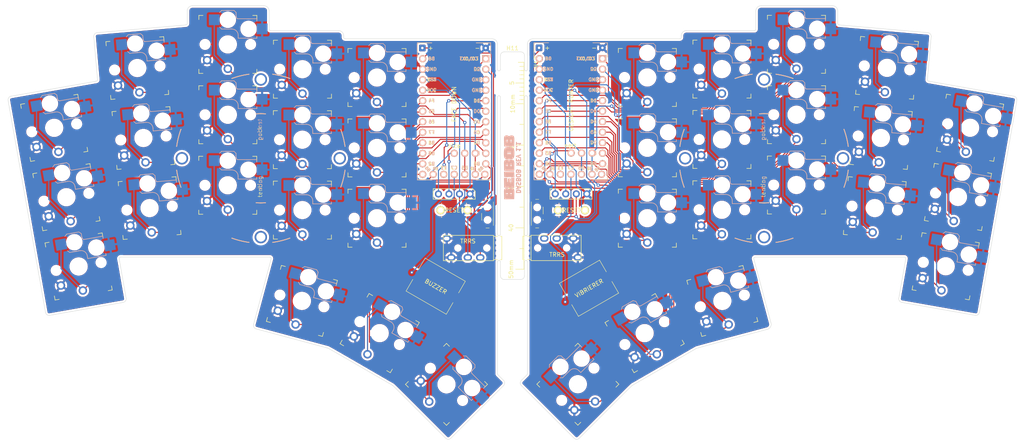
<source format=kicad_pcb>
(kicad_pcb (version 20211014) (generator pcbnew)
  (layers (0 "F.Cu" signal) (31 "B.Cu" signal) (34 "B.Paste" user) (35 "F.Paste" user) (36 "B.SilkS" user "B.Silkscreen") (37 "F.SilkS" user "F.Silkscreen") (38 "B.Mask" user) (39 "F.Mask" user) (44 "Edge.Cuts" user))
  (net 0 "")
  (net 1 "1")
  (net 2 "2")
  (net 3 "GND")
  (net 4 "RST")
  (net 5 "3")
  (net 6 "4")
  (net 7 "5")
  (net 8 "6")
  (net 9 "7")
  (net 10 "8")
  (net 11 "9")
  (net 12 "10")
  (net 13 "11")
  (net 14 "12")
  (net 15 "13")
  (net 16 "14")
  (net 17 "15")
  (net 18 "16")
  (net 19 "17")
  (net 20 "18")
  (net 21 "16a")
  (net 22 "DNG")
  (net 23 "5a")
  (net 24 "4a")
  (net 25 "3a")
  (net 26 "2a")
  (net 27 "1a")
  (net 28 "10a")
  (net 29 "9a")
  (net 30 "8a")
  (net 31 "7a")
  (net 32 "6a")
  (net 33 "15a")
  (net 34 "14a")
  (net 35 "13a")
  (net 36 "12a")
  (net 37 "11a")
  (net 38 "18a")
  (net 39 "17a")
  (net 40 "TSR")
  (net 41 "BAT")
  (net 42 "R1")
  (net 43 "VCC")
  (net 44 "P1")
  (net 46 "SOUND")
  (net 47 "P2")
  (net 48 "1R")
  (net 49 "CVV")
  (net 50 "1P")
  (net 51 "DNUOS")
  (net 52 "2P")
  (net 53 "PWR")
  (net 54 "TAB")
  (net 55 "RWP")
  (footprint "Beibob:Kailh_socket_PG1350_optional" (layer "F.Cu") (at 65.435861 75.631509 5)
    (fp_text reference "SW12")
    (fp_text value "SW_Push")
  )
  (footprint "Beibob:Kailh_socket_PG1350_optional" (layer "F.Cu") (at 137.10254 118.228528 -45)
    (fp_text reference "SW18")
    (fp_text value "SW_Push")
  )
  (footprint "Beibob:Kailh_socket_PG1350_optional" (layer "F.Cu") (at 185.575 44.07)
    (fp_text reference "SW19")
    (fp_text value "SW_Push")
  )
  (footprint "Beibob:Kailh_socket_PG1350_optional" (layer "F.Cu") (at 120.325 78.08)
    (fp_text reference "SW15")
    (fp_text value "SW_Push")
  )
  (footprint "Beibob:SW_SPDT_PCM12" (layer "F.Cu") (at 159.315 76.97 -90)
    (fp_text reference "WWS1")
    (fp_text value "SW_SPDT")
  )
  (footprint "Beibob:Kailh_socket_PG1350_optional" (layer "F.Cu") (at 263.492039 56.218304 -10)
    (fp_text reference "SW23")
    (fp_text value "SW_Push")
  )
  (footprint "Beibob:Kailh_socket_PG1350_optional" (layer "F.Cu") (at 260.559535 72.94609 -10)
    (fp_text reference "SW28")
    (fp_text value "SW_Push")
  )
  (footprint "Beibob:Kailh_socket_PG1350_optional" (layer "F.Cu") (at 102.34 42.07)
    (fp_text reference "SW4")
    (fp_text value "SW_Push")
  )
  (footprint "Beibob:Kailh_socket_PG1350_optional" (layer "F.Cu") (at 120.980127 105.849103 -30)
    (fp_text reference "SW17")
    (fp_text value "SW_Push")
  )
  (footprint "Keebio-Parts.pretty-master:I2C_Breakout" (layer "F.Cu") (at 142.78 72.22 -90)
    (fp_text reference "U3" hide)
    (fp_text value "OLED1")
  )
  (footprint "Keebio-Parts.pretty-master:I2C_Breakout" (layer "F.Cu") (at 170.97 72.2 -90)
    (fp_text reference "U4" hide)
    (fp_text value "OLED2")
  )
  (footprint "Beibob:Kailh_socket_PG1350_optional" (layer "F.Cu") (at 102.203142 98.063577 -15)
    (fp_text reference "SW16")
    (fp_text value "SW_Push" hide)
  )
  (footprint "Keebio-Parts.pretty-master:SinglePad" (layer "F.Cu") (at 141.51 62.39)
    (fp_text reference "H6" hide)
    (fp_text value "MountingHole_Pad" hide)
  )
  (footprint "Beibob:Kailh_socket_PG1350_optional" (layer "F.Cu") (at 240.473961 75.632794 -5)
    (fp_text reference "SW32")
    (fp_text value "SW_Push")
  )
  (footprint "Keebio-Parts.pretty-master:TRRS-PJ-320A" (layer "F.Cu") (at 157.51 85.26 90)
    (fp_text reference "J2")
    (fp_text value "TRRS LEFT")
  )
  (footprint "Beibob:Kailh_socket_PG1350_optional" (layer "F.Cu") (at 185.585 61.06)
    (fp_text reference "SW24")
    (fp_text value "SW_Push")
  )
  (footprint "Beibob:Kailh_socket_PG1350_optional" (layer "F.Cu") (at 184.930127 105.849103 30)
    (fp_text reference "SW35")
    (fp_text value "SW_Push")
  )
  (footprint "Beibob:Tenting_Pucksmol" (layer "F.Cu") (at 92.29 63.6)
    (fp_text reference "puck2")
    (fp_text value "Hole")
  )
  (footprint "Beibob:Tenting_Pucksmol" (layer "F.Cu") (at 213.76 63.6)
    (fp_text reference "puck1")
    (fp_text value "Hole")
  )
  (footprint "Beibob:Kailh_socket_PG1350_optional" (layer "F.Cu") (at 84.325 36.08)
    (fp_text reference "SW3")
    (fp_text value "SW_Push")
  )
  (footprint "Keebio-Parts.pretty-master:breakaway-mousebites" (layer "F.Cu") (at 156.02115 85.29 -90)
    (fp_text reference "H2" hide)
    (fp_text value "Mousebites" hide)
  )
  (footprint "Beibob:SW_ResetSW" (layer "F.Cu") (at 138.93 76.15)
    (fp_text reference "RST1" hide)
    (fp_text value "SW_Push")
  )
  (footprint "Beibob:Kailh_socket_PG1350_optional" (layer "F.Cu") (at 243.433961 41.742794 -5)
    (fp_text reference "SW22")
    (fp_text value "SW_Push")
  )
  (footprint "Keebio-Parts.pretty-master:SinglePad" (layer "F.Cu") (at 138.97 62.39)
    (fp_text reference "H3" hide)
    (fp_text value "MountingHole_Pad" hide)
  )
  (footprint "Beibob:SW_SPDT_PCM12" (layer "F.Cu") (at 146.7 76.99 90)
    (fp_text reference "SWW1")
    (fp_text value "SW_SPDT")
  )
  (footprint "Beibob:Kailh_socket_PG1350_optional" (layer "F.Cu") (at 168.80807 118.19807 45)
    (fp_text reference "SW34")
    (fp_text value "SW_Push")
  )
  (footprint "Beibob:Kailh_socket_PG1350_optional" (layer "F.Cu") (at 203.585 42.05)
    (fp_text reference "SW20")
    (fp_text value "SW_Push")
  )
  (footprint "Beibob:Kailh_socket_PG1350_optional" (layer "F.Cu") (at 203.575 76.05)
    (fp_text reference "SW30")
    (fp_text value "SW_Push")
  )
  (footprint "Beibob:Kailh_socket_PG1350_optional" (layer "F.Cu") (at 45.353207 72.999606 10)
    (fp_text reference "SW6")
    (fp_text value "SW_Push")
  )
  (footprint "Buzzer_Beeper:Buzzer_Mallory_AST1109MLTRQ" (layer "F.Cu") (at 134.5 94.5 -30)
    (fp_text reference "BZ1")
    (fp_text value "Buzzer")
  )
  (footprint "Beibob:Kailh_socket_PG1350_optional" (layer "F.Cu") (at 120.325 61.1)
    (fp_text reference "SW10")
    (fp_text value "SW_Push")
  )
  (footprint "Buzzer_Beeper:Buzzer_Mallory_AST1109MLTRQ" (layer "F.Cu") (at 171.5 95 30)
    (fp_text reference "BZ2")
    (fp_text value "Buzzer")
  )
  (footprint "Beibob:Kailh_socket_PG1350_optional" (layer "F.Cu") (at 63.95 58.7 5)
    (fp_text reference "SW7")
    (fp_text value "SW_Push")
  )
  (footprint "Beibob:Kailh_socket_PG1350_optional" (layer "F.Cu") (at 241.953961 58.692794 -5)
    (fp_text reference "SW27")
    (fp_text value "SW_Push")
  )
  (footprint "Beibob:Kailh_socket_PG1350_optional" (layer "F.Cu") (at 203.585 59.05)
    (fp_text reference "SW25")
    (fp_text value "SW_Push")
  )
  (footprint "Beibob:Kailh_socket_PG1350_optional" (layer "F.Cu") (at 84.305 70.12)
    (fp_text reference "SW13")
    (fp_text value "SW_Push")
  )
  (footprint "Beibob:Kailh_socket_PG1350_optional" (layer "F.Cu") (at 185.575 78.07)
    (fp_text reference "SW29")
    (fp_text value "SW_Push")
  )
  (footprint "Beibob:SW_ResetSW" (layer "F.Cu") (at 167.27 76.16)
    (fp_text reference "TSR1" hide)
    (fp_text value "SW_Push")
  )
  (footprint "Keebio-Parts.pretty-master:SinglePad" (layer "F.Cu") (at 167.18 62.32)
    (fp_text reference "H4" hide)
    (fp_text value "MountingHole_Pad" hide)
  )
  (footprint "Beibob:Kailh_socket_PG1350_optional" (layer "F.Cu") (at 48.308452 89.740908 10)
    (fp_text reference "SW11")
    (fp_text value "SW_Push")
  )
  (footprint "Beibob:Kailh_socket_PG1350_optional" (layer "F.Cu") (at 42.413207 56.239606 10)
    (fp_text reference "SW1")
    (fp_text value "SW_Push")
  )
  (footprint "Beibob:Kailh_socket_PG1350_optional" (layer "F.Cu") (at 62.47 41.79 5)
    (fp_text reference "SW2")
    (fp_text value "SW_Push")
  )
  (footprint "Keebio-Parts.pretty-master:SinglePad" (layer "F.Cu") (at 144.05 62.39)
    (fp_text reference "H5" hide)
    (fp_text value "MountingHole_Pad" hide)
  )
  (footprint "Keebio-Parts.pretty-master:breakaway-mousebites" (layer "F.Cu") (at 149.52115 45.48 -90)
    (fp_text reference "H10" hide)
    (fp_text value "Mousebites" hide)
  )
  (footprint "Beibob:Kailh_socket_PG1350_optional" (layer "F.Cu") (at 102.315 59.1)
    (fp_text reference "SW9")
    (fp_text value "SW_Push")
  )
  (footprint "Beibob:BAT" (layer "F.Cu") (at 131.27 36.95)
    (fp_text reference "BAT1")
    (fp_text value "Conn_01x02_Male")
  )
  (footprint "Keebio-Parts.pretty-master:TRRS-PJ-320A" (layer "F.Cu") (at 148.45 85.28 -90)
    (fp_text reference "J1")
    (fp_text value "TRRS LEFT")
  )
  (footprint "Keebio-Parts.pretty-master:breakaway-mousebites" (layer "F.Cu") (at 156.03 45.47 -90)
    (fp_text reference "H9" hide)
    (fp_text value "Mousebites" hide)
  )
  (footprint "Beibob:Kailh_socket_PG1350_optional" (layer "F.Cu") (at 203.682968 98.071038 15)
    (fp_text reference "SW36")
    (fp_text value "SW_Push")
  )
  (footprint "Keebio-Parts.pretty-master:breakaway-mousebites" (layer "F.Cu") (at 149.52 85.28 -90)
    (fp_text reference "H1" hide)
    (fp_text value "Mousebites" hide)
  )
  (footprint "Keebio-Parts.pretty-master:SinglePad" (layer "F.Cu") (at 172.24 62.33)
    (fp_text reference "H7" hide)
    (fp_text value "MountingHole_Pad" hide)
  )
  (footprint "Beibob:Kailh_socket_PG1350_optional" (layer "F.Cu") (at 120.32 44.09)
    (fp_text reference "SW5")
    (fp_text value "SW_Push")
  )
  (footprint "Calibration_Scale:Gauge_50mm_Type1_SilkScreenTop" (layer "F.Cu") (at 155.79199 40.41 -90)
    (fp_text reference "H12")
    (fp_text value "Ruler")
  )
  (footprint "Beibob:BAT" (layer "F.Cu") (at 159.44 36.91)
    (fp_text reference "TAB1")
    (fp_text value "Conn_01x02_Male")
  )
  (footprint "Beibob:Kailh_socket_PG1350_optional" (layer "F.Cu") (at 257.599535 89.69609 -10)
    (fp_text reference "SW33")
    (fp_text value "SW_Push")
  )
  (footprint "Beibob:Kailh_socket_PG1350_optional" (layer "F.Cu") (at 102.32 76.11)
    (fp_text reference "SW14")
    (fp_text value "SW_Push")
  )
  (footprint "Beibob:Kailh_socket_PG1350_optional" (layer "F.Cu") (at 221.575 70.06)
    (fp_text reference "SW31")
    (fp_text value "SW_Push")
  )
  (footprint "MountingHole:MountingHole_2.7mm_M2.5_DIN965" (layer "F.Cu") (at 153.02 40.36)
    (fp_text reference "H11")
    (fp_text value "M3 MountingHole")
  )
  (footprint "Beibob:Kailh_socket_PG1350_optional" (layer "F.Cu") (at 84.325 53.08)
    (fp_text reference "SW8")
    (fp_text value "SW_Push")
  )
  (footprint "Beibob:Kailh_socket_PG1350_optional" (layer "F.Cu") (at 221.585 53.06)
    (fp_text reference "SW26")
    (fp_text value "SW_Push")
  )
  (footprint "Keebio-Parts.pretty-master:SinglePad" (layer "F.Cu") (at 169.7 62.33)
    (fp_text reference "H8" hide)
    (fp_text value "MountingHole_Pad" hide)
  )
  (footprint "Beibob:Kailh_socket_PG1350_optional" (layer "F.Cu") (at 221.575 36.05)
    (fp_text reference "SW21")
    (fp_text value "SW_Push")
  )
  (footprint "Beibob:Elite-C" (layer "B.Cu") (at 138.97 53.51 -90)
    (fp_text reference "U1" hide)
    (fp_text value "Elite-C RIGHT" hide)
  )
  (footprint "Beibob:Elite-C" (layer "B.Cu") (at 167.14 53.48675 -90)
    (fp_text reference "U2" hide)
    (fp_text value "Elite-C LEFT" hide)
  )
  (gr_poly (pts (xy 144.342871 108.876099) (xy 144.353629 108.750938) (xy 144.372403 108.632638) (xy 144.385285 108.576182) (xy 144.400758 108.521585) (xy 144.419018 108.468897) (xy 144.44026 108.418165) (xy 144.464679 108.369437) (xy 144.492473 108.322763) (xy 144.523835 108.27819) (xy 144.558963 108.235765) (xy 144.59805 108.195539) (xy 144.641294 108.157558) (xy 144.68889 108.121872) (xy 144.741033 108.088527) (xy 144.797919 108.057573) (xy 144.859744 108.029057) (xy 144.926703 108.003029) (xy 144.998992 107.979535) (xy 145.076806 107.958625) (xy 145.160342 107.940347) (xy 145.249794 107.924748) (xy 145.34536 107.911877) (xy 145.447233 107.901783) (xy 145.55561 107.894513) (xy 145.670687 107.890115) (xy 145.792658 107.888639) (xy 146.045284 107.895137) (xy 146.163144 107.903298) (xy 146.275502 107.914765) (xy 146.382458 107.929564) (xy 146.484111 107.94772) (xy 146.580561 107.969256) (xy 146.671909 107.994199) (xy 146.758253 108.022572) (xy 146.839695 108.0544) (xy 146.916333 108.089709) (xy 146.988267 108.128522) (xy 147.055597 108.170865) (xy 147.118423 108.216762) (xy 147.176845 108.266238) (xy 147.230963 108.319317) (xy 147.280876 108.376025) (xy 147.326684 108.436387) (xy 147.368487 108.500425) (xy 147.406385 108.568167) (xy 147.440478 108.639636) (xy 147.470865 108.714856) (xy 147.497646 108.793854) (xy 147.520921 108.876653) (xy 147.54079 108.963278) (xy 147.557353 109.053754) (xy 147.580958 109.246357) (xy 147.592535 109.454661) (xy 147.592883 109.678862) (xy 147.542877 111.74412) (xy 145.424279 111.765329) (xy 145.424279 109.977233) (xy 146.579423 109.958897) (xy 146.577463 109.938935) (xy 146.574975 109.919974) (xy 146.57189 109.90199) (xy 146.568139 109.884959) (xy 146.563653 109.868858) (xy 146.558363 109.853661) (xy 146.552201 109.839345) (xy 146.545096 109.825886) (xy 146.536981 109.81326) (xy 146.527785 109.801442) (xy 146.517441 109.790408) (xy 146.505879 109.780135) (xy 146.49303 109.770598) (xy 146.478826 109.761773) (xy 146.463196 109.753636) (xy 146.446073 109.746163) (xy 146.427388 109.739329) (xy 146.40707 109.733111) (xy 146.385052 109.727485) (xy 146.361265 109.722426) (xy 146.335638 109.71791) (xy 146.308104 109.713914) (xy 146.278594 109.710412) (xy 146.247038 109.707382) (xy 146.213368 109.704798) (xy 146.177514 109.702637) (xy 146.098979 109.699487) (xy 146.010883 109.697738) (xy 145.912673 109.697198) (xy 145.844284 109.697651) (xy 145.782094 109.699181) (xy 145.725857 109.702044) (xy 145.675326 109.706496) (xy 145.630255 109.712795) (xy 145.590397 109.721195) (xy 145.555505 109.731955) (xy 145.539845 109.738299) (xy 145.525333 109.745329) (xy 145.51194 109.753077) (xy 145.499635 109.761575) (xy 145.488386 109.770855) (xy 145.478163 109.780949) (xy 145.468934 109.791889) (xy 145.460671 109.803707) (xy 145.45334 109.816435) (xy 145.446912 109.830105) (xy 145.441356 109.84475) (xy 145.43664 109.860401) (xy 145.432735 109.87709) (xy 145.429608 109.89485) (xy 145.42557 109.933708) (xy 145.424279 109.977233) (xy 145.424279 111.765329) (xy 144.379148 111.775791) (xy 144.339143 109.145462) (xy 144.338564 109.007736)) (layer "F.Cu") (width 0.063) (fill solid))
  (gr_poly (pts (xy 144.349809 98.130581) (xy 144.360417 97.983958) (xy 144.377169 97.849859) (xy 144.400367 97.728017) (xy 144.430313 97.618166) (xy 144.447912 97.567654) (xy 144.467312 97.520041) (xy 144.48855 97.475292) (xy 144.511665 97.433374) (xy 144.536694 97.394255) (xy 144.563675 97.357901) (xy 144.592646 97.324278) (xy 144.623645 97.293354) (xy 144.65671 97.265094) (xy 144.691878 97.239467) (xy 144.729187 97.216438) (xy 144.768676 97.195975) (xy 144.810382 97.178044) (xy 144.854343 97.162611) (xy 144.900596 97.149644) (xy 144.94918 97.139109) (xy 145.053492 97.125203) (xy 145.16758 97.120627) (xy 145.259976 97.121977) (xy 145.345509 97.126038) (xy 145.424542 97.132823) (xy 145.497439 97.142349) (xy 145.564564 97.154628) (xy 145.62628 97.169676) (xy 145.682952 97.187508) (xy 145.734943 97.208138) (xy 145.782617 97.231581) (xy 145.826338 97.257852) (xy 145.866469 97.286964) (xy 145.903375 97.318933) (xy 145.93742 97.353774) (xy 145.968966 97.391501) (xy 145.998378 97.432128) (xy 146.026021 97.475671) (xy 146.055204 97.426797) (xy 146.084856 97.381978) (xy 146.099968 97.36105) (xy 146.115329 97.34109) (xy 146.130982 97.322082) (xy 146.146973 97.304009) (xy 146.163345 97.286857) (xy 146.180141 97.27061) (xy 146.197407 97.255252) (xy 146.215185 97.240769) (xy 146.23352 97.227143) (xy 146.252455 97.21436) (xy 146.272035 97.202404) (xy 146.292304 97.19126) (xy 146.313305 97.180912) (xy 146.335083 97.171344) (xy 146.357681 97.162542) (xy 146.381143 97.154488) (xy 146.405514 97.147168) (xy 146.430837 97.140566) (xy 146.457156 97.134667) (xy 146.484515 97.129455) (xy 146.512959 97.124915) (xy 146.542531 97.12103) (xy 146.573274 97.117786) (xy 146.605234 97.115166) (xy 146.672977 97.111739) (xy 146.746111 97.110625) (xy 146.811961 97.112009) (xy 146.874544 97.116134) (xy 146.933933 97.122957) (xy 146.9902 97.132434) (xy 147.043419 97.144522) (xy 147.093663 97.159179) (xy 147.141003 97.176361) (xy 147.185514 97.196026) (xy 147.227269 97.21813) (xy 147.26634 97.24263) (xy 147.302799 97.269483) (xy 147.336722 97.298646) (xy 147.368179 97.330077) (xy 147.397244 97.363731) (xy 147.42399 97.399567) (xy 147.44849 97.437541) (xy 147.470817 97.477609) (xy 147.491044 97.51973) (xy 147.509243 97.563859) (xy 147.525489 97.609955) (xy 147.539853 97.657973) (xy 147.552408 97.707871) (xy 147.563228 97.759606) (xy 147.572386 97.813135) (xy 147.586005 97.925401) (xy 147.59385 98.044326) (xy 147.596504 98.169565) (xy 147.59455 98.300774) (xy 147.592883 98.300775) (xy 147.526208 100.621064) (xy 146.861125 100.6108) (xy 146.861125 99.010864) (xy 146.867266 98.966834) (xy 146.870638 98.926547) (xy 146.871263 98.907768) (xy 146.871168 98.889878) (xy 146.870344 98.872862) (xy 146.868782 98.856704) (xy 146.866473 98.841388) (xy 146.863408 98.826899) (xy 146.859577 98.813222) (xy 146.854972 98.80034) (xy 146.849583 98.788238) (xy 146.843401 98.776901) (xy 146.836416 98.766312) (xy 146.828621 98.756458) (xy 146.820005 98.747321) (xy 146.81056 98.738886) (xy 146.800275 98.731138) (xy 146.789143 98.724061) (xy 146.777154 98.71764) (xy 146.764299 98.711859) (xy 146.750568 98.706702) (xy 146.735953 98.702154) (xy 146.720444 98.6982) (xy 146.704033 98.694823) (xy 146.686709 98.692008) (xy 146.668464 98.689741) (xy 146.629175 98.686782) (xy 146.586091 98.685824) (xy 146.554099 98.686236) (xy 146.524947 98.687634) (xy 146.498544 98.690263) (xy 146.486346 98.692115) (xy 146.474801 98.694367) (xy 146.463898 98.697048) (xy 146.453626 98.700189) (xy 146.443973 98.703822) (xy 146.434929 98.707975) (xy 146.426482 98.712681) (xy 146.418621 98.717968) (xy 146.411334 98.723869) (xy 146.40461 98.730413) (xy 146.398438 98.737631) (xy 146.392806 98.745553) (xy 146.387704 98.75421) (xy 146.383119 98.763633) (xy 146.379042 98.773852) (xy 146.375459 98.784897) (xy 146.372361 98.796799) (xy 146.369736 98.809589) (xy 146.367572 98.823297) (xy 146.365858 98.837954) (xy 146.364583 98.85359) (xy 146.363735 98.870235) (xy 146.363278 98.906677) (xy 146.364396 98.947523) (xy 146.362729 98.949189) (xy 146.861125 99.010864) (xy 146.861125 100.6108) (xy 145.132576 100.584122) (xy 145.132576 98.98086) (xy 145.692646 98.95419) (xy 145.687155 98.92415) (xy 145.680603 98.895924) (xy 145.672864 98.86953) (xy 145.663814 98.844984) (xy 145.658758 98.833409) (xy 145.653328 98.822303) (xy 145.647508 98.811668) (xy 145.641282 98.801505) (xy 145.634635 98.791817) (xy 145.627551 98.782606) (xy 145.620015 98.773875) (xy 145.612011 98.765625) (xy 145.603523 98.757858) (xy 145.594536 98.750577) (xy 145.585035 98.743784) (xy 145.575004 98.73748) (xy 145.564427 98.731669) (xy 145.553289 98.726351) (xy 145.541573 98.72153) (xy 145.529266 98.717207) (xy 145.51635 98.713385) (xy 145.502811 98.710066) (xy 145.488633 98.707251) (xy 145.4738 98.704944) (xy 145.458297 98.703145) (xy 145.442108 98.701858) (xy 145.425217 98.701084) (xy 145.40761 98.700825) (xy 145.354619 98.701864) (xy 145.307392 98.704996) (xy 145.285875 98.707353) (xy 145.265719 98.710242) (xy 145.246897 98.713664) (xy 145.229385 98.717624) (xy 145.213154 98.722123) (xy 145.198178 98.727165) (xy 145.184432 98.732752) (xy 145.171887 98.738887) (xy 145.160518 98.745572) (xy 145.150299 98.75281) (xy 145.141202 98.760605) (xy 145.133201 98.768959) (xy 145.126269 98.777874) (xy 145.120381 98.787353) (xy 145.115508 98.7974) (xy 145.111626 98.808016) (xy 145.108707 98.819205) (xy 145.106724 98.830969) (xy 145.105652 98.843312) (xy 145.105463 98.856235) (xy 145.106131 98.869742) (xy 145.10763 98.883835) (xy 145.113013 98.913791) (xy 145.121399 98.946126) (xy 145.132576 98.98086) (xy 145.132576 100.584122) (xy 144.39415 100.572725) (xy 144.345811 98.462462) (xy 144.345041 98.289993)) (layer "F.Cu") (width 0.063) (fill solid))
  (gr_poly (pts (xy 144.347234 102.080853) (xy 144.356359 101.832127) (xy 144.371306 101.606334) (xy 144.391858 101.399703) (xy 144.417802 101.208465) (xy 144.448923 101.02885) (xy 144.485005 100.857087) (xy 144.525833 100.689407) (xy 145.609302 100.894433) (xy 145.610969 100.894431) (xy 145.567917 101.06193) (xy 145.529084 101.236167) (xy 145.494939 101.414194) (xy 145.465951 101.593061) (xy 145.442588 101.769818) (xy 145.425321 101.941516) (xy 145.414616 102.105205) (xy 145.410944 102.257936) (xy 145.411621 102.336275) (xy 145.412526 102.369354) (xy 145.413861 102.398656) (xy 145.415665 102.424393) (xy 145.417976 102.446777) (xy 145.420834 102.466022) (xy 145.424279 102.482338) (xy 145.428348 102.49594) (xy 145.433082 102.507039) (xy 145.438519 102.515847) (xy 145.444698 102.522578) (xy 145.451659 102.527443) (xy 145.459439 102.530655) (xy 145.46808 102.532427) (xy 145.477619 102.53297) (xy 145.482505 102.532881) (xy 145.487174 102.53257) (xy 145.491643 102.53197) (xy 145.495928 102.531017) (xy 145.500048 102.529643) (xy 145.504019 102.527784) (xy 145.505953 102.526651) (xy 145.507857 102.525373) (xy 145.509733 102.52394) (xy 145.511581 102.522344) (xy 145.513406 102.520577) (xy 145.515208 102.518631) (xy 145.51699 102.516498) (xy 145.518754 102.514169) (xy 145.522236 102.508891) (xy 145.525672 102.502732) (xy 145.529078 102.495625) (xy 145.532473 102.487505) (xy 145.535872 102.478306) (xy 145.539293 102.467962) (xy 145.542754 102.456407) (xy 145.54627 102.443574) (xy 145.54986 102.429399) (xy 145.55354 102.413815) (xy 145.557327 102.396756) (xy 145.561239 102.378156) (xy 145.565293 102.35795) (xy 145.569505 102.336071) (xy 145.573894 102.312453) (xy 145.578475 102.287031) (xy 145.588284 102.230511) (xy 145.59907 102.165981) (xy 145.610969 102.092915) (xy 145.647778 101.881865) (xy 145.683774 101.694129) (xy 145.719824 101.528367) (xy 145.756794 101.383243) (xy 145.795552 101.257419) (xy 145.836964 101.149556) (xy 145.881897 101.058315) (xy 145.905954 101.018511) (xy 145.931217 100.98236) (xy 145.957794 100.949696) (xy 145.985792 100.920352) (xy 146.015321 100.89416) (xy 146.046489 100.870953) (xy 146.079403 100.850564) (xy 146.114173 100.832825) (xy 146.150907 100.817569) (xy 146.189713 100.80463) (xy 146.273974 100.785029) (xy 146.367824 100.772686) (xy 146.47213 100.766261) (xy 146.587758 100.764416) (xy 146.660605 100.765363) (xy 146.730111 100.768297) (xy 146.796344 100.773362) (xy 146.85937 100.780698) (xy 146.919258 100.790447) (xy 146.976074 100.802752) (xy 147.029886 100.817755) (xy 147.080762 100.835597) (xy 147.128769 100.85642) (xy 147.173974 100.880367) (xy 147.216445 100.907579) (xy 147.256249 100.938197) (xy 147.293455 100.972365) (xy 147.328128 101.010224) (xy 147.360337 101.051916) (xy 147.39015 101.097583) (xy 147.417633 101.147366) (xy 147.442854 101.201408) (xy 147.46588 101.25985) (xy 147.48678 101.322835) (xy 147.505619 101.390505) (xy 147.522467 101.463) (xy 147.53739 101.540464) (xy 147.550456 101.623039) (xy 147.561732 101.710865) (xy 147.571286 101.804085) (xy 147.585496 102.007276) (xy 147.593627 102.233746) (xy 147.596217 102.484631) (xy 147.592502 102.701605) (xy 147.581502 102.928697) (xy 147.56343 103.160243) (xy 147.538502 103.390577) (xy 147.506932 103.614036) (xy 147.468936 103.824954) (xy 147.447595 103.92394) (xy 147.424728 104.017667) (xy 147.400361 104.105426) (xy 147.374523 104.18651) (xy 146.384399 104.101499) (xy 146.441297 103.923945) (xy 146.494855 103.73088) (xy 146.543764 103.527268) (xy 146.586716 103.318069) (xy 146.622401 103.108244) (xy 146.64951 102.902756) (xy 146.65944 102.803189) (xy 146.666736 102.706566) (xy 146.671233 102.613509) (xy 146.672768 102.524636) (xy 146.672513 102.507025) (xy 146.671739 102.491028) (xy 146.670439 102.47658) (xy 146.668601 102.463613) (xy 146.666216 102.452062) (xy 146.663275 102.441862) (xy 146.659767 102.432946) (xy 146.657797 102.428949) (xy 146.655683 102.425249) (xy 146.653421 102.421836) (xy 146.651013 102.418704) (xy 146.648455 102.415843) (xy 146.645747 102.413245) (xy 146.642887 102.410903) (xy 146.639875 102.408807) (xy 146.636709 102.406951) (xy 146.633388 102.405324) (xy 146.629911 102.40392) (xy 146.626276 102.40273) (xy 146.61853 102.400958) (xy 146.610138 102.399944) (xy 146.601092 102.39962) (xy 146.59545 102.399756) (xy 146.590079 102.400179) (xy 146.584966 102.400911) (xy 146.5801 102.401977) (xy 146.575469 102.4034) (xy 146.571059 102.405202) (xy 146.56686 102.407407) (xy 146.562859 102.410038) (xy 146.559043 102.413119) (xy 146.5554 102.416672) (xy 146.551918 102.42072) (xy 146.548586 102.425288) (xy 146.54539 102.430397) (xy 146.542319 102.436072) (xy 146.53936 102.442335) (xy 146.536501 102.44921) (xy 146.53373 102.45672) (xy 146.531035 102.464887) (xy 146.528403 102.473736) (xy 146.525823 102.48329) (xy 146.523281 102.493571) (xy 146.520767 102.504603) (xy 146.518267 102.516408) (xy 146.515769 102.529012) (xy 146.510733 102.556702) (xy 146.50556 102.58786) (xy 146.500152 102.622671) (xy 146.494412 102.66132) (xy 146.457989 102.889493) (xy 146.421252 103.093568) (xy 146.383305 103.274836) (xy 146.343248 103.434593) (xy 146.300182 103.574133) (xy 146.25321 103.694749) (xy 146.227979 103.748366) (xy 146.201433 103.797737) (xy 146.173462 103.843024) (xy 146.143952 103.884389) (xy 146.112792 103.921994) (xy 146.079868 103.956) (xy 146.04507 103.98657) (xy 146.008284 104.013865) (xy 145.969398 104.038046) (xy 145.9283 104.059276) (xy 145.884878 104.077717) (xy 145.839018 104.093529) (xy 145.73954 104.117918) (xy 145.628966 104.133736) (xy 145.506398 104.142278) (xy 145.370939 104.144838) (xy 145.291732 104.144026) (xy 145.216567 104.140885) (xy 145.145343 104.135292) (xy 145.077959 104.127124) (xy 145.014317 104.116259) (xy 144.954315 104.102575) (xy 144.897853 104.08595) (xy 144.844831 104.06626) (xy 144.79515 104.043384) (xy 144.748709 104.017199) (xy 144.705409 103.987583) (xy 144.665148 103.954414) (xy 144.627826 103.917568) (xy 144.593345 103.876924) (xy 144.561603 103.832359) (xy 144.532501 103.783751) (xy 144.505938 103.730978) (xy 144.481814 103.673916) (xy 144.46003 103.612444) (xy 144.440484 103.54644) (xy 144.423078 103.47578) (xy 144.40771 103.400343) (xy 144.394281 103.320006) (xy 144.38269 103.234646) (xy 144.372839 103.144142) (xy 144.364625 103.048371) (xy 144.352713 102.840538) (xy 144.346153 102.610167) (xy 144.344144 102.356281)) (layer "F.Cu") (width 0.063) (fill solid))
  (gr_poly (pts (xy 144.402485 105.04495) (xy 147.561213 104.148172) (xy 147.694429 105.78673) (xy 147.232838 105.858385) (xy 147.277844 106.373449) (xy 147.576215 106.42679) (xy 147.50954 107.976983) (xy 146.614428 107.792046) (xy 146.614428 106.248434) (xy 146.579423 105.960065) (xy 145.735985 106.088414) (xy 145.734318 106.088414) (xy 146.614428 106.248434) (xy 146.614428 107.792046) (xy 144.330809 107.320235)) (layer "F.Cu") (width 0.063) (fill solid))
  (gr_poly (pts (xy 161.55497 96.242184) (xy 158.396242 97.138962) (xy 158.263026 95.500404) (xy 158.724617 95.428749) (xy 158.679611 94.913685) (xy 158.38124 94.860344) (xy 158.447915 93.310151) (xy 159.343027 93.495088) (xy 159.343027 95.0387) (xy 159.378032 95.327069) (xy 160.22147 95.19872) (xy 160.223137 95.19872) (xy 159.343027 95.0387) (xy 159.343027 93.495088) (xy 161.626646 93.966899)) (layer "F.Cu") (width 0.063) (fill solid))
  (gr_poly (pts (xy 161.622462 106.662329) (xy 161.609193 106.871106) (xy 161.585761 107.061976) (xy 161.569897 107.150858) (xy 161.55109 107.235458) (xy 161.529203 107.315841) (xy 161.504103 107.392073) (xy 161.475654 107.464218) (xy 161.443723 107.532341) (xy 161.408174 107.596507) (xy 161.368873 107.656781) (xy 161.325686 107.713229) (xy 161.278478 107.765915) (xy 161.227113 107.814904) (xy 161.171459 107.860262) (xy 161.111379 107.902052) (xy 161.04674 107.940341) (xy 160.977406 107.975193) (xy 160.903244 108.006674) (xy 160.824118 108.034848) (xy 160.739895 108.05978) (xy 160.650438 108.081535) (xy 160.555615 108.100179) (xy 160.45529 108.115777) (xy 160.349328 108.128392) (xy 160.119958 108.144938) (xy 159.866426 108.150338) (xy 159.633901 108.145795) (xy 159.526781 108.139818) (xy 159.425544 108.131104) (xy 159.330033 108.119456) (xy 159.24009 108.104673) (xy 159.155557 108.086558) (xy 159.076275 108.064911) (xy 159.002087 108.039533) (xy 158.932834 108.010225) (xy 158.868358 107.976788) (xy 158.808501 107.939023) (xy 158.753105 107.896731) (xy 158.702012 107.849713) (xy 158.655064 107.79777) (xy 158.612103 107.740704) (xy 158.57297 107.678314) (xy 158.537508 107.610403) (xy 158.505558 107.53677) (xy 158.476962 107.457218) (xy 158.451563 107.371546) (xy 158.429202 107.279557) (xy 158.40972 107.181051) (xy 158.392961 107.075829) (xy 158.378765 106.963692) (xy 158.366975 106.844441) (xy 158.34998 106.583801) (xy 158.340711 106.292318) (xy 158.337902 105.968399) (xy 158.341949 105.700116) (xy 158.354649 105.460537) (xy 158.376842 105.24809) (xy 158.391762 105.15155) (xy 158.409369 105.061203) (xy 158.42977 104.976853) (xy 158.453069 104.898303) (xy 158.479372 104.825357) (xy 158.508783 104.757819) (xy 158.541407 104.69549) (xy 158.577349 104.638176) (xy 158.616715 104.58568) (xy 158.659609 104.537804) (xy 158.706136 104.494353) (xy 158.756401 104.455129) (xy 158.81051 104.419937) (xy 158.868567 104.388579) (xy 158.930677 104.36086) (xy 158.996946 104.336582) (xy 159.067478 104.31555) (xy 159.142377 104.297565) (xy 159.305702 104.269956) (xy 159.487759 104.252182) (xy 159.689389 104.242671) (xy 159.911432 104.23985) (xy 159.946436 104.240393) (xy 159.946436 106.066746) (xy 159.780813 106.068091) (xy 159.645956 106.072502) (xy 159.589228 106.076035) (xy 159.539188 106.080547) (xy 159.495501 106.086108) (xy 159.457833 106.092791) (xy 159.42585 106.100665) (xy 159.399216 106.109801) (xy 159.377598 106.120271) (xy 159.36066 106.132145) (xy 159.348068 106.145493) (xy 159.339489 106.160387) (xy 159.334586 106.176897) (xy 159.333026 106.195095) (xy 159.333227 106.204461) (xy 159.333909 106.213498) (xy 159.335192 106.222207) (xy 159.337197 106.23059) (xy 159.340042 106.23865) (xy 159.343849 106.246388) (xy 159.348737 106.253807) (xy 159.354826 106.260909) (xy 159.362236 106.267697) (xy 159.371086 106.274171) (xy 159.381498 106.280334) (xy 159.39359 106.286189) (xy 159.407484 106.291738) (xy 159.423297 106.296982) (xy 159.441152 106.301924) (xy 159.461167 106.306566) (xy 159.483463 106.31091) (xy 159.508159 106.314959) (xy 159.535376 106.318713) (xy 159.565233 106.322177) (xy 159.59785 106.325351) (xy 159.633348 106.328237) (xy 159.671846 106.330839) (xy 159.713464 106.333158) (xy 159.758323 106.335196) (xy 159.806541 106.336955) (xy 159.85824 106.338438) (xy 159.913538 106.339646) (xy 159.972557 106.340582) (xy 160.035415 106.341248) (xy 160.173131 106.341779) (xy 160.29802 106.340639) (xy 160.350996 106.339076) (xy 160.398081 106.336726) (xy 160.439589 106.333497) (xy 160.475835 106.329297) (xy 160.507134 106.324032) (xy 160.533801 106.317609) (xy 160.556151 106.309937) (xy 160.5745 106.300921) (xy 160.589161 106.29047) (xy 160.60045 106.27849) (xy 160.608682 106.264889) (xy 160.614172 106.249574) (xy 160.617236 106.232452) (xy 160.618187 106.21343) (xy 160.617939 106.20201) (xy 160.617144 106.191181) (xy 160.615721 106.180927) (xy 160.613593 106.171234) (xy 160.61068 106.162087) (xy 160.606902 106.153471) (xy 160.602182 106.14537) (xy 160.596439 106.13777) (xy 160.589595 106.130656) (xy 160.581571 106.124013) (xy 160.572288 106.117826) (xy 160.561666 106.11208) (xy 160.549627 106.10676) (xy 160.536091 106.101851) (xy 160.52098 106.097339) (xy 160.504214 106.093207) (xy 160.485715 106.089442) (xy 160.465403 106.086028) (xy 160.443199 106.082951) (xy 160.419025 106.080195) (xy 160.3928 106.077745) (xy 160.364447 106.075587) (xy 160.333886 106.073705) (xy 160.301038 106.072085) (xy 160.265824 106.070712) (xy 160.228164 106.06957) (xy 160.145195 106.067921) (xy 160.051496 106.06702) (xy 159.946436 106.066746) (xy 159.946436 104.240393) (xy 160.178192 104.243993) (xy 160.416329 104.257606) (xy 160.525155 104.268517) (xy 160.627416 104.28246) (xy 160.723308 104.299657) (xy 160.813029 104.320328) (xy 160.896774 104.344697) (xy 160.974742 104.372984) (xy 161.047129 104.405411) (xy 161.114131 104.442199) (xy 161.175946 104.483571) (xy 161.23277 104.529747) (xy 161.2848 104.580949) (xy 161.332234 104.637399) (xy 161.375268 104.699319) (xy 161.414099 104.76693) (xy 161.448923 104.840453) (xy 161.479938 104.92011) (xy 161.507341 105.006124) (xy 161.531328 105.098714) (xy 161.552096 105.198104) (xy 161.569842 105.304514) (xy 161.584763 105.418166) (xy 161.597056 105.539282) (xy 161.614545 105.804791) (xy 161.623883 106.102814) (xy 161.626646 106.435124)) (layer "F.Cu") (width 0.063) (fill solid))
  (gr_poly (pts (xy 161.614584 92.411035) (xy 161.603826 92.536196) (xy 161.585052 92.654496) (xy 161.57217 92.710952) (xy 161.556697 92.765549) (xy 161.538437 92.818237) (xy 161.517195 92.868969) (xy 161.492776 92.917697) (xy 161.464982 92.964371) (xy 161.43362 93.008944) (xy 161.398492 93.051369) (xy 161.359405 93.091595) (xy 161.316161 93.129576) (xy 161.268565 93.165262) (xy 161.216422 93.198607) (xy 161.159536 93.229561) (xy 161.097711 93.258077) (xy 161.030752 93.284105) (xy 160.958463 93.307599) (xy 160.880649 93.328509) (xy 160.797113 93.346787) (xy 160.707661 93.362386) (xy 160.612095 93.375257) (xy 160.510222 93.385351) (xy 160.401845 93.392621) (xy 160.286768 93.397019) (xy 160.164797 93.398495) (xy 159.912171 93.391997) (xy 159.794311 93.383836) (xy 159.681953 93.372369) (xy 159.574997 93.35757) (xy 159.473344 93.339414) (xy 159.376894 93.317878) (xy 159.285546 93.292935) (xy 159.199202 93.264562) (xy 159.11776 93.232734) (xy 159.041122 93.197425) (xy 158.969188 93.158612) (xy 158.901858 93.116269) (xy 158.839032 93.070372) (xy 158.78061 93.020896) (xy 158.726492 92.967817) (xy 158.676579 92.911109) (xy 158.630771 92.850747) (xy 158.588968 92.786709) (xy 158.55107 92.718967) (xy 158.516977 92.647498) (xy 158.48659 92.572278) (xy 158.459809 92.49328) (xy 158.436534 92.410481) (xy 158.416665 92.323856) (xy 158.400102 92.23338) (xy 158.376497 92.040777) (xy 158.36492 91.832473) (xy 158.364572 91.608272) (xy 158.414578 89.543014) (xy 160.533176 89.521805) (xy 160.533176 91.309901) (xy 159.378032 91.328237) (xy 159.379992 91.348199) (xy 159.38248 91.36716) (xy 159.385565 91.385144) (xy 159.389316 91.402175) (xy 159.393802 91.418276) (xy 159.399092 91.433473) (xy 159.405254 91.447789) (xy 159.412359 91.461248) (xy 159.420474 91.473874) (xy 159.42967 91.485692) (xy 159.440014 91.496726) (xy 159.451576 91.506999) (xy 159.464425 91.516536) (xy 159.478629 91.525361) (xy 159.494259 91.533498) (xy 159.511382 91.540971) (xy 159.530067 91.547805) (xy 159.550385 91.554023) (xy 159.572403 91.559649) (xy 159.59619 91.564708) (xy 159.621817 91.569224) (xy 159.649351 91.57322) (xy 159.678861 91.576722) (xy 159.710417 91.579752) (xy 159.744087 91.582336) (xy 159.779941 91.584497) (xy 159.858476 91.587647) (xy 159.946572 91.589396) (xy 160.044782 91.589936) (xy 160.113171 91.589483) (xy 160.175361 91.587953) (xy 160.231598 91.58509) (xy 160.282129 91.580638) (xy 160.3272 91.574339) (xy 160.367058 91.565939) (xy 160.40195 91.555179) (xy 160.41761 91.548835) (xy 160.432122 91.541805) (xy 160.445515 91.534057) (xy 160.45782 91.525559) (xy 160.469069 91.516279) (xy 160.479292 91.506185) (xy 160.488521 91.495245) (xy 160.496784 91.483427) (xy 160.504115 91.470699) (xy 160.510543 91.457029) (xy 160.516099 91.442384) (xy 160.520815 91.426733) (xy 160.52472 91.410044) (xy 160.527847 91.392284) (xy 160.531885 91.353426) (xy 160.533176 91.309901) (xy 160.533176 89.521805) (xy 161.578307 89.511343) (xy 161.618312 92.141672) (xy 161.618891 92.279398)) (layer "F.Cu") (width 0.063) (fill solid))
  (gr_poly (pts (xy 161.607646 103.156553) (xy 161.597038 103.303176) (xy 161.580286 103.437275) (xy 161.557088 103.559117) (xy 161.527142 103.668968) (xy 161.509543 103.71948) (xy 161.490143 103.767093) (xy 161.468905 103.811842) (xy 161.44579 103.85376) (xy 161.420761 103.892879) (xy 161.39378 103.929233) (xy 161.364809 103.962856) (xy 161.33381 103.99378) (xy 161.300745 104.02204) (xy 161.265577 104.047667) (xy 161.228268 104.070696) (xy 161.188779 104.091159) (xy 161.147073 104.10909) (xy 161.103112 104.124523) (xy 161.056859 104.13749) (xy 161.008275 104.148025) (xy 160.903963 104.161931) (xy 160.789875 104.166507) (xy 160.697479 104.165157) (xy 160.611946 104.161096) (xy 160.532913 104.154311) (xy 160.460016 104.144785) (xy 160.392891 104.132506) (xy 160.331175 104.117458) (xy 160.274503 104.099626) (xy 160.222512 104.078996) (xy 160.174838 104.055553) (xy 160.131117 104.029282) (xy 160.090986 104.00017) (xy 160.05408 103.968201) (xy 160.020035 103.93336) (xy 159.988489 103.895633) (xy 159.959077 103.855006) (xy 159.931434 103.811463) (xy 159.902251 103.860337) (xy 159.872599 103.905156) (xy 159.857487 103.926084) (xy 159.842126 103.946044) (xy 159.826473 103.965052) (xy 159.810482 103.983125) (xy 159.79411 104.000277) (xy 159.777314 104.016524) (xy 159.760048 104.031882) (xy 159.74227 104.046365) (xy 159.723935 104.059991) (xy 159.705 104.072774) (xy 159.68542 104.08473) (xy 159.665151 104.095874) (xy 159.64415 104.106222) (xy 159.622372 104.11579) (xy 159.599774 104.124592) (xy 159.576312 104.132646) (xy 159.551941 104.139966) (xy 159.526618 104.146568) (xy 159.500299 104.152467) (xy 159.47294 104.157679) (xy 159.444496 104.162219) (xy 159.414924 104.166104) (xy 159.384181 104.169348) (xy 159.352221 104.171968) (xy 159.284478 104.175395) (xy 159.211344 104.176509) (xy 159.145494 104.175125) (xy 159.082911 104.171) (xy 159.023522 104.164177) (xy 158.967255 104.1547) (xy 158.914036 104.142612) (xy 158.863792 104.127955) (xy 158.816452 104.110773) (xy 158.771941 104.091108) (xy 158.730186 104.069004) (xy 158.691115 104.044504) (xy 158.654656 104.017651) (xy 158.620733 103.988488) (xy 158.589276 103.957057) (xy 158.560211 103.923403) (xy 158.533465 103.887567) (xy 158.508965 103.849593) (xy 158.486638 103.809525) (xy 158.466411 103.767404) (xy 158.448212 103.723275) (xy 158.431966 103.677179) (xy 158.417602 103.629161) (xy 158.405047 103.579263) (xy 158.394227 103.527528) (xy 158.385069 103.473999) (xy 158.37145 103.361733) (xy 158.363605 103.242808) (xy 158.360951 103.117569) (xy 158.362905 102.98636) (xy 158.364572 102.986359) (xy 158.431247 100.66607) (xy 159.09633 100.676334) (xy 159.09633 102.27627) (xy 159.090189 102.3203) (xy 159.086817 102.360587) (xy 159.086192 102.379366) (xy 159.086287 102.397256) (xy 159.087111 102.414272) (xy 159.088673 102.43043) (xy 159.090982 102.445746) (xy 159.094047 102.460235) (xy 159.097878 102.473912) (xy 159.102483 102.486794) (xy 159.107872 102.498896) (xy 159.114054 102.510233) (xy 159.121039 102.520822) (xy 159.128834 102.530676) (xy 159.13745 102.539813) (xy 159.146895 102.548248) (xy 159.15718 102.555996) (xy 159.168312 102.563073) (xy 159.180301 102.569494) (xy 159.193156 102.575275) (xy 159.206887 102.580432) (xy 159.221502 102.58498) (xy 159.237011 102.588934) (xy 159.253422 102.592311) (xy 159.270746 102.595126) (xy 159.288991 102.597393) (xy 159.32828 102.600352) (xy 159.371364 102.60131) (xy 159.403356 102.600898) (xy 159.432508 102.5995) (xy 159.458911 102.596871) (xy 159.471109 102.595019) (xy 159.482654 102.592767) (xy 159.493557 102.590086) (xy 159.503829 102.586945) (xy 159.513482 102.583312) (xy 159.522526 102.579159) (xy 159.530973 102.574453) (xy 159.538834 102.569166) (xy 159.546121 102.563265) (xy 159.552845 102.556721) (xy 159.559017 102.549503) (xy 159.564649 102.541581) (xy 159.569751 102.532924) (xy 159.574336 102.523501) (xy 159.578413 102.513282) (xy 159.581996 102.502237) (xy 159.585094 102.490335) (xy 159.587719 102.477545) (xy 159.589883 102.463837) (xy 159.591597 102.44918) (xy 159.592872 102.433544) (xy 159.59372 102.416899) (xy 159.594177 102.380457) (xy 159.593059 102.339611) (xy 159.594726 102.337945) (xy 159.09633 102.27627) (xy 159.09633 100.676334) (xy 160.824879 100.703012) (xy 160.824879 102.306274) (xy 160.264809 102.332944) (xy 160.2703 102.362984) (xy 160.276852 102.39121) (xy 160.284591 102.417604) (xy 160.293641 102.44215) (xy 160.298697 102.453725) (xy 160.304127 102.464831) (xy 160.309947 102.475466) (xy 160.316173 102.485629) (xy 160.32282 102.495317) (xy 160.329904 102.504528) (xy 160.33744 102.513259) (xy 160.345444 102.521509) (xy 160.353932 102.529276) (xy 160.362919 102.536557) (xy 160.37242 102.54335) (xy 160.382451 102.549654) (xy 160.393028 102.555465) (xy 160.404166 102.560783) (xy 160.415882 102.565604) (xy 160.428189 102.569927) (xy 160.441105 102.573749) (xy 160.454644 102.577068) (xy 160.468822 102.579883) (xy 160.483655 102.58219) (xy 160.499158 102.583989) (xy 160.515347 102.585276) (xy 160.532238 102.58605) (xy 160.549845 102.586309) (xy 160.602836 102.58527) (xy 160.650063 102.582138) (xy 160.67158 102.579781) (xy 160.691736 102.576892) (xy 160.710558 102.57347) (xy 160.72807 102.56951) (xy 160.744301 102.565011) (xy 160.759277 102.559969) (xy 160.773023 102.554382) (xy 160.785568 102.548247) (xy 160.796937 102.541562) (xy 160.807156 102.534324) (xy 160.816253 102.526529) (xy 160.824254 102.518175) (xy 160.831186 102.50926) (xy 160.837074 102.499781) (xy 160.841947 102.489734) (xy 160.845829 102.479118) (xy 160.848748 102.467929) (xy 160.850731 102.456165) (xy 160.851803 102.443822) (xy 160.851992 102.430899) (xy 160.851324 102.417392) (xy 160.849825 102.403299) (xy 160.844442 102.373343) (xy 160.836056 102.341008) (xy 160.824879 102.306274) (xy 160.824879 100.703012) (xy 161.563305 100.714409) (xy 161.611644 102.824672) (xy 161.612414 102.997141)) (layer "F.Cu") (width 0.063) (fill solid))
  (gr_poly (pts (xy 144.334993 94.624805) (xy 144.348262 94.416028) (xy 144.371694 94.225158) (xy 144.387558 94.136276) (xy 144.406365 94.051676) (xy 144.428252 93.971293) (xy 144.453352 93.895061) (xy 144.481801 93.822916) (xy 144.513732 93.754793) (xy 144.549281 93.690627) (xy 144.588582 93.630353) (xy 144.631769 93.573905) (xy 144.678977 93.521219) (xy 144.730342 93.47223) (xy 144.785996 93.426872) (xy 144.846076 93.385082) (xy 144.910715 93.346793) (xy 144.980049 93.311941) (xy 145.054211 93.28046) (xy 145.133337 93.252286) (xy 145.21756 93.227354) (xy 145.307017 93.205599) (xy 145.40184 93.186955) (xy 145.502165 93.171357) (xy 145.608127 93.158742) (xy 145.837497 93.142196) (xy 146.091029 93.136796) (xy 146.323554 93.141339) (xy 146.430674 93.147316) (xy 146.531911 93.15603) (xy 146.627422 93.167678) (xy 146.717365 93.182461) (xy 146.801898 93.200576) (xy 146.88118 93.222223) (xy 146.955368 93.247601) (xy 147.024621 93.276909) (xy 147.089097 93.310346) (xy 147.148954 93.348111) (xy 147.20435 93.390403) (xy 147.255443 93.437421) (xy 147.302391 93.489364) (xy 147.345352 93.54643) (xy 147.384485 93.60882) (xy 147.419947 93.676731) (xy 147.451897 93.750364) (xy 147.480493 93.829916) (xy 147.505892 93.915588) (xy 147.528253 94.007577) (xy 147.547735 94.106083) (xy 147.564494 94.211305) (xy 147.57869 94.323442) (xy 147.59048 94.442693) (xy 147.607475 94.703333) (xy 147.616744 94.994816) (xy 147.619553 95.318735) (xy 147.615506 95.587018) (xy 147.602806 95.826597) (xy 147.580613 96.039044) (xy 147.565693 96.135584) (xy 147.548086 96.225931) (xy 147.527685 96.310281) (xy 147.504386 96.388831) (xy 147.478083 96.461777) (xy 147.448672 96.529315) (xy 147.416048 96.591644) (xy 147.380106 96.648958) (xy 147.34074 96.701454) (xy 147.297846 96.74933) (xy 147.251319 96.792781) (xy 147.201054 96.832005) (xy 147.146945 96.867197) (xy 147.088888 96.898555) (xy 147.026778 96.926274) (xy 146.960509 96.950552) (xy 146.889977 96.971584) (xy 146.815078 96.989569) (xy 146.651753 97.017178) (xy 146.469696 97.034952) (xy 146.268066 97.044463) (xy 146.046023 97.047284) (xy 146.011019 97.046741) (xy 146.011019 95.220388) (xy 146.176642 95.219043) (xy 146.311499 95.214632) (xy 146.368227 95.211099) (xy 146.418267 95.206587) (xy 146.461954 95.201026) (xy 146.499622 95.194343) (xy 146.531605 95.186469) (xy 146.558239 95.177333) (xy 146.579857 95.166863) (xy 146.596795 95.154989) (xy 146.609387 95.141641) (xy 146.617966 95.126747) (xy 146.622869 95.110237) (xy 146.624429 95.092039) (xy 146.624228 95.082673) (xy 146.623546 95.073636) (xy 146.622263 95.064927) (xy 146.620258 95.056544) (xy 146.617413 95.048484) (xy 146.613606 95.040746) (xy 146.608718 95.033327) (xy 146.602629 95.026225) (xy 146.595219 95.019437) (xy 146.586369 95.012963) (xy 146.575957 95.0068) (xy 146.563865 95.000945) (xy 146.549971 94.995396) (xy 146.534158 94.990152) (xy 146.516303 94.98521) (xy 146.496288 94.980568) (xy 146.473992 94.976224) (xy 146.449296 94.972175) (xy 146.422079 94.968421) (xy 146.392222 94.964957) (xy 146.359605 94.961783) (xy 146.324107 94.958897) (xy 146.285609 94.956295) (xy 146.243991 94.953976) (xy 146.199132 94.951938) (xy 146.150914 94.950179) (xy 146.099215 94.948696) (xy 146.043917 94.947488) (xy 145.984898 94.946552) (xy 145.92204 94.945886) (xy 145.784324 94.945355) (xy 145.659435 94.946495) (xy 145.606459 94.948058) (xy 145.559374 94.950408) (xy 145.517866 94.953637) (xy 145.48162 94.957837) (xy 145.450321 94.963102) (xy 145.423654 94.969525) (xy 145.401304 94.977197) (xy 145.382955 94.986213) (xy 145.368294 94.996664) (xy 145.357005 95.008644) (xy 145.348773 95.022245) (xy 145.343283 95.03756) (xy 145.340219 95.054682) (xy 145.339268 95.073704) (xy 145.339516 95.085124) (xy 145.340311 95.095953) (xy 145.341734 95.106207) (xy 145.343862 95.1159) (xy 145.346775 95.125047) (xy 145.350553 95.133663) (xy 145.355273 95.141764) (xy 145.361016 95.149364) (xy 145.36786 95.156478) (xy 145.375884 95.163121) (xy 145.385167 95.169308) (xy 145.395789 95.175054) (xy 145.407828 95.180374) (xy 145.421364 95.185283) (xy 145.436475 95.189795) (xy 145.453241 95.193927) (xy 145.47174 95.197692) (xy 145.492052 95.201106) (xy 145.514256 95.204183) (xy 145.53843 95.206939) (xy 145.564655 95.209389) (xy 145.593008 95.211547) (xy 145.623569 95.213429) (xy 145.656417 95.215049) (xy 145.691631 95.216422) (xy 145.729291 95.217564) (xy 145.81226 95.219213) (xy 145.905959 95.220114) (xy 146.011019 95.220388) (xy 146.011019 97.046741) (xy 145.779263 97.043141) (xy 145.541126 97.029528) (xy 145.4323 97.018617) (xy 145.330039 97.004674) (xy 145.234147 96.987477) (xy 145.144426 96.966806) (xy 145.060681 96.942437) (xy 144.982713 96.91415) (xy 144.910326 96.881723) (xy 144.843324 96.844935) (xy 144.781509 96.803563) (xy 144.724685 96.757387) (xy 144.672655 96.706185) (xy 144.625221 96.649735) (xy 144.582187 96.587815) (xy 144.543356 96.520204) (xy 144.508532 96.446681) (xy 144.477517 96.367024) (xy 144.450114 96.28101) (xy 144.426127 96.18842) (xy 144.405359 96.08903) (xy 144.387613 95.98262) (xy 144.372692 95.868968) (xy 144.360399 95.747852) (xy 144.34291 95.482343) (xy 144.333572 95.18432) (xy 144.330809 94.85201)) (layer "F.Cu") (width 0.063) (fill solid))
  (gr_poly (pts (xy 161.607646 110.755835) (xy 161.597038 110.902458) (xy 161.580286 111.036557) (xy 161.557088 111.158398) (xy 161.527142 111.268249) (xy 161.509543 111.318761) (xy 161.490143 111.366374) (xy 161.468905 111.411123) (xy 161.44579 111.453041) (xy 161.420761 111.49216) (xy 161.39378 111.528514) (xy 161.364809 111.562137) (xy 161.33381 111.593061) (xy 161.300745 111.621321) (xy 161.265577 111.646948) (xy 161.228268 111.669977) (xy 161.188779 111.69044) (xy 161.147073 111.708372) (xy 161.103112 111.723804) (xy 161.056859 111.736771) (xy 161.008275 111.747306) (xy 160.903963 111.761212) (xy 160.789875 111.765788) (xy 160.697479 111.764438) (xy 160.611946 111.760377) (xy 160.532913 111.753592) (xy 160.460016 111.744067) (xy 160.392891 111.731787) (xy 160.331175 111.716739) (xy 160.274503 111.698907) (xy 160.222512 111.678277) (xy 160.174838 111.654834) (xy 160.131117 111.628563) (xy 160.090986 111.599451) (xy 160.05408 111.567481) (xy 160.020035 111.532641) (xy 159.988489 111.494914) (xy 159.959077 111.454286) (xy 159.931434 111.410743) (xy 159.902251 111.459618) (xy 159.872599 111.504437) (xy 159.857487 111.525364) (xy 159.842126 111.545325) (xy 159.826473 111.564334) (xy 159.810482 111.582406) (xy 159.79411 111.599558) (xy 159.777314 111.615805) (xy 159.760048 111.631163) (xy 159.74227 111.645647) (xy 159.723935 111.659272) (xy 159.705 111.672055) (xy 159.68542 111.684011) (xy 159.665151 111.695155) (xy 159.64415 111.705503) (xy 159.622372 111.715071) (xy 159.599774 111.723874) (xy 159.576312 111.731928) (xy 159.551941 111.739247) (xy 159.526618 111.745849) (xy 159.500299 111.751748) (xy 159.47294 111.75696) (xy 159.444496 111.761501) (xy 159.414924 111.765385) (xy 159.384181 111.76863) (xy 159.352221 111.771249) (xy 159.284478 111.774676) (xy 159.211344 111.775791) (xy 159.145494 111.774406) (xy 159.082911 111.770281) (xy 159.023522 111.763458) (xy 158.967255 111.753981) (xy 158.914036 111.741893) (xy 158.863792 111.727236) (xy 158.816452 111.710054) (xy 158.771941 111.690389) (xy 158.730186 111.668285) (xy 158.691115 111.643785) (xy 158.654656 111.616932) (xy 158.620733 111.587768) (xy 158.589276 111.556338) (xy 158.560211 111.522683) (xy 158.533465 111.486847) (xy 158.508965 111.448874) (xy 158.486638 111.408805) (xy 158.466411 111.366684) (xy 158.448212 111.322555) (xy 158.431966 111.276459) (xy 158.417602 111.228441) (xy 158.405047 111.178543) (xy 158.394227 111.126808) (xy 158.385069 111.07328) (xy 158.37145 110.961014) (xy 158.363605 110.842089) (xy 158.360951 110.71685) (xy 158.362905 110.585641) (xy 158.364572 110.583976) (xy 158.431247 108.265352) (xy 159.09633 108.275617) (xy 159.09633 109.873887) (xy 159.090189 109.917917) (xy 159.086817 109.958204) (xy 159.086192 109.976983) (xy 159.086287 109.994872) (xy 159.087111 110.011888) (xy 159.088673 110.028046) (xy 159.090982 110.043362) (xy 159.094047 110.057851) (xy 159.097878 110.071528) (xy 159.102483 110.08441) (xy 159.107872 110.096512) (xy 159.114054 110.107849) (xy 159.121039 110.118438) (xy 159.128834 110.128292) (xy 159.13745 110.137429) (xy 159.146895 110.145864) (xy 159.15718 110.153612) (xy 159.168312 110.160689) (xy 159.180301 110.16711) (xy 159.193156 110.172891) (xy 159.206887 110.178048) (xy 159.221502 110.182596) (xy 159.237011 110.18655) (xy 159.253422 110.189927) (xy 159.270746 110.192741) (xy 159.288991 110.195009) (xy 159.32828 110.197967) (xy 159.371364 110.198926) (xy 159.403356 110.198514) (xy 159.432508 110.197116) (xy 159.458911 110.194487) (xy 159.471109 110.192634) (xy 159.482654 110.190383) (xy 159.493557 110.187702) (xy 159.503829 110.18456) (xy 159.513482 110.180928) (xy 159.522526 110.176775) (xy 159.530973 110.172069) (xy 159.538834 110.166782) (xy 159.546121 110.160881) (xy 159.552845 110.154337) (xy 159.559017 110.147119) (xy 159.564649 110.139197) (xy 159.569751 110.13054) (xy 159.574336 110.121117) (xy 159.578413 110.110898) (xy 159.581996 110.099853) (xy 159.585094 110.087951) (xy 159.587719 110.075161) (xy 159.589883 110.061453) (xy 159.591597 110.046797) (xy 159.592872 110.031161) (xy 159.59372 110.014516) (xy 159.594177 109.978074) (xy 159.593059 109.937228) (xy 159.594726 109.935562) (xy 159.09633 109.873887) (xy 159.09633 108.275617) (xy 160.824879 108.302295) (xy 160.824879 109.90389) (xy 160.264809 109.930561) (xy 160.2703 109.960601) (xy 160.276852 109.988826) (xy 160.284591 110.015221) (xy 160.293641 110.039767) (xy 160.298697 110.051341) (xy 160.304127 110.062447) (xy 160.309947 110.073083) (xy 160.316173 110.083245) (xy 160.32282 110.092933) (xy 160.329904 110.102144) (xy 160.33744 110.110875) (xy 160.345444 110.119125) (xy 160.353932 110.126892) (xy 160.362919 110.134173) (xy 160.37242 110.140966) (xy 160.382451 110.14727) (xy 160.393028 110.153081) (xy 160.404166 110.158399) (xy 160.415882 110.16322) (xy 160.428189 110.167542) (xy 160.441105 110.171365) (xy 160.454644 110.174684) (xy 160.468822 110.177499) (xy 160.483655 110.179806) (xy 160.499158 110.181605) (xy 160.515347 110.182892) (xy 160.532238 110.183666) (xy 160.549845 110.183925) (xy 160.602836 110.182886) (xy 160.650063 110.179754) (xy 160.67158 110.177397) (xy 160.691736 110.174508) (xy 160.710558 110.171085) (xy 160.72807 110.167126) (xy 160.744301 110.162626) (xy 160.759277 110.157585) (xy 160.773023 110.151998) (xy 160.785568 110.145863) (xy 160.796937 110.139178) (xy 160.807156 110.131939) (xy 160.816253 110.124145) (xy 160.824254 110.115791) (xy 160.831186 110.106876) (xy 160.837074 110.097397) (xy 160.841947 110.08735) (xy 160.845829 110.076734) (xy 160.848748 110.065545) (xy 160.850731 110.05378) (xy 160.851803 110.041438) (xy 160.851992 110.028515) (xy 160.851324 110.015008) (xy 160.849825 110.000915) (xy 160.844442 109.970959) (xy 160.836056 109.938624) (xy 160.824879 109.90389) (xy 160.824879 108.302295) (xy 161.563305 108.313691) (xy 161.611644 110.423955) (xy 161.612414 110.596423)) (layer "F.Cu") (width 0.063) (fill solid))
  (gr_poly (pts (xy 158.262892 95.500424) (xy 158.262892 95.498758) (xy 158.263026 95.500404)) (layer "F.Cu") (width 0.063) (fill solid))
  (gr_poly (pts (xy 144.349809 90.531299) (xy 144.360417 90.384676) (xy 144.377169 90.250577) (xy 144.400367 90.128736) (xy 144.430313 90.018885) (xy 144.447912 89.968373) (xy 144.467312 89.92076) (xy 144.48855 89.876011) (xy 144.511665 89.834093) (xy 144.536694 89.794974) (xy 144.563675 89.75862) (xy 144.592646 89.724997) (xy 144.623645 89.694073) (xy 144.65671 89.665813) (xy 144.691878 89.640186) (xy 144.729187 89.617157) (xy 144.768676 89.596694) (xy 144.810382 89.578762) (xy 144.854343 89.56333) (xy 144.900596 89.550363) (xy 144.94918 89.539828) (xy 145.053492 89.525922) (xy 145.16758 89.521346) (xy 145.259976 89.522696) (xy 145.345509 89.526757) (xy 145.424542 89.533542) (xy 145.497439 89.543067) (xy 145.564564 89.555347) (xy 145.62628 89.570395) (xy 145.682952 89.588227) (xy 145.734943 89.608857) (xy 145.782617 89.6323) (xy 145.826338 89.658571) (xy 145.866469 89.687683) (xy 145.903375 89.719653) (xy 145.93742 89.754493) (xy 145.968966 89.79222) (xy 145.998378 89.832848) (xy 146.026021 89.876391) (xy 146.055204 89.827516) (xy 146.084856 89.782697) (xy 146.099968 89.76177) (xy 146.115329 89.741809) (xy 146.130982 89.7228) (xy 146.146973 89.704728) (xy 146.163345 89.687576) (xy 146.180141 89.671329) (xy 146.197407 89.655971) (xy 146.215185 89.641487) (xy 146.23352 89.627862) (xy 146.252455 89.615079) (xy 146.272035 89.603123) (xy 146.292304 89.591979) (xy 146.313305 89.581631) (xy 146.335083 89.572063) (xy 146.357681 89.56326) (xy 146.381143 89.555206) (xy 146.405514 89.547887) (xy 146.430837 89.541285) (xy 146.457156 89.535386) (xy 146.484515 89.530174) (xy 146.512959 89.525633) (xy 146.542531 89.521749) (xy 146.573274 89.518504) (xy 146.605234 89.515885) (xy 146.672977 89.512458) (xy 146.746111 89.511343) (xy 146.811961 89.512728) (xy 146.874544 89.516853) (xy 146.933933 89.523676) (xy 146.9902 89.533153) (xy 147.043419 89.545241) (xy 147.093663 89.559898) (xy 147.141003 89.57708) (xy 147.185514 89.596745) (xy 147.227269 89.618849) (xy 147.26634 89.643349) (xy 147.302799 89.670202) (xy 147.336722 89.699366) (xy 147.368179 89.730796) (xy 147.397244 89.764451) (xy 147.42399 89.800287) (xy 147.44849 89.83826) (xy 147.470817 89.878329) (xy 147.491044 89.92045) (xy 147.509243 89.964579) (xy 147.525489 90.010675) (xy 147.539853 90.058693) (xy 147.552408 90.108591) (xy 147.563228 90.160326) (xy 147.572386 90.213854) (xy 147.586005 90.32612) (xy 147.59385 90.445045) (xy 147.596504 90.570284) (xy 147.59455 90.701493) (xy 147.592883 90.703158) (xy 147.526208 93.021782) (xy 146.861125 93.011517) (xy 146.861125 91.413247) (xy 146.867266 91.369217) (xy 146.870638 91.32893) (xy 146.871263 91.310151) (xy 146.871168 91.292262) (xy 146.870344 91.275246) (xy 146.868782 91.259088) (xy 146.866473 91.243772) (xy 146.863408 91.229283) (xy 146.859577 91.215606) (xy 146.854972 91.202724) (xy 146.849583 91.190622) (xy 146.843401 91.179285) (xy 146.836416 91.168696) (xy 146.828621 91.158842) (xy 146.820005 91.149705) (xy 146.81056 91.14127) (xy 146.800275 91.133522) (xy 146.789143 91.126445) (xy 146.777154 91.120024) (xy 146.764299 91.114243) (xy 146.750568 91.109086) (xy 146.735953 91.104538) (xy 146.720444 91.100584) (xy 146.704033 91.097207) (xy 146.686709 91.094393) (xy 146.668464 91.092125) (xy 146.629175 91.089167) (xy 146.586091 91.088208) (xy 146.554099 91.08862) (xy 146.524947 91.090018) (xy 146.498544 91.092647) (xy 146.486346 91.0945) (xy 146.474801 91.096751) (xy 146.463898 91.099432) (xy 146.453626 91.102574) (xy 146.443973 91.106206) (xy 146.434929 91.110359) (xy 146.426482 91.115065) (xy 146.418621 91.120352) (xy 146.411334 91.126253) (xy 146.40461 91.132797) (xy 146.398438 91.140015) (xy 146.392806 91.147937) (xy 146.387704 91.156594) (xy 146.383119 91.166017) (xy 146.379042 91.176236) (xy 146.375459 91.187281) (xy 146.372361 91.199183) (xy 146.369736 91.211973) (xy 146.367572 91.225681) (xy 146.365858 91.240337) (xy 146.364583 91.255973) (xy 146.363735 91.272618) (xy 146.363278 91.30906) (xy 146.364396 91.349906) (xy 146.362729 91.351572) (xy 146.861125 91.413247) (xy 146.861125 93.011517) (xy 145.132576 92.984839) (xy 145.132576 91.383244) (xy 145.692646 91.356573) (xy 145.687155 91.326533) (xy 145.680603 91.298308) (xy 145.672864 91.271913) (xy 145.663814 91.247367) (xy 145.658758 91.235793) (xy 145.653328 91.224687) (xy 145.647508 91.214051) (xy 145.641282 91.203889) (xy 145.634635 91.194201) (xy 145.627551 91.18499) (xy 145.620015 91.176259) (xy 145.612011 91.168009) (xy 145.603523 91.160242) (xy 145.594536 91.152961) (xy 145.585035 91.146168) (xy 145.575004 91.139864) (xy 145.564427 91.134053) (xy 145.553289 91.128735) (xy 145.541573 91.123914) (xy 145.529266 91.119592) (xy 145.51635 91.115769) (xy 145.502811 91.11245) (xy 145.488633 91.109635) (xy 145.4738 91.107328) (xy 145.458297 91.105529) (xy 145.442108 91.104242) (xy 145.425217 91.103468) (xy 145.40761 91.103209) (xy 145.354619 91.104248) (xy 145.307392 91.10738) (xy 145.285875 91.109737) (xy 145.265719 91.112626) (xy 145.246897 91.116049) (xy 145.229385 91.120008) (xy 145.213154 91.124508) (xy 145.198178 91.129549) (xy 145.184432 91.135136) (xy 145.171887 91.141271) (xy 145.160518 91.147956) (xy 145.150299 91.155195) (xy 145.141202 91.162989) (xy 145.133201 91.171343) (xy 145.126269 91.180258) (xy 145.120381 91.189737) (xy 145.115508 91.199784) (xy 145.111626 91.2104) (xy 145.108707 91.221589) (xy 145.106724 91.233354) (xy 145.105652 91.245696) (xy 145.105463 91.258619) (xy 145.106131 91.272126) (xy 145.10763 91.286219) (xy 145.113013 91.316175) (xy 145.121399 91.34851) (xy 145.132576 91.383244) (xy 145.132576 92.984839) (xy 144.39415 92.973443) (xy 144.345811 90.863179) (xy 144.345041 90.690711)) (layer "F.Cu") (width 0.063) (fill solid))
  (gr_poly (pts (xy 161.610221 99.206281) (xy 161.601096 99.455007) (xy 161.586149 99.6808) (xy 161.565597 99.887431) (xy 161.539653 100.078669) (xy 161.508532 100.258284) (xy 161.47245 100.430047) (xy 161.431622 100.597727) (xy 160.348153 100.392701) (xy 160.346486 100.392703) (xy 160.389538 100.225204) (xy 160.428371 100.050967) (xy 160.462516 99.87294) (xy 160.491504 99.694073) (xy 160.514867 99.517316) (xy 160.532134 99.345618) (xy 160.542839 99.181929) (xy 160.546511 99.029198) (xy 160.545834 98.950859) (xy 160.544929 98.91778) (xy 160.543594 98.888478) (xy 160.54179 98.862741) (xy 160.539479 98.840357) (xy 160.536621 98.821112) (xy 160.533176 98.804796) (xy 160.529107 98.791194) (xy 160.524373 98.780095) (xy 160.518936 98.771287) (xy 160.512757 98.764556) (xy 160.505796 98.759691) (xy 160.498016 98.756479) (xy 160.489375 98.754707) (xy 160.479836 98.754164) (xy 160.47495 98.754253) (xy 160.470281 98.754564) (xy 160.465812 98.755164) (xy 160.461527 98.756117) (xy 160.457407 98.757491) (xy 160.453436 98.75935) (xy 160.451502 98.760483) (xy 160.449598 98.761761) (xy 160.447722 98.763194) (xy 160.445874 98.76479) (xy 160.444049 98.766557) (xy 160.442247 98.768503) (xy 160.440465 98.770636) (xy 160.438701 98.772965) (xy 160.435219 98.778243) (xy 160.431783 98.784402) (xy 160.428377 98.791509) (xy 160.424982 98.799629) (xy 160.421583 98.808828) (xy 160.418162 98.819172) (xy 160.414701 98.830727) (xy 160.411185 98.84356) (xy 160.407595 98.857735) (xy 160.403915 98.873319) (xy 160.400128 98.890378) (xy 160.396216 98.908978) (xy 160.392162 98.929184) (xy 160.38795 98.951063) (xy 160.383561 98.974681) (xy 160.37898 99.000103) (xy 160.369171 99.056623) (xy 160.358385 99.121153) (xy 160.346486 99.194219) (xy 160.309677 99.405269) (xy 160.273681 99.593005) (xy 160.237631 99.758767) (xy 160.200661 99.903891) (xy 160.161903 100.029715) (xy 160.120491 100.137578) (xy 160.075558 100.228819) (xy 160.051501 100.268623) (xy 160.026238 100.304774) (xy 159.999661 100.337438) (xy 159.971663 100.366782) (xy 159.942134 100.392974) (xy 159.910966 100.416181) (xy 159.878052 100.43657) (xy 159.843282 100.454309) (xy 159.806548 100.469565) (xy 159.767742 100.482504) (xy 159.683481 100.502105) (xy 159.589631 100.514448) (xy 159.485325 100.520873) (xy 159.369697 100.522718) (xy 159.29685 100.521771) (xy 159.227344 100.518837) (xy 159.161111 100.513772) (xy 159.098085 100.506436) (xy 159.038197 100.496687) (xy 158.981381 100.484382) (xy 158.927569 100.469379) (xy 158.876693 100.451537) (xy 158.828686 100.430714) (xy 158.783481 100.406767) (xy 158.74101 100.379555) (xy 158.701206 100.348937) (xy 158.664 100.314769) (xy 158.629327 100.27691) (xy 158.597118 100.235218) (xy 158.567305 100.189551) (xy 158.539822 100.139768) (xy 158.514601 100.085726) (xy 158.491575 100.027284) (xy 158.470675 99.964299) (xy 158.451836 99.896629) (xy 158.434988 99.824134) (xy 158.420065 99.74667) (xy 158.406999 99.664095) (xy 158.395723 99.576269) (xy 158.386169 99.483049) (xy 158.371959 99.279858) (xy 158.363828 99.053388) (xy 158.361238 98.802503) (xy 158.364953 98.585529) (xy 158.375953 98.358437) (xy 158.394025 98.126891) (xy 158.418953 97.896557) (xy 158.450523 97.673098) (xy 158.488519 97.46218) (xy 158.50986 97.363194) (xy 158.532727 97.269467) (xy 158.557094 97.181708) (xy 158.582932 97.100624) (xy 159.573056 97.185635) (xy 159.516158 97.363189) (xy 159.4626 97.556254) (xy 159.413691 97.759866) (xy 159.370739 97.969065) (xy 159.335054 98.17889) (xy 159.307945 98.384378) (xy 159.298015 98.483945) (xy 159.290719 98.580568) (xy 159.286222 98.673625) (xy 159.284687 98.762498) (xy 159.284942 98.780109) (xy 159.285716 98.796106) (xy 159.287016 98.810554) (xy 159.288854 98.823521) (xy 159.291239 98.835072) (xy 159.29418 98.845272) (xy 159.297688 98.854188) (xy 159.299658 98.858185) (xy 159.301772 98.861885) (xy 159.304034 98.865298) (xy 159.306442 98.86843) (xy 159.309 98.871291) (xy 159.311708 98.873889) (xy 159.314568 98.876231) (xy 159.31758 98.878327) (xy 159.320746 98.880183) (xy 159.324067 98.88181) (xy 159.327544 98.883214) (xy 159.331179 98.884404) (xy 159.338925 98.886176) (xy 159.347317 98.88719) (xy 159.356363 98.887514) (xy 159.362005 98.887378) (xy 159.367376 98.886955) (xy 159.372489 98.886223) (xy 159.377355 98.885157) (xy 159.381986 98.883734) (xy 159.386396 98.881932) (xy 159.390595 98.879727) (xy 159.394596 98.877096) (xy 159.398412 98.874015) (xy 159.402055 98.870462) (xy 159.405537 98.866414) (xy 159.408869 98.861846) (xy 159.412065 98.856737) (xy 159.415136 98.851062) (xy 159.418095 98.844799) (xy 159.420954 98.837924) (xy 159.423725 98.830414) (xy 159.42642 98.822247) (xy 159.429052 98.813398) (xy 159.431632 98.803844) (xy 159.434174 98.793563) (xy 159.436688 98.782531) (xy 159.439188 98.770726) (xy 159.441686 98.758122) (xy 159.446722 98.730432) (xy 159.451895 98.699274) (xy 159.457303 98.664463) (xy 159.463043 98.625814) (xy 159.499466 98.397641) (xy 159.536203 98.193566) (xy 159.57415 98.012298) (xy 159.614207 97.852541) (xy 159.657273 97.713001) (xy 159.704245 97.592385) (xy 159.729476 97.538768) (xy 159.756022 97.489397) (xy 159.783993 97.44411) (xy 159.813503 97.402745) (xy 159.844663 97.36514) (xy 159.877587 97.331134) (xy 159.912385 97.300564) (xy 159.949171 97.273269) (xy 159.988057 97.249088) (xy 160.029155 97.227858) (xy 160.072577 97.209417) (xy 160.118437 97.193605) (xy 160.217915 97.169216) (xy 160.328489 97.153398) (xy 160.451057 97.144856) (xy 160.586516 97.142296) (xy 160.665723 97.143108) (xy 160.740888 97.146249) (xy 160.812112 97.151842) (xy 160.879496 97.16001) (xy 160.943138 97.170875) (xy 161.00314 97.184559) (xy 161.059602 97.201184) (xy 161.112624 97.220874) (xy 161.162305 97.24375) (xy 161.208746 97.269935) (xy 161.252046 97.299551) (xy 161.292307 97.33272) (xy 161.329629 97.369566) (xy 161.36411 97.41021) (xy 161.395852 97.454775) (xy 161.424954 97.503383) (xy 161.451517 97.556156) (xy 161.475641 97.613218) (xy 161.497425 97.67469) (xy 161.516971 97.740694) (xy 161.534377 97.811354) (xy 161.549745 97.886791) (xy 161.563174 97.967128) (xy 161.574765 98.052488) (xy 161.584616 98.142992) (xy 161.59283 98.238763) (xy 161.604742 98.446596) (xy 161.611302 98.676967) (xy 161.613311 98.930853)) (layer "F.Cu") (width 0.063) (fill solid))
  (gr_poly (pts (xy 147.694563 105.78671) (xy 147.694563 105.788376) (xy 147.694429 105.78673)) (layer "F.Cu") (width 0.063) (fill solid))
  (gr_poly (pts (xy 153.479744 58.849046) (xy 153.471515 58.735795) (xy 153.458556 58.632222) (xy 153.440631 58.538118) (xy 153.417503 58.453279) (xy 153.403914 58.41427) (xy 153.388935 58.377499) (xy 153.372538 58.342941) (xy 153.354693 58.31057) (xy 153.33537 58.280361) (xy 153.314539 58.252287) (xy 153.292172 58.226324) (xy 153.268238 58.202445) (xy 153.242709 58.180624) (xy 153.215554 58.160836) (xy 153.186744 58.143054) (xy 153.156249 58.127254) (xy 153.124041 58.113409) (xy 153.090089 58.101494) (xy 153.054364 58.091483) (xy 153.016837 58.083349) (xy 152.936256 58.072613) (xy 152.848112 58.069081) (xy 152.786357 58.069858) (xy 152.728549 58.072196) (xy 152.674511 58.0761) (xy 152.624066 58.081577) (xy 152.577036 58.088634) (xy 152.533245 58.097276) (xy 152.492516 58.107511) (xy 152.45467 58.119345) (xy 152.419531 58.132784) (xy 152.386921 58.147836) (xy 152.356664 58.164506) (xy 152.328583 58.182801) (xy 152.302499 58.202727) (xy 152.278236 58.224292) (xy 152.255617 58.247501) (xy 152.234464 58.272361) (xy 152.23207 58.275184) (xy 152.229554 58.277821) (xy 152.226923 58.28027) (xy 152.224186 58.282533) (xy 152.221351 58.284609) (xy 152.218428 58.286498) (xy 152.215424 58.288201) (xy 152.212349 58.289716) (xy 152.209211 58.291045) (xy 152.206018 58.292187) (xy 152.202779 58.293143) (xy 152.199503 58.293912) (xy 152.196197 58.294494) (xy 152.192872 58.294889) (xy 152.189534 58.295099) (xy 152.186194 58.295121) (xy 152.182859 58.294957) (xy 152.179537 58.294607) (xy 152.176238 58.29407) (xy 152.172971 58.293346) (xy 152.169742 58.292437) (xy 152.166562 58.291341) (xy 152.163439 58.290058) (xy 152.160381 58.28859) (xy 152.157397 58.286935) (xy 152.154495 58.285094) (xy 152.151684 58.283066) (xy 152.148972 58.280853) (xy 152.146369 58.278453) (xy 152.143882 58.275867) (xy 152.141521 58.273096) (xy 152.139293 58.270138) (xy 152.118736 58.24257) (xy 152.10822 58.229629) (xy 152.097515 58.217241) (xy 152.086599 58.205397) (xy 152.07545 58.194089) (xy 152.064044 58.183308) (xy 152.05236 58.173048) (xy 152.040375 58.163301) (xy 152.028066 58.154057) (xy 152.015411 58.14531) (xy 152.002387 58.137051) (xy 151.988972 58.129272) (xy 151.975143 58.121966) (xy 151.960878 58.115124) (xy 151.946154 58.108739) (xy 151.930948 58.102802) (xy 151.915239 58.097306) (xy 151.899004 58.092243) (xy 151.882219 58.087604) (xy 151.864863 58.083382) (xy 151.846913 58.079569) (xy 151.828346 58.076157) (xy 151.80914 58.073138) (xy 151.768722 58.068247) (xy 151.725476 58.064831) (xy 151.679224 58.062829) (xy 151.629785 58.062176) (xy 151.578943 58.063246) (xy 151.530619 58.066434) (xy 151.484757 58.071707) (xy 151.4413 58.079032) (xy 151.400194 58.088375) (xy 151.361382 58.099703) (xy 151.324809 58.112983) (xy 151.290417 58.128181) (xy 151.258152 58.145264) (xy 151.227958 58.164198) (xy 151.199778 58.184952) (xy 151.173556 58.20749) (xy 151.149237 58.231779) (xy 151.126765 58.257788) (xy 151.106084 58.285481) (xy 151.087138 58.314826) (xy 151.069871 58.34579) (xy 151.054226 58.378339) (xy 151.040149 58.41244) (xy 151.027583 58.448059) (xy 151.016472 58.485164) (xy 151.006761 58.52372) (xy 150.998393 58.563696) (xy 150.991312 58.605056) (xy 150.98079 58.6918) (xy 150.974747 58.783685) (xy 150.972734 58.880446) (xy 150.974306 58.981815) (xy 150.974545 58.981816) (xy 151.024313 60.714809) (xy 151.024477 60.717825) (xy 151.024789 60.720797) (xy 151.025244 60.723721) (xy 151.02584 60.726596) (xy 151.026571 60.729416) (xy 151.027436 60.732179) (xy 151.028429 60.734881) (xy 151.029548 60.737518) (xy 151.030788 60.740087) (xy 151.032146 60.742584) (xy 151.033618 60.745006) (xy 151.0352 60.74735) (xy 151.036889 60.749611) (xy 151.038681 60.751786) (xy 151.040572 60.753873) (xy 151.042559 60.755866) (xy 151.044638 60.757763) (xy 151.046804 60.759561) (xy 151.049056 60.761255) (xy 151.051388 60.762842) (xy 151.053797 60.764319) (xy 151.056279 60.765682) (xy 151.058831 60.766928) (xy 151.061449 60.768053) (xy 151.064129 60.769053) (xy 151.066868 60.769926) (xy 151.069661 60.770667) (xy 151.072506 60.771273) (xy 151.075397 60.77174) (xy 151.078333 60.772066) (xy 151.081308 60.772246) (xy 151.08432 60.772277) (xy 151.593589 60.764329) (xy 151.593589 59.523928) (xy 151.590458 59.523903) (xy 151.587361 59.523714) (xy 151.584304 59.523364) (xy 151.581291 59.522859) (xy 151.578327 59.522201) (xy 151.575417 59.521394) (xy 151.572565 59.520443) (xy 151.569775 59.519351) (xy 151.567052 59.518123) (xy 151.564401 59.516762) (xy 151.561827 59.515272) (xy 151.559333 59.513657) (xy 151.556925 59.51192) (xy 151.554607 59.510067) (xy 151.552384 59.5081) (xy 151.55026 59.506025) (xy 151.548239 59.503843) (xy 151.546327 59.50156) (xy 151.544528 59.49918) (xy 151.542847 59.496706) (xy 151.541287 59.494142) (xy 151.539855 59.491492) (xy 151.538553 59.48876) (xy 151.537388 59.48595) (xy 151.536362 59.483066) (xy 151.535482 59.480112) (xy 151.534752 59.477091) (xy 151.534175 59.474008) (xy 151.533758 59.470867) (xy 151.533503 59.46767) (xy 151.533002 59.454849) (xy 151.532929 59.442558) (xy 151.53329 59.430789) (xy 151.534089 59.419535) (xy 151.535332 59.408787) (xy 151.537022 59.398537) (xy 151.539164 59.388777) (xy 151.541763 59.379498) (xy 151.544825 59.370694) (xy 151.548352 59.362355) (xy 151.552352 59.354474) (xy 151.556827 59.347043) (xy 151.561782 59.340053) (xy 151.567223 59.333496) (xy 151.573155 59.327364) (xy 151.579581 59.32165) (xy 151.586506 59.316345) (xy 151.593936 59.31144) (xy 151.601874 59.306929) (xy 151.610327 59.302802) (xy 151.619297 59.299052) (xy 151.628791 59.29567) (xy 151.638812 59.292649) (xy 151.649366 59.289981) (xy 151.660457 59.287656) (xy 151.67209 59.285668) (xy 151.68427 59.284008) (xy 151.697 59.282668) (xy 151.724135 59.280915) (xy 151.753531 59.280345) (xy 151.775511 59.28059) (xy 151.795763 59.281413) (xy 151.814338 59.282948) (xy 151.831284 59.28533) (xy 151.839161 59.28688) (xy 151.84665 59.288691) (xy 151.853756 59.290781) (xy 151.860486 59.293167) (xy 151.866846 59.295864) (xy 151.872842 59.298889) (xy 151.878479 59.302261) (xy 151.883765 59.305994) (xy 151.888706 59.310106) (xy 151.893307 59.314613) (xy 151.897575 59.319533) (xy 151.901516 59.324882) (xy 151.905135 59.330676) (xy 151.908441 59.336933) (xy 151.911437 59.34367) (xy 151.914131 59.350902) (xy 151.916529 59.358646) (xy 151.918637 59.36692) (xy 151.920461 59.375741) (xy 151.922007 59.385124) (xy 151.92429 59.405645) (xy 151.925537 59.428619) (xy 151.925558 59.431463) (xy 151.925444 59.434281) (xy 151.9252 59.437067) (xy 151.924826 59.439819) (xy 151.924327 59.442533) (xy 151.923705 59.445206) (xy 151.922963 59.447835) (xy 151.922103 59.450416) (xy 151.92113 59.452945) (xy 151.920044 59.45542) (xy 151.91885 59.457837) (xy 151.91755 59.460192) (xy 151.916147 59.462483) (xy 151.914644 59.464705) (xy 151.913043 59.466856) (xy 151.911348 59.468931) (xy 151.909561 59.470929) (xy 151.907686 59.472844) (xy 151.905725 59.474675) (xy 151.90368 59.476417) (xy 151.901556 59.478067) (xy 151.899354 59.479621) (xy 151.897077 59.481077) (xy 151.894729 59.482431) (xy 151.892312 59.48368) (xy 151.889829 59.484819) (xy 151.887283 59.485847) (xy 151.884676 59.486759) (xy 151.882012 59.487551) (xy 151.879294 59.488222) (xy 151.876524 59.488766) (xy 151.873705 59.489182) (xy 151.873705 59.48926) (xy 151.59994 59.523471) (xy 151.596752 59.523786) (xy 151.593589 59.523928) (xy 151.593589 60.764329) (xy 152.82938 60.745043) (xy 152.82938 59.504659) (xy 152.515055 59.489657) (xy 152.511316 59.489365) (xy 152.507664 59.488854) (xy 152.504104 59.48813) (xy 152.500641 59.487201) (xy 152.497278 59.486075) (xy 152.494022 59.484759) (xy 152.490878 59.483262) (xy 152.487849 59.48159) (xy 152.484941 59.479752) (xy 152.482159 59.477755) (xy 152.479508 59.475607) (xy 152.476992 59.473315) (xy 152.474616 59.470888) (xy 152.472386 59.468332) (xy 152.470307 59.465656) (xy 152.468382 59.462867) (xy 152.466617 59.459974) (xy 152.465018 59.456982) (xy 152.463588 59.453901) (xy 152.462332 59.450738) (xy 152.461256 59.4475) (xy 152.460365 59.444196) (xy 152.459663 59.440833) (xy 152.459155 59.437418) (xy 152.458846 59.433959) (xy 152.458741 59.430465) (xy 152.458845 59.426942) (xy 152.459162 59.423398) (xy 152.459698 59.419841) (xy 152.460458 59.416279) (xy 152.461446 59.41272) (xy 152.462667 59.40917) (xy 152.468487 59.395072) (xy 152.471652 59.388344) (xy 152.474993 59.381832) (xy 152.478517 59.375537) (xy 152.482229 59.369459) (xy 152.486135 59.363599) (xy 152.49024 59.357958) (xy 152.494549 59.352538) (xy 152.499069 59.347338) (xy 152.503804 59.34236) (xy 152.508761 59.337604) (xy 152.513944 59.333072) (xy 152.51936 59.328765) (xy 152.525013 59.324682) (xy 152.53091 59.320826) (xy 152.537055 59.317197) (xy 152.543455 59.313795) (xy 152.550115 59.310622) (xy 152.55704 59.307679) (xy 152.564236 59.304966) (xy 152.571708 59.302485) (xy 152.579462 59.300235) (xy 152.587504 59.298219) (xy 152.595839 59.296437) (xy 152.604472 59.294889) (xy 152.61341 59.293578) (xy 152.622657 59.292502) (xy 152.632219 59.291665) (xy 152.642101 59.291065) (xy 152.65231 59.290705) (xy 152.662851 59.290584) (xy 152.699152 59.291213) (xy 152.731988 59.293106) (xy 152.76147 59.296274) (xy 152.787709 59.300727) (xy 152.810816 59.306476) (xy 152.821229 59.30984) (xy 152.830901 59.313531) (xy 152.839845 59.317552) (xy 152.848075 59.321903) (xy 152.855605 59.326586) (xy 152.862449 59.331601) (xy 152.868621 59.336952) (xy 152.874134 59.342638) (xy 152.879003 59.348661) (xy 152.883241 59.355022) (xy 152.886862 59.361723) (xy 152.889881 59.368765) (xy 152.89231 59.376149) (xy 152.894163 59.383877) (xy 152.895455 59.39195) (xy 152.8962 59.400369) (xy 152.896411 59.409135) (xy 152.896102 59.41825) (xy 152.893979 59.437531) (xy 152.889943 59.458224) (xy 152.889278 59.460833) (xy 152.888506 59.46339) (xy 152.887629 59.465893) (xy 152.88665 59.468339) (xy 152.885573 59.470726) (xy 152.884399 59.473052) (xy 152.883132 59.475314) (xy 152.881774 59.477511) (xy 152.880329 59.47964) (xy 152.878799 59.481698) (xy 152.877187 59.483684) (xy 152.875496 59.485595) (xy 152.873728 59.487429) (xy 152.871887 59.489183) (xy 152.869975 59.490856) (xy 152.867995 59.492445) (xy 152.86595 59.493947) (xy 152.863843 59.495361) (xy 152.861676 59.496684) (xy 152.859453 59.497914) (xy 152.857176 59.499048) (xy 152.854848 59.500085) (xy 152.852471 59.501022) (xy 152.850049 59.501857) (xy 152.847585 59.502587) (xy 152.845081 59.50321) (xy 152.84254 59.503724) (xy 152.839965 59.504127) (xy 152.837358 59.504416) (xy 152.834723 59.504589) (xy 152.832063 59.504644) (xy 152.82938 59.504579) (xy 152.82938 59.504659) (xy 152.82938 60.745043) (xy 153.388338 60.736319) (xy 153.391296 60.736202) (xy 153.394216 60.735941) (xy 153.397093 60.73554) (xy 153.399925 60.735002) (xy 153.402707 60.734331) (xy 153.405436 60.733531) (xy 153.408109 60.732604) (xy 153.410723 60.731554) (xy 153.413274 60.730386) (xy 153.415757 60.729101) (xy 153.418171 60.727704) (xy 153.420511 60.726198) (xy 153.422775 60.724587) (xy 153.424957 60.722873) (xy 153.427056 60.721062) (xy 153.429067 60.719155) (xy 153.430988 60.717156) (xy 153.432814 60.715069) (xy 153.434542 60.712898) (xy 153.436168 60.710645) (xy 153.43769 60.708314) (xy 153.439104 60.70591) (xy 153.440406 60.703434) (xy 153.441592 60.700891) (xy 153.44266 60.698284) (xy 153.443606 60.695616) (xy 153.444426 60.692891) (xy 153.445117 60.690113) (xy 153.445675 60.687285) (xy 153.446098 60.68441) (xy 153.44638 60.681492) (xy 153.44652 60.678534) (xy 153.482953 59.105402) (xy 153.483477 58.972179)) (layer "B.SilkS") (width 0.003) (fill solid))
  (gr_poly (pts (xy 153.479903 71.587066) (xy 153.471674 71.473816) (xy 153.458715 71.370242) (xy 153.44079 71.276138) (xy 153.417662 71.1913) (xy 153.404073 71.15229) (xy 153.389094 71.115519) (xy 153.372697 71.080961) (xy 153.354852 71.048591) (xy 153.335529 71.018382) (xy 153.314698 70.990308) (xy 153.292331 70.964345) (xy 153.268397 70.940466) (xy 153.242868 70.918645) (xy 153.215713 70.898857) (xy 153.186903 70.881076) (xy 153.156408 70.865275) (xy 153.1242 70.851431) (xy 153.090248 70.839515) (xy 153.054523 70.829504) (xy 153.016996 70.821371) (xy 152.936416 70.810635) (xy 152.848271 70.807102) (xy 152.786516 70.80788) (xy 152.728708 70.810218) (xy 152.67467 70.814122) (xy 152.624225 70.819599) (xy 152.577196 70.826655) (xy 152.533405 70.835298) (xy 152.492675 70.845533) (xy 152.454829 70.857366) (xy 152.41969 70.870806) (xy 152.38708 70.885857) (xy 152.356823 70.902527) (xy 152.328742 70.920822) (xy 152.302658 70.940748) (xy 152.278395 70.962312) (xy 152.255776 70.985521) (xy 152.234623 71.010381) (xy 152.232229 71.013205) (xy 152.229713 71.015842) (xy 152.227082 71.018291) (xy 152.224345 71.020554) (xy 152.22151 71.02263) (xy 152.218587 71.024519) (xy 152.215583 71.026222) (xy 152.212508 71.027737) (xy 152.20937 71.029066) (xy 152.206177 71.030208) (xy 152.202938 71.031164) (xy 152.199662 71.031933) (xy 152.196356 71.032515) (xy 152.193031 71.032911) (xy 152.189693 71.03312) (xy 152.186353 71.033142) (xy 152.183018 71.032978) (xy 152.179696 71.032628) (xy 152.176398 71.032091) (xy 152.17313 71.031368) (xy 152.169901 71.030458) (xy 152.166721 71.029362) (xy 152.163598 71.02808) (xy 152.16054 71.026611) (xy 152.157556 71.024956) (xy 152.154654 71.023115) (xy 152.151843 71.021088) (xy 152.149131 71.018874) (xy 152.146528 71.016475) (xy 152.144041 71.013889) (xy 152.14168 71.011117) (xy 152.139452 71.008159) (xy 152.118895 70.980591) (xy 152.108379 70.967651) (xy 152.097674 70.955262) (xy 152.086758 70.943418) (xy 152.075609 70.93211) (xy 152.064203 70.92133) (xy 152.052519 70.91107) (xy 152.040534 70.901322) (xy 152.028225 70.892078) (xy 152.01557 70.883331) (xy 152.002546 70.875072) (xy 151.989131 70.867293) (xy 151.975302 70.859987) (xy 151.961037 70.853145) (xy 151.946313 70.84676) (xy 151.931108 70.840823) (xy 151.915398 70.835327) (xy 151.899163 70.830264) (xy 151.882378 70.825625) (xy 151.865022 70.821403) (xy 151.847072 70.81759) (xy 151.828505 70.814178) (xy 151.809299 70.811159) (xy 151.768881 70.806267) (xy 151.725635 70.802852) (xy 151.679383 70.80085) (xy 151.629944 70.800196) (xy 151.579102 70.801267) (xy 151.530778 70.804455) (xy 151.484916 70.809728) (xy 151.441459 70.817053) (xy 151.400353 70.826396) (xy 151.361541 70.837724) (xy 151.324968 70.851004) (xy 151.290576 70.866202) (xy 151.258311 70.883285) (xy 151.228117 70.902219) (xy 151.199937 70.922972) (xy 151.173715 70.94551) (xy 151.149396 70.9698) (xy 151.126924 70.995808) (xy 151.106243 71.023502) (xy 151.087297 71.052847) (xy 151.07003 71.083811) (xy 151.054385 71.11636) (xy 151.040308 71.15046) (xy 151.027742 71.18608) (xy 151.016631 71.223184) (xy 151.00692 71.261741) (xy 150.998552 71.301716) (xy 150.991471 71.343077) (xy 150.980949 71.429821) (xy 150.974906 71.521706) (xy 150.972894 71.618466) (xy 150.974465 71.719835) (xy 150.974545 71.719915) (xy 151.024313 73.452909) (xy 151.024477 73.455924) (xy 151.024789 73.458896) (xy 151.025244 73.461821) (xy 151.02584 73.464696) (xy 151.026571 73.467516) (xy 151.027436 73.470279) (xy 151.028429 73.472981) (xy 151.029548 73.475618) (xy 151.030788 73.478187) (xy 151.032146 73.480684) (xy 151.033618 73.483106) (xy 151.0352 73.485449) (xy 151.036889 73.48771) (xy 151.038681 73.489886) (xy 151.040572 73.491972) (xy 151.042559 73.493966) (xy 151.044638 73.495863) (xy 151.046804 73.49766) (xy 151.049056 73.499354) (xy 151.051388 73.500942) (xy 151.053797 73.502419) (xy 151.056279 73.503782) (xy 151.058831 73.505027) (xy 151.061449 73.506152) (xy 151.064129 73.507153) (xy 151.066868 73.508025) (xy 151.069661 73.508766) (xy 151.072506 73.509372) (xy 151.075397 73.50984) (xy 151.078333 73.510165) (xy 151.081308 73.510345) (xy 151.08432 73.510376) (xy 151.593589 73.502411) (xy 151.593589 72.262027) (xy 151.590458 72.262002) (xy 151.587361 72.261812) (xy 151.584304 72.261463) (xy 151.581291 72.260957) (xy 151.578327 72.260299) (xy 151.575417 72.259492) (xy 151.572565 72.258541) (xy 151.569775 72.257449) (xy 151.567052 72.256221) (xy 151.564401 72.25486) (xy 151.561827 72.25337) (xy 151.559333 72.251755) (xy 151.556925 72.250018) (xy 151.554607 72.248165) (xy 151.552384 72.246198) (xy 151.55026 72.244123) (xy 151.548239 72.241941) (xy 151.546327 72.239658) (xy 151.544528 72.237278) (xy 151.542847 72.234804) (xy 151.541287 72.23224) (xy 151.539855 72.22959) (xy 151.538553 72.226858) (xy 151.537388 72.224048) (xy 151.536362 72.221164) (xy 151.535482 72.21821) (xy 151.534752 72.21519) (xy 151.534175 72.212107) (xy 151.533758 72.208965) (xy 151.533503 72.205769) (xy 151.533002 72.192947) (xy 151.532929 72.180656) (xy 151.53329 72.168888) (xy 151.534089 72.157633) (xy 151.535332 72.146885) (xy 151.537022 72.136635) (xy 151.539164 72.126875) (xy 151.541763 72.117597) (xy 151.544825 72.108793) (xy 151.548352 72.100454) (xy 151.552352 72.092573) (xy 151.556827 72.085141) (xy 151.561782 72.078151) (xy 151.567223 72.071595) (xy 151.573155 72.065463) (xy 151.579581 72.059749) (xy 151.586506 72.054443) (xy 151.593936 72.049539) (xy 151.601874 72.045027) (xy 151.610327 72.040901) (xy 151.619297 72.037151) (xy 151.628791 72.033769) (xy 151.638812 72.030748) (xy 151.649366 72.028079) (xy 151.660457 72.025755) (xy 151.67209 72.023767) (xy 151.68427 72.022106) (xy 151.697 72.020766) (xy 151.724135 72.019014) (xy 151.753531 72.018444) (xy 151.775511 72.018688) (xy 151.795763 72.019512) (xy 151.814338 72.021047) (xy 151.831284 72.023428) (xy 151.839161 72.024978) (xy 151.84665 72.02679) (xy 151.853756 72.02888) (xy 151.860486 72.031265) (xy 151.866846 72.033962) (xy 151.872842 72.036988) (xy 151.878479 72.040359) (xy 151.883765 72.044092) (xy 151.888706 72.048204) (xy 151.893307 72.052711) (xy 151.897575 72.057631) (xy 151.901516 72.06298) (xy 151.905135 72.068774) (xy 151.908441 72.075031) (xy 151.911437 72.081767) (xy 151.914131 72.089) (xy 151.916529 72.096744) (xy 151.918637 72.105018) (xy 151.920461 72.113838) (xy 151.922007 72.123221) (xy 151.92429 72.143743) (xy 151.925537 72.166716) (xy 151.925558 72.169561) (xy 151.925444 72.172378) (xy 151.9252 72.175165) (xy 151.924826 72.177917) (xy 151.924327 72.180631) (xy 151.923705 72.183304) (xy 151.922963 72.185933) (xy 151.922103 72.188513) (xy 151.92113 72.191043) (xy 151.920044 72.193518) (xy 151.91885 72.195934) (xy 151.91755 72.19829) (xy 151.916147 72.20058) (xy 151.914644 72.202803) (xy 151.913043 72.204953) (xy 151.911348 72.207029) (xy 151.909561 72.209026) (xy 151.907686 72.210942) (xy 151.905725 72.212772) (xy 151.90368 72.214514) (xy 151.901556 72.216164) (xy 151.899354 72.217719) (xy 151.897077 72.219175) (xy 151.894729 72.220529) (xy 151.892312 72.221777) (xy 151.889829 72.222917) (xy 151.887283 72.223944) (xy 151.884676 72.224856) (xy 151.882012 72.225649) (xy 151.879294 72.226319) (xy 151.876524 72.226864) (xy 151.873705 72.22728) (xy 151.873705 72.227359) (xy 151.59994 72.26157) (xy 151.596752 72.261884) (xy 151.593589 72.262027) (xy 151.593589 73.502411) (xy 152.82938 73.483084) (xy 152.82938 72.242758) (xy 152.515055 72.227756) (xy 152.511316 72.227465) (xy 152.507664 72.226953) (xy 152.504104 72.226229) (xy 152.500641 72.2253) (xy 152.497278 72.224174) (xy 152.494022 72.222858) (xy 152.490878 72.221361) (xy 152.487849 72.219689) (xy 152.484941 72.217851) (xy 152.482159 72.215854) (xy 152.479508 72.213706) (xy 152.476992 72.211414) (xy 152.474616 72.208987) (xy 152.472386 72.206431) (xy 152.470307 72.203755) (xy 152.468382 72.200967) (xy 152.466617 72.198073) (xy 152.465018 72.195081) (xy 152.463588 72.192) (xy 152.462332 72.188837) (xy 152.461256 72.1856) (xy 152.460365 72.182295) (xy 152.459663 72.178932) (xy 152.459155 72.175517) (xy 152.458846 72.172059) (xy 152.458741 72.168564) (xy 152.458845 72.165041) (xy 152.459162 72.161498) (xy 152.459698 72.157941) (xy 152.460458 72.154379) (xy 152.461446 72.150819) (xy 152.462667 72.14727) (xy 152.468487 72.133171) (xy 152.471652 72.126444) (xy 152.474993 72.119932) (xy 152.478517 72.113636) (xy 152.482229 72.107558) (xy 152.486135 72.101699) (xy 152.49024 72.096058) (xy 152.494549 72.090637) (xy 152.499069 72.085437) (xy 152.503804 72.080459) (xy 152.508761 72.075704) (xy 152.513944 72.071172) (xy 152.51936 72.066864) (xy 152.525013 72.062782) (xy 152.53091 72.058925) (xy 152.537055 72.055296) (xy 152.543455 72.051894) (xy 152.550115 72.048721) (xy 152.55704 72.045778) (xy 152.564236 72.043065) (xy 152.571708 72.040584) (xy 152.579462 72.038334) (xy 152.587504 72.036318) (xy 152.595839 72.034536) (xy 152.604472 72.032988) (xy 152.61341 72.031677) (xy 152.622657 72.030601) (xy 152.632219 72.029764) (xy 152.642101 72.029164) (xy 152.65231 72.028804) (xy 152.662851 72.028683) (xy 152.699152 72.029312) (xy 152.731988 72.031205) (xy 152.76147 72.034373) (xy 152.787709 72.038826) (xy 152.810816 72.044575) (xy 152.821229 72.047938) (xy 152.830901 72.05163) (xy 152.839845 72.05565) (xy 152.848075 72.060002) (xy 152.855605 72.064684) (xy 152.862449 72.0697) (xy 152.868621 72.075051) (xy 152.874134 72.080737) (xy 152.879003 72.08676) (xy 152.883241 72.093121) (xy 152.886862 72.099822) (xy 152.889881 72.106864) (xy 152.89231 72.114248) (xy 152.894163 72.121976) (xy 152.895455 72.130049) (xy 152.8962 72.138468) (xy 152.896411 72.147234) (xy 152.896102 72.156349) (xy 152.893979 72.175631) (xy 152.889943 72.196323) (xy 152.889278 72.198925) (xy 152.888506 72.201476) (xy 152.887629 72.203973) (xy 152.88665 72.206415) (xy 152.885573 72.208798) (xy 152.884399 72.211121) (xy 152.883132 72.213382) (xy 152.881774 72.215577) (xy 152.880329 72.217704) (xy 152.878799 72.219762) (xy 152.877187 72.221748) (xy 152.875496 72.223659) (xy 152.873728 72.225494) (xy 152.871887 72.227249) (xy 152.869975 72.228924) (xy 152.867995 72.230514) (xy 152.86595 72.232018) (xy 152.863843 72.233434) (xy 152.861676 72.23476) (xy 152.859453 72.235992) (xy 152.857176 72.237129) (xy 152.854848 72.238168) (xy 152.852471 72.239108) (xy 152.850049 72.239945) (xy 152.847585 72.240677) (xy 152.845081 72.241302) (xy 152.84254 72.241819) (xy 152.839965 72.242223) (xy 152.837358 72.242514) (xy 152.834723 72.242688) (xy 152.832063 72.242743) (xy 152.82938 72.242678) (xy 152.82938 72.242758) (xy 152.82938 73.483084) (xy 153.388418 73.47434) (xy 153.391376 73.474223) (xy 153.394296 73.473962) (xy 153.397173 73.47356) (xy 153.400004 73.473023) (xy 153.402786 73.472352) (xy 153.405516 73.471551) (xy 153.408189 73.470625) (xy 153.410803 73.469575) (xy 153.413353 73.468406) (xy 153.415837 73.467122) (xy 153.418251 73.465725) (xy 153.420591 73.464219) (xy 153.422854 73.462608) (xy 153.425037 73.460894) (xy 153.427136 73.459082) (xy 153.429147 73.457175) (xy 153.431067 73.455177) (xy 153.432893 73.45309) (xy 153.434621 73.450918) (xy 153.436248 73.448666) (xy 153.43777 73.446335) (xy 153.439184 73.44393) (xy 153.440486 73.441455) (xy 153.441672 73.438912) (xy 153.44274 73.436305) (xy 153.443686 73.433637) (xy 153.444506 73.430912) (xy 153.445197 73.428134) (xy 153.445755 73.425306) (xy 153.446177 73.422431) (xy 153.44646 73.419513) (xy 153.4466 73.416555) (xy 153.483112 71.843422) (xy 153.483636 71.7102)) (layer "B.SilkS") (width 0.003) (fill solid))
  (gr_poly (pts (xy 153.485399 68.366903) (xy 153.485237 68.363948) (xy 153.484932 68.361031) (xy 153.484487 68.358156) (xy 153.483905 68.355327) (xy 153.48319 68.352548) (xy 153.482345 68.349822) (xy 153.481373 68.347152) (xy 153.480279 68.344543) (xy 153.479065 68.341998) (xy 153.477735 68.339521) (xy 153.476292 68.337116) (xy 153.474739 68.334785) (xy 153.473081 68.332533) (xy 153.47132 68.330364) (xy 153.46946 68.328281) (xy 153.467504 68.326287) (xy 153.465455 68.324387) (xy 153.463318 68.322584) (xy 153.461095 68.320882) (xy 153.458789 68.319284) (xy 153.456405 68.317795) (xy 153.453946 68.316417) (xy 153.451414 68.315154) (xy 153.448814 68.31401) (xy 153.446149 68.31299) (xy 153.443422 68.312095) (xy 153.440636 68.311331) (xy 153.437796 68.3107) (xy 153.434904 68.310207) (xy 153.431963 68.309855) (xy 153.428978 68.309647) (xy 152.795407 68.280754) (xy 152.792313 68.280693) (xy 152.789254 68.28079) (xy 152.786234 68.28104) (xy 152.783257 68.28144) (xy 152.780327 68.281987) (xy 152.777448 68.282677) (xy 152.774625 68.283505) (xy 152.77186 68.284469) (xy 152.769158 68.285564) (xy 152.766524 68.286787) (xy 152.76396 68.288135) (xy 152.761472 68.289602) (xy 152.759062 68.291186) (xy 152.756735 68.292883) (xy 152.754495 68.294689) (xy 152.752346 68.2966) (xy 152.750292 68.298613) (xy 152.748337 68.300723) (xy 152.746485 68.302928) (xy 152.744739 68.305224) (xy 152.743104 68.307606) (xy 152.741584 68.310071) (xy 152.740183 68.312615) (xy 152.738905 68.315234) (xy 152.737753 68.317926) (xy 152.736732 68.320685) (xy 152.735846 68.323509) (xy 152.735098 68.326393) (xy 152.734493 68.329334) (xy 152.734035 68.332328) (xy 152.733727 68.335371) (xy 152.733574 68.33846) (xy 152.709047 69.39256) (xy 152.708885 69.395831) (xy 152.708549 69.399048) (xy 152.708044 69.402207) (xy 152.707377 69.405304) (xy 152.706551 69.408334) (xy 152.705571 69.411294) (xy 152.704442 69.414178) (xy 152.70317 69.416984) (xy 152.701758 69.419707) (xy 152.700213 69.422342) (xy 152.698538 69.424886) (xy 152.69674 69.427334) (xy 152.694821 69.429683) (xy 152.692789 69.431927) (xy 152.690647 69.434064) (xy 152.6884 69.436087) (xy 152.686053 69.437995) (xy 152.683612 69.439782) (xy 152.68108 69.441444) (xy 152.678464 69.442976) (xy 152.675767 69.444376) (xy 152.672995 69.445639) (xy 152.670153 69.446759) (xy 152.667245 69.447734) (xy 152.664277 69.44856) (xy 152.661253 69.449231) (xy 152.658178 69.449744) (xy 152.655057 69.450094) (xy 152.651895 69.450278) (xy 152.648698 69.450292) (xy 152.645469 69.45013) (xy 152.642213 69.449789) (xy 152.642213 69.449869) (xy 152.582047 69.441932) (xy 152.57912 69.441474) (xy 152.576248 69.440879) (xy 152.573435 69.44015) (xy 152.570683 69.43929) (xy 152.567996 69.438303) (xy 152.565377 69.437195) (xy 152.562828 69.435967) (xy 152.560353 69.434624) (xy 152.557955 69.43317) (xy 152.555636 69.431609) (xy 152.553401 69.429944) (xy 152.551251 69.42818) (xy 152.54919 69.42632) (xy 152.547221 69.424367) (xy 152.545347 69.422327) (xy 152.54357 69.420203) (xy 152.541895 69.417997) (xy 152.540323 69.415716) (xy 152.538859 69.413361) (xy 152.537504 69.410938) (xy 152.536263 69.408449) (xy 152.535137 69.4059) (xy 152.534131 69.403293) (xy 152.533246 69.400632) (xy 152.532487 69.397921) (xy 152.531856 69.395165) (xy 152.531356 69.392366) (xy 152.53099 69.389529) (xy 152.530762 69.386658) (xy 152.530674 69.383756) (xy 152.530728 69.380828) (xy 152.53093 69.377876) (xy 152.606018 68.564123) (xy 152.606222 68.561062) (xy 152.606268 68.558027) (xy 152.60616 68.555023) (xy 152.605903 68.552053) (xy 152.605499 68.549122) (xy 152.604952 68.546234) (xy 152.604265 68.543393) (xy 152.603442 68.540604) (xy 152.602487 68.537869) (xy 152.601402 68.535195) (xy 152.600192 68.532583) (xy 152.598859 68.53004) (xy 152.597408 68.527568) (xy 152.595841 68.525173) (xy 152.594163 68.522857) (xy 152.592376 68.520626) (xy 152.590484 68.518483) (xy 152.588491 68.516433) (xy 152.5864 68.514479) (xy 152.584214 68.512626) (xy 152.581938 68.510878) (xy 152.579574 68.509238) (xy 152.577126 68.507712) (xy 152.574597 68.506304) (xy 152.571991 68.505016) (xy 152.569312 68.503854) (xy 152.566563 68.502822) (xy 152.563746 68.501924) (xy 152.560867 68.501163) (xy 152.557928 68.500545) (xy 152.554933 68.500072) (xy 152.551885 68.49975) (xy 152.029994 68.45792) (xy 152.026912 68.457754) (xy 152.023858 68.457746) (xy 152.020839 68.457893) (xy 152.017856 68.458191) (xy 152.014915 68.458635) (xy 152.01202 68.459223) (xy 152.009175 68.459952) (xy 152.006384 68.460817) (xy 152.00365 68.461815) (xy 152.000979 68.462942) (xy 151.998374 68.464195) (xy 151.995839 68.465571) (xy 151.993379 68.467066) (xy 151.990998 68.468676) (xy 151.988699 68.470397) (xy 151.986487 68.472227) (xy 151.984365 68.474161) (xy 151.982339 68.476197) (xy 151.980412 68.47833) (xy 151.978589 68.480557) (xy 151.976872 68.482874) (xy 151.975267 68.485279) (xy 151.973778 68.487767) (xy 151.972409 68.490334) (xy 151.971163 68.492978) (xy 151.970045 68.495695) (xy 151.96906 68.498481) (xy 151.96821 68.501332) (xy 151.967501 68.504246) (xy 151.966936 68.507218) (xy 151.96652 68.510245) (xy 151.966256 68.513323) (xy 151.917996 69.318583) (xy 151.917771 69.321304) (xy 151.917426 69.323989) (xy 151.916962 69.326635) (xy 151.916384 69.329239) (xy 151.915693 69.331798) (xy 151.914892 69.33431) (xy 151.913984 69.336772) (xy 151.912972 69.339182) (xy 151.911858 69.341535) (xy 151.910644 69.34383) (xy 151.909335 69.346064) (xy 151.907932 69.348233) (xy 151.906438 69.350336) (xy 151.904855 69.352369) (xy 151.903187 69.35433) (xy 151.901436 69.356216) (xy 151.899605 69.358024) (xy 151.897696 69.359751) (xy 151.895713 69.361395) (xy 151.893657 69.362953) (xy 151.891532 69.364421) (xy 151.88934 69.365798) (xy 151.887084 69.36708) (xy 151.884766 69.368265) (xy 151.88239 69.36935) (xy 151.879958 69.370332) (xy 151.877472 69.371208) (xy 151.874936 69.371976) (xy 151.872352 69.372632) (xy 151.869722 69.373175) (xy 151.86705 69.373601) (xy 151.864338 69.373907) (xy 151.861167 69.374112) (xy 151.858027 69.374149) (xy 151.854923 69.374023) (xy 151.851857 69.373737) (xy 151.848836 69.373294) (xy 151.845864 69.3727) (xy 151.842944 69.371958) (xy 151.840081 69.371072) (xy 151.837279 69.370045) (xy 151.834544 69.368882) (xy 151.831879 69.367587) (xy 151.829288 69.366163) (xy 151.826776 69.364615) (xy 151.824348 69.362946) (xy 151.822008 69.36116) (xy 151.819759 69.359262) (xy 151.817608 69.357255) (xy 151.815557 69.355143) (xy 151.813611 69.35293) (xy 151.811775 69.35062) (xy 151.810053 69.348217) (xy 151.808449 69.345724) (xy 151.806968 69.343147) (xy 151.805615 69.340487) (xy 151.804392 69.337751) (xy 151.803306 69.334941) (xy 151.80236 69.332061) (xy 151.801558 69.329116) (xy 151.800906 69.326109) (xy 151.800407 69.323044) (xy 151.800065 69.319925) (xy 151.799886 69.316756) (xy 151.772581 68.397674) (xy 151.772417 68.39468) (xy 151.772108 68.391729) (xy 151.771656 68.388824) (xy 151.771065 68.385968) (xy 151.770338 68.383166) (xy 151.769481 68.38042) (xy 151.768495 68.377734) (xy 151.767386 68.375111) (xy 151.766155 68.372556) (xy 151.764808 68.370071) (xy 151.763348 68.36766) (xy 151.761777 68.365326) (xy 151.760101 68.363073) (xy 151.758323 68.360905) (xy 151.756446 68.358824) (xy 151.754473 68.356835) (xy 151.75241 68.354941) (xy 151.750259 68.353145) (xy 151.748023 68.351451) (xy 151.745707 68.349863) (xy 151.743315 68.348383) (xy 151.740849 68.347016) (xy 151.738314 68.345764) (xy 151.735712 68.344632) (xy 151.733049 68.343622) (xy 151.730327 68.342739) (xy 151.72755 68.341985) (xy 151.724722 68.341365) (xy 151.721847 68.340881) (xy 151.718927 68.340538) (xy 151.715967 68.340338) (xy 151.71297 68.340286) (xy 151.034473 68.346159) (xy 151.031412 68.346267) (xy 151.028393 68.346527) (xy 151.025419 68.346937) (xy 151.022495 68.347491) (xy 151.019624 68.348187) (xy 151.016809 68.349021) (xy 151.014056 68.349988) (xy 151.011366 68.351086) (xy 151.008745 68.352309) (xy 151.006195 68.353654) (xy 151.003721 68.355118) (xy 151.001326 68.356697) (xy 150.999014 68.358386) (xy 150.996788 68.360181) (xy 150.994653 68.36208) (xy 150.992612 68.364078) (xy 150.99067 68.366172) (xy 150.988828 68.368357) (xy 150.987093 68.370629) (xy 150.985466 68.372986) (xy 150.983952 68.375422) (xy 150.982555 68.377935) (xy 150.981278 68.38052) (xy 150.980125 68.383173) (xy 150.979099 68.385891) (xy 150.978206 68.38867) (xy 150.977447 68.391506) (xy 150.976828 68.394395) (xy 150.976351 68.397333) (xy 150.976021 68.400317) (xy 150.975841 68.403342) (xy 150.975815 68.406405) (xy 151.018201 70.650337) (xy 151.018334 70.653309) (xy 151.01861 70.656242) (xy 151.019027 70.659132) (xy 151.019581 70.661975) (xy 151.020269 70.664767) (xy 151.021086 70.667506) (xy 151.02203 70.670188) (xy 151.023097 70.672808) (xy 151.024284 70.675365) (xy 151.025586 70.677853) (xy 151.027002 70.680271) (xy 151.028526 70.682613) (xy 151.030156 70.684877) (xy 151.031887 70.68706) (xy 151.033718 70.689157) (xy 151.035643 70.691165) (xy 151.037661 70.693081) (xy 151.039766 70.694901) (xy 151.041956 70.696622) (xy 151.044227 70.69824) (xy 151.046576 70.699751) (xy 151.048999 70.701153) (xy 151.051493 70.702442) (xy 151.054054 70.703613) (xy 151.056678 70.704665) (xy 151.059363 70.705592) (xy 151.062105 70.706392) (xy 151.064899 70.707061) (xy 151.067744 70.707596) (xy 151.070635 70.707993) (xy 151.073569 70.708249) (xy 151.076542 70.70836) (xy 153.379845 70.737728) (xy 153.382871 70.737689) (xy 153.38586 70.7375) (xy 153.388808 70.737164) (xy 153.391712 70.736684) (xy 153.394566 70.736065) (xy 153.397369 70.73531) (xy 153.400116 70.734423) (xy 153.402803 70.733407) (xy 153.405427 70.732267) (xy 153.407984 70.731004) (xy 153.410469 70.729624) (xy 153.412881 70.728129) (xy 153.415214 70.726524) (xy 153.417465 70.724811) (xy 153.41963 70.722995) (xy 153.421706 70.72108) (xy 153.423688 70.719068) (xy 153.425573 70.716963) (xy 153.427358 70.714769) (xy 153.429038 70.71249) (xy 153.43061 70.710129) (xy 153.43207 70.707689) (xy 153.433415 70.705175) (xy 153.43464 70.70259) (xy 153.435742 70.699938) (xy 153.436717 70.697221) (xy 153.437561 70.694445) (xy 153.438272 70.691612) (xy 153.438844 70.688726) (xy 153.439274 70.68579) (xy 153.439558 70.682809) (xy 153.439694 70.679785) (xy 153.485414 68.369893)) (layer "B.SilkS") (width 0.003) (fill solid))
  (gr_poly (pts (xy 153.479744 64.717081) (xy 153.471515 64.60383) (xy 153.458556 64.500256) (xy 153.440631 64.406153) (xy 153.417503 64.321314) (xy 153.403914 64.282304) (xy 153.388935 64.245534) (xy 153.372538 64.210976) (xy 153.354693 64.178605) (xy 153.33537 64.148396) (xy 153.314539 64.120323) (xy 153.292172 64.094359) (xy 153.268238 64.07048) (xy 153.242709 64.048659) (xy 153.215554 64.028871) (xy 153.186744 64.01109) (xy 153.156249 63.99529) (xy 153.124041 63.981445) (xy 153.090089 63.96953) (xy 153.054364 63.959518) (xy 153.016837 63.951385) (xy 152.936256 63.940649) (xy 152.848112 63.937116) (xy 152.786357 63.937894) (xy 152.728549 63.940232) (xy 152.674511 63.944136) (xy 152.624066 63.949613) (xy 152.577036 63.956669) (xy 152.533245 63.965312) (xy 152.492516 63.975547) (xy 152.45467 63.987381) (xy 152.419531 64.00082) (xy 152.386921 64.015871) (xy 152.356664 64.032541) (xy 152.328583 64.050836) (xy 152.302499 64.070762) (xy 152.278236 64.092327) (xy 152.255617 64.115536) (xy 152.234464 64.140396) (xy 152.23207 64.143219) (xy 152.229554 64.145856) (xy 152.226923 64.148305) (xy 152.224186 64.150568) (xy 152.221351 64.152644) (xy 152.218428 64.154533) (xy 152.215424 64.156236) (xy 152.212349 64.157751) (xy 152.209211 64.15908) (xy 152.206018 64.160222) (xy 152.202779 64.161178) (xy 152.199503 64.161947) (xy 152.196197 64.162529) (xy 152.192872 64.162924) (xy 152.189534 64.163134) (xy 152.186194 64.163156) (xy 152.182859 64.162992) (xy 152.179537 64.162642) (xy 152.176238 64.162105) (xy 152.172971 64.161381) (xy 152.169742 64.160472) (xy 152.166562 64.159376) (xy 152.163439 64.158093) (xy 152.160381 64.156625) (xy 152.157397 64.15497) (xy 152.154495 64.153129) (xy 152.151684 64.151101) (xy 152.148972 64.148888) (xy 152.146369 64.146488) (xy 152.143882 64.143902) (xy 152.141521 64.141131) (xy 152.139293 64.138173) (xy 152.118736 64.110605) (xy 152.10822 64.097664) (xy 152.097515 64.085276) (xy 152.086599 64.073432) (xy 152.07545 64.062124) (xy 152.064044 64.051343) (xy 152.05236 64.041083) (xy 152.040375 64.031335) (xy 152.028066 64.022092) (xy 152.015411 64.013345) (xy 152.002387 64.005085) (xy 151.988972 63.997307) (xy 151.975143 63.990001) (xy 151.960878 63.983159) (xy 151.946154 63.976774) (xy 151.930948 63.970837) (xy 151.915239 63.965341) (xy 151.899004 63.960278) (xy 151.882219 63.955639) (xy 151.864863 63.951417) (xy 151.846913 63.947604) (xy 151.828346 63.944192) (xy 151.80914 63.941173) (xy 151.768722 63.936282) (xy 151.725476 63.932866) (xy 151.679224 63.930864) (xy 151.629785 63.930211) (xy 151.578943 63.931281) (xy 151.530619 63.934469) (xy 151.484757 63.939742) (xy 151.4413 63.947067) (xy 151.400194 63.95641) (xy 151.361382 63.967738) (xy 151.324809 63.981018) (xy 151.290417 63.996216) (xy 151.258152 64.013299) (xy 151.227958 64.032233) (xy 151.199778 64.052986) (xy 151.173556 64.075525) (xy 151.149237 64.099814) (xy 151.126765 64.125823) (xy 151.106084 64.153516) (xy 151.087138 64.182861) (xy 151.069871 64.213825) (xy 151.054226 64.246374) (xy 151.040149 64.280475) (xy 151.027583 64.316094) (xy 151.016472 64.353199) (xy 151.006761 64.391755) (xy 150.998393 64.431731) (xy 150.991312 64.473091) (xy 150.98079 64.559835) (xy 150.974747 64.65172) (xy 150.972734 64.748481) (xy 150.974306 64.84985) (xy 150.974545 64.849851) (xy 151.024313 66.582845) (xy 151.024477 66.58586) (xy 151.024789 66.588832) (xy 151.025244 66.591757) (xy 151.02584 66.594632) (xy 151.026571 66.597452) (xy 151.027436 66.600215) (xy 151.028429 66.602916) (xy 151.029548 66.605554) (xy 151.030788 66.608122) (xy 151.032146 66.61062) (xy 151.033618 66.613042) (xy 151.0352 66.615385) (xy 151.036889 66.617646) (xy 151.038681 66.619822) (xy 151.040572 66.621908) (xy 151.042559 66.623901) (xy 151.044638 66.625799) (xy 151.046804 66.627596) (xy 151.049056 66.62929) (xy 151.051388 66.630877) (xy 151.053797 66.632354) (xy 151.056279 66.633717) (xy 151.058831 66.634963) (xy 151.061449 66.636088) (xy 151.064129 66.637088) (xy 151.066868 66.637961) (xy 151.069661 66.638702) (xy 151.072506 66.639308) (xy 151.075397 66.639775) (xy 151.078333 66.640101) (xy 151.081308 66.640281) (xy 151.08432 66.640312) (xy 151.593589 66.632364) (xy 151.593589 65.391963) (xy 151.590458 65.391938) (xy 151.587361 65.391748) (xy 151.584304 65.391399) (xy 151.581291 65.390893) (xy 151.578327 65.390235) (xy 151.575417 65.389428) (xy 151.572565 65.388477) (xy 151.569775 65.387385) (xy 151.567052 65.386157) (xy 151.564401 65.384796) (xy 151.561827 65.383306) (xy 151.559333 65.38169) (xy 151.556925 65.379954) (xy 151.554607 65.378101) (xy 151.552384 65.376134) (xy 151.55026 65.374059) (xy 151.548239 65.371877) (xy 151.546327 65.369594) (xy 151.544528 65.367214) (xy 151.542847 65.36474) (xy 151.541287 65.362176) (xy 151.539855 65.359526) (xy 151.538553 65.356794) (xy 151.537388 65.353985) (xy 151.536362 65.351101) (xy 151.535482 65.348146) (xy 151.534752 65.345126) (xy 151.534175 65.342043) (xy 151.533758 65.338901) (xy 151.533503 65.335705) (xy 151.533002 65.322884) (xy 151.532929 65.310593) (xy 151.53329 65.298824) (xy 151.534089 65.28757) (xy 151.535332 65.276822) (xy 151.537022 65.266572) (xy 151.539164 65.256811) (xy 151.541763 65.247533) (xy 151.544825 65.238729) (xy 151.548352 65.23039) (xy 151.552352 65.222509) (xy 151.556827 65.215078) (xy 151.561782 65.208088) (xy 151.567223 65.201531) (xy 151.573155 65.195399) (xy 151.579581 65.189685) (xy 151.586506 65.18438) (xy 151.593936 65.179475) (xy 151.601874 65.174964) (xy 151.610327 65.170837) (xy 151.619297 65.167087) (xy 151.628791 65.163705) (xy 151.638812 65.160684) (xy 151.649366 65.158016) (xy 151.660457 65.155691) (xy 151.67209 65.153703) (xy 151.68427 65.152043) (xy 151.697 65.150703) (xy 151.724135 65.14895) (xy 151.753531 65.14838) (xy 151.775511 65.148625) (xy 151.795763 65.149448) (xy 151.814338 65.150983) (xy 151.831284 65.153365) (xy 151.839161 65.154915) (xy 151.84665 65.156726) (xy 151.853756 65.158816) (xy 151.860486 65.161201) (xy 151.866846 65.163898) (xy 151.872842 65.166924) (xy 151.878479 65.170295) (xy 151.883765 65.174028) (xy 151.888706 65.17814) (xy 151.893307 65.182648) (xy 151.897575 65.187568) (xy 151.901516 65.192916) (xy 151.905135 65.198711) (xy 151.908441 65.204968) (xy 151.911437 65.211704) (xy 151.914131 65.218936) (xy 151.916529 65.226681) (xy 151.918637 65.234955) (xy 151.920461 65.243775) (xy 151.922007 65.253158) (xy 151.92429 65.27368) (xy 151.925537 65.296653) (xy 151.925558 65.299498) (xy 151.925444 65.302316) (xy 151.9252 65.305102) (xy 151.924826 65.307854) (xy 151.924327 65.310568) (xy 151.923705 65.313241) (xy 151.922963 65.31587) (xy 151.922103 65.31845) (xy 151.92113 65.32098) (xy 151.920044 65.323455) (xy 151.91885 65.325871) (xy 151.91755 65.328227) (xy 151.916147 65.330517) (xy 151.914644 65.33274) (xy 151.913043 65.33489) (xy 151.911348 65.336966) (xy 151.909561 65.338963) (xy 151.907686 65.340879) (xy 151.905725 65.342709) (xy 151.90368 65.344451) (xy 151.901556 65.346101) (xy 151.899354 65.347656) (xy 151.897077 65.349112) (xy 151.894729 65.350466) (xy 151.892312 65.351714) (xy 151.889829 65.352854) (xy 151.887283 65.353881) (xy 151.884676 65.354793) (xy 151.882012 65.355586) (xy 151.879294 65.356256) (xy 151.876524 65.356801) (xy 151.873705 65.357217) (xy 151.873705 65.357295) (xy 151.59994 65.391506) (xy 151.596752 65.39182) (xy 151.593589 65.391963) (xy 151.593589 66.632364) (xy 152.82938 66.613078) (xy 152.82938 65.372694) (xy 152.515055 65.357692) (xy 152.511316 65.3574) (xy 152.507664 65.356889) (xy 152.504104 65.356165) (xy 152.500641 65.355236) (xy 152.497278 65.35411) (xy 152.494022 65.352794) (xy 152.490878 65.351297) (xy 152.487849 65.349625) (xy 152.484941 65.347787) (xy 152.482159 65.34579) (xy 152.479508 65.343642) (xy 152.476992 65.34135) (xy 152.474616 65.338923) (xy 152.472386 65.336367) (xy 152.470307 65.333691) (xy 152.468382 65.330902) (xy 152.466617 65.328009) (xy 152.465018 65.325017) (xy 152.463588 65.321936) (xy 152.462332 65.318773) (xy 152.461256 65.315535) (xy 152.460365 65.312231) (xy 152.459663 65.308868) (xy 152.459155 65.305453) (xy 152.458846 65.301994) (xy 152.458741 65.2985) (xy 152.458845 65.294977) (xy 152.459162 65.291433) (xy 152.459698 65.287876) (xy 152.460458 65.284314) (xy 152.461446 65.280755) (xy 152.462667 65.277205) (xy 152.468487 65.263107) (xy 152.471652 65.256379) (xy 152.474993 65.249867) (xy 152.478517 65.243572) (xy 152.482229 65.237494) (xy 152.486135 65.231634) (xy 152.49024 65.225993) (xy 152.494549 65.220573) (xy 152.499069 65.215373) (xy 152.503804 65.210395) (xy 152.508761 65.205639) (xy 152.513944 65.201107) (xy 152.51936 65.1968) (xy 152.525013 65.192717) (xy 152.53091 65.188861) (xy 152.537055 65.185232) (xy 152.543455 65.18183) (xy 152.550115 65.178657) (xy 152.55704 65.175714) (xy 152.564236 65.173001) (xy 152.571708 65.17052) (xy 152.579462 65.16827) (xy 152.587504 65.166254) (xy 152.595839 65.164472) (xy 152.604472 65.162924) (xy 152.61341 65.161613) (xy 152.622657 65.160537) (xy 152.632219 65.1597) (xy 152.642101 65.1591) (xy 152.65231 65.15874) (xy 152.662851 65.158619) (xy 152.699152 65.159248) (xy 152.731988 65.161141) (xy 152.76147 65.164309) (xy 152.787709 65.168762) (xy 152.810816 65.174511) (xy 152.821229 65.177875) (xy 152.830901 65.181566) (xy 152.839845 65.185587) (xy 152.848075 65.189938) (xy 152.855605 65.19462) (xy 152.862449 65.199636) (xy 152.868621 65.204987) (xy 152.874134 65.210673) (xy 152.879003 65.216696) (xy 152.883241 65.223057) (xy 152.886862 65.229758) (xy 152.889881 65.2368) (xy 152.89231 65.244184) (xy 152.894163 65.251912) (xy 152.895455 65.259985) (xy 152.8962 65.268404) (xy 152.896411 65.27717) (xy 152.896102 65.286285) (xy 152.893979 65.305566) (xy 152.889943 65.326259) (xy 152.889278 65.328868) (xy 152.888506 65.331425) (xy 152.887629 65.333928) (xy 152.88665 65.336374) (xy 152.885573 65.338761) (xy 152.884399 65.341087) (xy 152.883132 65.343349) (xy 152.881774 65.345546) (xy 152.880329 65.347675) (xy 152.878799 65.349733) (xy 152.877187 65.351719) (xy 152.875496 65.35363) (xy 152.873728 65.355464) (xy 152.871887 65.357218) (xy 152.869975 65.358891) (xy 152.867995 65.36048) (xy 152.86595 65.361982) (xy 152.863843 65.363396) (xy 152.861676 65.364719) (xy 152.859453 65.365949) (xy 152.857176 65.367083) (xy 152.854848 65.36812) (xy 152.852471 65.369057) (xy 152.850049 65.369892) (xy 152.847585 65.370622) (xy 152.845081 65.371245) (xy 152.84254 65.371759) (xy 152.839965 65.372162) (xy 152.837358 65.372451) (xy 152.834723 65.372624) (xy 152.832063 65.372679) (xy 152.82938 65.372614) (xy 152.82938 65.372694) (xy 152.82938 66.613078) (xy 153.388338 66.604355) (xy 153.391296 66.604238) (xy 153.394216 66.603977) (xy 153.397093 66.603575) (xy 153.399925 66.603038) (xy 153.402707 66.602367) (xy 153.405436 66.601566) (xy 153.408109 66.60064) (xy 153.410723 66.59959) (xy 153.413274 66.598421) (xy 153.415757 66.597137) (xy 153.418171 66.59574) (xy 153.420511 66.594234) (xy 153.422775 66.592622) (xy 153.424957 66.590909) (xy 153.427056 66.589097) (xy 153.429067 66.58719) (xy 153.430988 66.585192) (xy 153.432814 66.583105) (xy 153.434542 66.580933) (xy 153.436168 66.578681) (xy 153.43769 66.57635) (xy 153.439104 66.573945) (xy 153.440406 66.571469) (xy 153.441592 66.568926) (xy 153.44266 66.566319) (xy 153.443606 66.563652) (xy 153.444426 66.560927) (xy 153.445117 66.558149) (xy 153.445675 66.555321) (xy 153.446098 66.552446) (xy 153.44638 66.549528) (xy 153.44652 66.54657) (xy 153.482953 64.973437) (xy 153.483477 64.840214)) (layer "B.SilkS") (width 0.003) (fill solid))
  (gr_poly (pts (xy 153.49986 68.125259) (xy 153.421279 66.798427) (xy 153.421027 66.795443) (xy 153.420631 66.792505) (xy 153.420094 66.789618) (xy 153.419421 66.786784) (xy 153.418614 66.784006) (xy 153.417679 66.781289) (xy 153.416617 66.778635) (xy 153.415434 66.776048) (xy 153.414132 66.773531) (xy 153.412716 66.771088) (xy 153.411189 66.768722) (xy 153.409555 66.766436) (xy 153.407817 66.764234) (xy 153.40598 66.762119) (xy 153.404046 66.760095) (xy 153.402021 66.758164) (xy 153.399906 66.756331) (xy 153.397707 66.754598) (xy 153.395427 66.752969) (xy 153.393069 66.751447) (xy 153.390637 66.750036) (xy 153.388136 66.748739) (xy 153.385568 66.74756) (xy 153.382937 66.746501) (xy 153.380247 66.745566) (xy 153.377503 66.744759) (xy 153.374706 66.744083) (xy 153.371862 66.743542) (xy 153.368974 66.743138) (xy 153.366045 66.742875) (xy 153.363079 66.742756) (xy 153.360081 66.742785) (xy 151.036933 66.827716) (xy 151.033904 66.827904) (xy 151.030919 66.828241) (xy 151.027983 66.828723) (xy 151.025099 66.829346) (xy 151.02227 66.830108) (xy 151.019501 66.831003) (xy 151.016795 66.832029) (xy 151.014155 66.833181) (xy 151.011585 66.834455) (xy 151.009089 66.835849) (xy 151.00667 66.837357) (xy 151.004332 66.838976) (xy 151.002078 66.840703) (xy 150.999911 66.842533) (xy 150.997837 66.844463) (xy 150.995857 66.846489) (xy 150.993976 66.848607) (xy 150.992197 66.850813) (xy 150.990524 66.853103) (xy 150.98896 66.855475) (xy 150.987509 66.857923) (xy 150.986174 66.860444) (xy 150.98496 66.863034) (xy 150.983869 66.86569) (xy 150.982905 66.868407) (xy 150.982072 66.871183) (xy 150.981374 66.874012) (xy 150.980813 66.876891) (xy 150.980394 66.879817) (xy 150.98012 66.882786) (xy 150.979995 66.885793) (xy 150.980022 66.888835) (xy 151.020741 68.094779) (xy 151.020909 68.097714) (xy 151.021218 68.100608) (xy 151.021665 68.103459) (xy 151.022245 68.106262) (xy 151.022955 68.109015) (xy 151.023793 68.111714) (xy 151.024754 68.114355) (xy 151.025836 68.116936) (xy 151.027034 68.119452) (xy 151.028345 68.121901) (xy 151.029767 68.12428) (xy 151.031295 68.126584) (xy 151.032925 68.128811) (xy 151.034656 68.130957) (xy 151.036482 68.133018) (xy 151.038402 68.134992) (xy 151.04041 68.136875) (xy 151.042505 68.138664) (xy 151.044682 68.140356) (xy 151.046938 68.141946) (xy 151.049269 68.143432) (xy 151.051673 68.14481) (xy 151.054145 68.146077) (xy 151.056683 68.14723) (xy 151.059282 68.148265) (xy 151.06194 68.149179) (xy 151.064653 68.149968) (xy 151.067418 68.150629) (xy 151.07023 68.151159) (xy 151.073088 68.151555) (xy 151.075986 68.151813) (xy 151.078923 68.151929) (xy 153.439932 68.187886) (xy 153.443134 68.187853) (xy 153.446292 68.187651) (xy 153.449402 68.187286) (xy 153.45246 68.186761) (xy 153.455461 68.186081) (xy 153.458402 68.185251) (xy 153.461278 68.184275) (xy 153.464086 68.183157) (xy 153.46682 68.181902) (xy 153.469477 68.180514) (xy 153.472052 68.178997) (xy 153.474542 68.177356) (xy 153.476941 68.175596) (xy 153.479247 68.17372) (xy 153.481454 68.171733) (xy 153.483559 68.16964) (xy 153.485556 68.167444) (xy 153.487443 68.165151) (xy 153.489215 68.162765) (xy 153.490868 68.16029) (xy 153.492397 68.15773) (xy 153.493798 68.155091) (xy 153.495067 68.152375) (xy 153.4962 68.149589) (xy 153.497193 68.146735) (xy 153.498041 68.143819) (xy 153.498741 68.140845) (xy 153.499287 68.137818) (xy 153.499677 68.134741) (xy 153.499905 68.131619) (xy 153.499967 68.128457)) (layer "B.SilkS") (width 0.003) (fill solid))
  (gr_poly (pts (xy 153.490117 62.011497) (xy 153.479859 61.850253) (xy 153.46175 61.702842) (xy 153.449492 61.634198) (xy 153.43496 61.568862) (xy 153.41805 61.506783) (xy 153.398659 61.44791) (xy 153.376683 61.392195) (xy 153.352018 61.339586) (xy 153.324561 61.290033) (xy 153.294208 61.243487) (xy 153.260855 61.199896) (xy 153.224399 61.15921) (xy 153.184736 61.121379) (xy 153.141762 61.086354) (xy 153.095374 61.054083) (xy 153.045468 61.024516) (xy 152.99194 60.997604) (xy 152.934687 60.973296) (xy 152.873605 60.951541) (xy 152.80859 60.932289) (xy 152.739538 60.915491) (xy 152.666347 60.901095) (xy 152.588912 60.889052) (xy 152.507129 60.879312) (xy 152.330107 60.866536) (xy 152.134451 60.862367) (xy 151.954927 60.86587) (xy 151.87222 60.870479) (xy 151.794053 60.877199) (xy 151.720306 60.886184) (xy 151.650856 60.897587) (xy 151.585581 60.911562) (xy 151.524359 60.928263) (xy 151.467068 60.947845) (xy 151.413587 60.970461) (xy 151.363793 60.996266) (xy 151.317565 61.025412) (xy 151.27478 61.058055) (xy 151.235317 61.094347) (xy 151.199054 61.134444) (xy 151.165868 61.178498) (xy 151.135638 61.226664) (xy 151.108243 61.279096) (xy 151.083559 61.335948) (xy 151.061465 61.397373) (xy 151.04184 61.463526) (xy 151.02456 61.534561) (xy 151.009505 61.610631) (xy 150.996553 61.69189) (xy 150.985581 61.778493) (xy 150.976467 61.870594) (xy 150.963328 62.071902) (xy 150.956159 62.297047) (xy 150.953987 62.547261) (xy 150.95711 62.754524) (xy 150.966914 62.939601) (xy 150.984046 63.103707) (xy 150.995563 63.178276) (xy 151.009155 63.248059) (xy 151.024903 63.313207) (xy 151.042889 63.373873) (xy 151.063194 63.430208) (xy 151.085898 63.482365) (xy 151.111082 63.530495) (xy 151.138829 63.574752) (xy 151.169218 63.615286) (xy 151.202331 63.65225) (xy 151.238249 63.685796) (xy 151.277053 63.716075) (xy 151.318824 63.743241) (xy 151.363644 63.767444) (xy 151.411592 63.788838) (xy 151.462751 63.807573) (xy 151.517201 63.823803) (xy 151.575024 63.837679) (xy 151.701111 63.858977) (xy 151.84166 63.872683) (xy 151.997321 63.880016) (xy 152.168741 63.882189) (xy 152.196285 63.881761) (xy 152.196285 62.471775) (xy 152.068553 62.470737) (xy 151.964505 62.467328) (xy 151.92072 62.464596) (xy 151.882088 62.461105) (xy 151.848351 62.456799) (xy 151.819253 62.451623) (xy 151.794539 62.445522) (xy 151.773951 62.438439) (xy 151.757233 62.430321) (xy 151.74413 62.42111) (xy 151.734385 62.410752) (xy 151.727741 62.399191) (xy 151.723942 62.386372) (xy 151.722733 62.372239) (xy 151.722889 62.364965) (xy 151.723419 62.357951) (xy 151.724415 62.351195) (xy 151.72597 62.344696) (xy 151.728175 62.338451) (xy 151.731124 62.332458) (xy 151.734908 62.326715) (xy 151.73962 62.321221) (xy 151.745353 62.315974) (xy 151.752199 62.310971) (xy 151.760249 62.306211) (xy 151.769597 62.301692) (xy 151.780336 62.297412) (xy 151.792556 62.293369) (xy 151.806351 62.289561) (xy 151.821813 62.285987) (xy 151.839035 62.282644) (xy 151.858108 62.27953) (xy 151.879126 62.276644) (xy 151.90218 62.273984) (xy 151.927363 62.271547) (xy 151.954767 62.269333) (xy 151.984485 62.267338) (xy 152.016609 62.265561) (xy 152.051232 62.264001) (xy 152.088445 62.262655) (xy 152.128342 62.261521) (xy 152.171014 62.260597) (xy 152.216554 62.259882) (xy 152.265055 62.259374) (xy 152.371306 62.258969) (xy 152.467819 62.259867) (xy 152.508729 62.261095) (xy 152.545071 62.262936) (xy 152.57709 62.265461) (xy 152.605033 62.268739) (xy 152.629145 62.272843) (xy 152.649675 62.277841) (xy 152.666866 62.283805) (xy 152.680967 62.290805) (xy 152.692222 62.298912) (xy 152.700879 62.308195) (xy 152.707183 62.318726) (xy 152.711381 62.330574) (xy 152.71372 62.343811) (xy 152.714445 62.358507) (xy 152.714253 62.367282) (xy 152.71364 62.375606) (xy 152.712542 62.383491) (xy 152.7109 62.390948) (xy 152.708652 62.397989) (xy 152.705737 62.404624) (xy 152.702095 62.410865) (xy 152.697664 62.416723) (xy 152.692384 62.422209) (xy 152.686193 62.427336) (xy 152.679031 62.432113) (xy 152.670837 62.436552) (xy 152.661549 62.440665) (xy 152.651107 62.444462) (xy 152.63945 62.447956) (xy 152.626517 62.451157) (xy 152.612246 62.454076) (xy 152.596578 62.456726) (xy 152.57945 62.459117) (xy 152.560803 62.46126) (xy 152.540574 62.463167) (xy 152.518704 62.464849) (xy 152.495131 62.466317) (xy 152.469793 62.467583) (xy 152.442632 62.468657) (xy 152.413584 62.469552) (xy 152.349588 62.470847) (xy 152.277317 62.471558) (xy 152.196285 62.471775) (xy 152.196285 63.881761) (xy 152.374764 63.878986) (xy 152.558678 63.868464) (xy 152.642725 63.860031) (xy 152.721701 63.849256) (xy 152.795757 63.835967) (xy 152.865047 63.819994) (xy 152.929723 63.801166) (xy 152.989935 63.779312) (xy 153.045837 63.754261) (xy 153.097581 63.725842) (xy 153.145318 63.693884) (xy 153.189201 63.658216) (xy 153.229381 63.618668) (xy 153.266011 63.575068) (xy 153.299244 63.527245) (xy 153.329229 63.475029) (xy 153.356121 63.418249) (xy 153.380071 63.356733) (xy 153.401231 63.290311) (xy 153.419754 63.218812) (xy 153.43579 63.142065) (xy 153.449493 63.059899) (xy 153.461014 62.972143) (xy 153.470506 62.878626) (xy 153.484009 62.673627) (xy 153.491219 62.443533) (xy 153.493351 62.186977)) (layer "B.SilkS") (width 0.003) (fill solid))
  (gr_line (start 144.04 73.49) (end 133.9 73.48) (layer "F.SilkS") (width 0.15))
  (gr_line (start 133.9 70.94) (end 143.42 70.95) (layer "F.SilkS") (width 0.15))
  (gr_line (start 162.09 70.93) (end 171.61 70.94) (layer "F.SilkS") (width 0.15))
  (gr_line (start 171.61 70.94) (end 172.23 71.56) (layer "F.SilkS") (width 0.15))
  (gr_line (start 133.9 73.48) (end 133.9 70.94) (layer "F.SilkS") (width 0.15))
  (gr_line (start 144.04 71.58) (end 144.04 73.49) (layer "F.SilkS") (width 0.15))
  (gr_line (start 162.07 73.47) (end 162.09 70.93) (layer "F.SilkS") (width 0.15))
  (gr_line (start 172.23 71.56) (end 172.23 73.47) (layer "F.SilkS") (width 0.15))
  (gr_line (start 143.42 70.95) (end 144.04 71.58) (layer "F.SilkS") (width 0.15))
  (gr_line (start 172.23 73.47) (end 162.07 73.47) (layer "F.SilkS") (width 0.15))
  (gr_curve (pts (xy 155.928481 91.996393) (xy 155.928481 91.996393) (xy 155.928481 88.648534) (xy 155.928481 88.648534)) (layer "Edge.Cuts") (width 0.09))
  (gr_curve (pts (xy 195.007436 32.735012) (xy 194.322599 32.735012) (xy 193.767428 33.290182) (xy 193.767428 33.97502)) (layer "Edge.Cuts") (width 0.09))
  (gr_curve (pts (xy 94.287605 27.974266) (xy 94.287605 27.289429) (xy 93.732434 26.734258) (xy 93.047597 26.734258)) (layer "Edge.Cuts") (width 0.09))
  (gr_curve (pts (xy 156.53943 115.905001) (xy 156.53943 115.905001) (xy 155.17 117.271152) (xy 155.17 117.271152)) (layer "Edge.Cuts") (width 0.09))
  (gr_curve (pts (xy 209.109731 106.380904) (xy 209.109731 106.380904) (xy 210.25979 106.07752) (xy 210.25979 106.07752)) (layer "Edge.Cuts") (width 0.09))
  (gr_curve (pts (xy 149.767196 82.289718) (xy 149.569443 82.289718) (xy 149.409133 82.129407) (xy 149.409133 81.931654)) (layer "Edge.Cuts") (width 0.09))
  (gr_curve (pts (xy 156.644608 115.651509) (xy 156.644608 115.746622) (xy 156.606766 115.837827) (xy 156.53943 115.905001)) (layer "Edge.Cuts") (width 0.09))
  (gr_curve (pts (xy 211.62963 87.475555) (xy 211.62963 87.475555) (xy 247.604965 87.475555) (xy 247.604965 87.475555)) (layer "Edge.Cuts") (width 0.09))
  (gr_curve (pts (xy 150.125282 91.996393) (xy 150.125282 92.486396) (xy 150.522508 92.883623) (xy 151.012512 92.883623)) (layer "Edge.Cuts") (width 0.09))
  (gr_curve (pts (xy 149.409133 115.647978) (xy 149.409133 115.647978) (xy 149.409133 88.648534) (xy 149.409133 88.648534)) (layer "Edge.Cuts") (width 0.09))
  (gr_curve (pts (xy 31.426132 48.96279) (xy 31.288565 49.156813) (xy 31.239171 49.389659) (xy 31.281502 49.618951)) (layer "Edge.Cuts") (width 0.09))
  (gr_curve (pts (xy 74.525008 31.016933) (xy 74.525008 31.202603) (xy 74.383086 31.357471) (xy 74.198121 31.373637)) (layer "Edge.Cuts") (width 0.09))
  (gr_curve (pts (xy 197.460297 109.523759) (xy 198.358676 109.243037) (xy 204.802859 107.528935) (xy 209.109731 106.380904)) (layer "Edge.Cuts") (width 0.09))
  (gr_curve (pts (xy 156.286544 48.475955) (xy 156.286544 48.475955) (xy 156.286545 48.475955) (xy 156.286545 48.475955)) (layer "Edge.Cuts") (width 0.09))
  (gr_curve (pts (xy 173.422719 126.96901) (xy 173.422719 126.96901) (xy 173.595576 126.796152) (xy 173.595576 126.796152)) (layer "Edge.Cuts") (width 0.09))
  (gr_curve (pts (xy 155.04125 92.883623) (xy 155.531254 92.883623) (xy 155.928481 92.486396) (xy 155.928481 91.996393)) (layer "Edge.Cuts") (width 0.09))
  (gr_curve (pts (xy 193.767428 33.97502) (xy 193.767428 33.97502) (xy 193.767428 34.377214) (xy 193.767428 34.377214)) (layer "Edge.Cuts") (width 0.09))
  (gr_curve (pts (xy 94.42769 87.475555) (xy 94.663147 87.475555) (xy 94.834512 87.698914) (xy 94.77354 87.92634)) (layer "Edge.Cuts") (width 0.09))
  (gr_curve (pts (xy 149.767196 48.475955) (xy 149.767196 48.475955) (xy 149.767218 48.475955) (xy 149.767218 48.475955)) (layer "Edge.Cuts") (width 0.09))
  (gr_curve (pts (xy 156.286544 42.475201) (xy 156.088791 42.475201) (xy 155.928481 42.314891) (xy 155.928481 42.117138)) (layer "Edge.Cuts") (width 0.09))
  (gr_curve (pts (xy 169.065922 131.318766) (xy 169.192916 131.216468) (xy 169.845568 130.567348) (xy 173.422719 126.96901)) (layer "Edge.Cuts") (width 0.09))
  (gr_curve (pts (xy 31.281502 49.618951) (xy 31.281502 49.618951) (xy 40.312605 100.835248) (xy 40.312605 100.835248)) (layer "Edge.Cuts") (width 0.09))
  (gr_curve (pts (xy 93.047597 26.734258) (xy 93.047597 26.734258) (xy 75.765016 26.734258) (xy 75.765016 26.734258)) (layer "Edge.Cuts") (width 0.09))
  (gr_curve (pts (xy 94.77354 87.92634) (xy 94.77354 87.92634) (xy 90.530534 103.752705) (xy 90.530534 103.752705)) (layer "Edge.Cuts") (width 0.09))
  (gr_curve (pts (xy 58.452281 87.475555) (xy 58.452281 87.475555) (xy 94.42769 87.475555) (xy 94.42769 87.475555)) (layer "Edge.Cuts") (width 0.09))
  (gr_curve (pts (xy 253.891343 33.560521) (xy 253.736119 33.37707) (xy 253.52093 33.264179) (xy 253.291616 33.246544)) (layer "Edge.Cuts") (width 0.09))
  (gr_curve (pts (xy 52.769187 33.246544) (xy 52.536363 33.264179) (xy 52.321174 33.37707) (xy 52.165951 33.560521)) (layer "Edge.Cuts") (width 0.09))
  (gr_curve (pts (xy 94.287605 32.376948) (xy 94.287605 32.376948) (xy 94.287605 27.974266) (xy 94.287605 27.974266)) (layer "Edge.Cuts") (width 0.09))
  (gr_curve (pts (xy 156.286544 82.289718) (xy 156.088791 82.289718) (xy 155.928481 82.129407) (xy 155.928481 81.931654)) (layer "Edge.Cuts") (width 0.09))
  (gr_curve (pts (xy 156.286545 42.475201) (xy 156.286545 42.475201) (xy 156.286544 42.475201) (xy 156.286544 42.475201)) (layer "Edge.Cuts") (width 0.09))
  (gr_curve (pts (xy 211.411604 32.735012) (xy 211.411604 32.735012) (xy 195.007436 32.735012) (xy 195.007436 32.735012)) (layer "Edge.Cuts") (width 0.09))
  (gr_curve (pts (xy 210.25979 106.07752) (xy 212.898711 105.374986) (xy 214.048326 105.068957) (xy 214.56596 104.927211)) (layer "Edge.Cuts") (width 0.09))
  (gr_curve (pts (xy 155.928481 81.931654) (xy 155.928481 81.931654) (xy 155.928481 48.834018) (xy 155.928481 48.834018)) (layer "Edge.Cuts") (width 0.09))
  (gr_curve (pts (xy 231.857881 31.373606) (xy 231.672949 31.3574) (xy 231.532285 31.202655) (xy 231.532285 31.017015)) (layer "Edge.Cuts") (width 0.09))
  (gr_curve (pts (xy 74.525008 27.974266) (xy 74.525008 27.974266) (xy 74.525008 31.016933) (xy 74.525008 31.016933)) (layer "Edge.Cuts") (width 0.09))
  (gr_curve (pts (xy 155.17 117.271152) (xy 154.827816 117.616868) (xy 154.827816 118.174263) (xy 155.17 118.52)) (layer "Edge.Cuts") (width 0.09))
  (gr_curve (pts (xy 211.283785 87.926359) (xy 211.222799 87.698929) (xy 211.394165 87.475555) (xy 211.62963 87.475555)) (layer "Edge.Cuts") (width 0.09))
  (gr_curve (pts (xy 149.767196 88.290471) (xy 149.767196 88.290471) (xy 149.767218 88.290471) (xy 149.767218 88.290471)) (layer "Edge.Cuts") (width 0.09))
  (gr_curve (pts (xy 173.595576 126.796152) (xy 176.661339 123.713016) (xy 181.251138 119.09895) (xy 181.927187 118.489947)) (layer "Edge.Cuts") (width 0.09))
  (gr_curve (pts (xy 51.964865 34.202579) (xy 51.964865 34.202579) (xy 52.874604 44.586009) (xy 52.874604 44.586009)) (layer "Edge.Cuts") (width 0.09))
  (gr_curve (pts (xy 168.522652 131.505749) (xy 168.720206 131.505749) (xy 168.907167 131.44223) (xy 169.065922 131.318766)) (layer "Edge.Cuts") (width 0.09))
  (gr_curve (pts (xy 150.125282 48.834018) (xy 150.125282 48.834018) (xy 150.125282 81.931654) (xy 150.125282 81.931654)) (layer "Edge.Cuts") (width 0.09))
  (gr_curve (pts (xy 167.898228 131.248206) (xy 168.067554 131.414023) (xy 168.286275 131.505749) (xy 168.522652 131.505749)) (layer "Edge.Cuts") (width 0.09))
  (gr_curve (pts (xy 52.580079 44.969886) (xy 52.580079 44.969886) (xy 31.99412 48.59944) (xy 31.99412 48.59944)) (layer "Edge.Cuts") (width 0.09))
  (gr_curve (pts (xy 264.732197 101.551376) (xy 264.961511 101.586666) (xy 265.194335 101.533741) (xy 265.381317 101.403215)) (layer "Edge.Cuts") (width 0.09))
  (gr_curve (pts (xy 253.182666 44.586158) (xy 253.182666 44.586158) (xy 254.092428 34.206111) (xy 254.092428 34.206111)) (layer "Edge.Cuts") (width 0.09))
  (gr_curve (pts (xy 136.987841 131.315235) (xy 137.139533 131.43872) (xy 137.333556 131.505749) (xy 137.534642 131.505749)) (layer "Edge.Cuts") (width 0.09))
  (gr_curve (pts (xy 59.630719 98.058888) (xy 59.764777 97.864843) (xy 59.817702 97.63202) (xy 59.77537 97.402705)) (layer "Edge.Cuts") (width 0.09))
  (gr_curve (pts (xy 149.767218 42.475201) (xy 149.767218 42.475201) (xy 149.767196 42.475201) (xy 149.767196 42.475201)) (layer "Edge.Cuts") (width 0.09))
  (gr_curve (pts (xy 124.133942 118.500876) (xy 124.956864 119.253224) (xy 130.963919 125.28794) (xy 132.973228 127.307685)) (layer "Edge.Cuts") (width 0.09))
  (gr_curve (pts (xy 155.928481 48.834018) (xy 155.928481 48.636265) (xy 156.088791 48.475955) (xy 156.286544 48.475955)) (layer "Edge.Cuts") (width 0.09))
  (gr_curve (pts (xy 150.125282 38.769279) (xy 150.125282 38.769279) (xy 150.125282 42.117138) (xy 150.125282 42.117138)) (layer "Edge.Cuts") (width 0.09))
  (gr_curve (pts (xy 149.767196 42.475201) (xy 149.569443 42.475201) (xy 149.409133 42.314891) (xy 149.409133 42.117138)) (layer "Edge.Cuts") (width 0.09))
  (gr_curve (pts (xy 90.530534 103.752705) (xy 90.410581 104.218375) (xy 90.689289 104.701679) (xy 91.154958 104.832205)) (layer "Edge.Cuts") (width 0.09))
  (gr_curve (pts (xy 149.409133 81.931654) (xy 149.409133 81.931654) (xy 149.409133 48.834018) (xy 149.409133 48.834018)) (layer "Edge.Cuts") (width 0.09))
  (gr_curve (pts (xy 40.675976 101.403215) (xy 40.862937 101.533741) (xy 41.095783 101.586666) (xy 41.332138 101.547844)) (layer "Edge.Cuts") (width 0.09))
  (gr_curve (pts (xy 247.562508 32.745606) (xy 242.249796 32.282452) (xy 235.030295 31.651607) (xy 231.857881 31.373606)) (layer "Edge.Cuts") (width 0.09))
  (gr_curve (pts (xy 181.985551 118.448215) (xy 181.985551 118.448215) (xy 197.391376 109.554572) (xy 197.391376 109.554572)) (layer "Edge.Cuts") (width 0.09))
  (gr_curve (pts (xy 31.99412 48.59944) (xy 31.761275 48.63824) (xy 31.560189 48.768766) (xy 31.426132 48.96279)) (layer "Edge.Cuts") (width 0.09))
  (gr_curve (pts (xy 149.409133 48.834018) (xy 149.409133 48.636265) (xy 149.569443 48.475955) (xy 149.767196 48.475955)) (layer "Edge.Cuts") (width 0.09))
  (gr_curve (pts (xy 149.51431 115.90147) (xy 149.446975 115.834296) (xy 149.409133 115.743091) (xy 149.409133 115.647978)) (layer "Edge.Cuts") (width 0.09))
  (gr_curve (pts (xy 246.998051 98.422238) (xy 246.998051 98.422238) (xy 264.732197 101.551376) (xy 264.732197 101.551376)) (layer "Edge.Cuts") (width 0.09))
  (gr_curve (pts (xy 156.644608 88.648534) (xy 156.644608 88.648534) (xy 156.644608 115.651509) (xy 156.644608 115.651509)) (layer "Edge.Cuts") (width 0.09))
  (gr_curve (pts (xy 155.928481 42.117138) (xy 155.928481 42.117138) (xy 155.928481 38.769279) (xy 155.928481 38.769279)) (layer "Edge.Cuts") (width 0.09))
  (gr_curve (pts (xy 155.04125 37.882049) (xy 155.04125 37.882049) (xy 151.012512 37.882049) (xy 151.012512 37.882049)) (layer "Edge.Cuts") (width 0.09))
  (gr_curve (pts (xy 265.744667 100.831717) (xy 266.362028 97.325105) (xy 267.201641 92.562605) (xy 268.087117 87.542562)) (layer "Edge.Cuts") (width 0.09))
  (gr_curve (pts (xy 156.644608 35.975285) (xy 156.644608 35.975285) (xy 156.644608 42.117138) (xy 156.644608 42.117138)) (layer "Edge.Cuts") (width 0.09))
  (gr_curve (pts (xy 138.159066 131.248206) (xy 138.159066 131.248206) (xy 150.887272 118.52) (xy 150.887272 118.52)) (layer "Edge.Cuts") (width 0.09))
  (gr_curve (pts (xy 112.644397 34.735277) (xy 112.446644 34.735277) (xy 112.286334 34.574967) (xy 112.286334 34.377214)) (layer "Edge.Cuts") (width 0.09))
  (gr_curve (pts (xy 75.765016 26.734258) (xy 75.080179 26.734258) (xy 74.525008 27.289429) (xy 74.525008 27.974266)) (layer "Edge.Cuts") (width 0.09))
  (gr_curve (pts (xy 108.439415 109.461352) (xy 108.463961 109.467926) (xy 108.48487 109.475394) (xy 108.507473 109.487006)) (layer "Edge.Cuts") (width 0.09))
  (gr_curve (pts (xy 132.973228 127.307685) (xy 136.663291 131.015382) (xy 136.892584 131.241165) (xy 136.987841 131.315235)) (layer "Edge.Cuts") (width 0.09))
  (gr_curve (pts (xy 213.009675 26.734258) (xy 212.324838 26.734258) (xy 211.769667 27.289429) (xy 211.769667 27.974266)) (layer "Edge.Cuts") (width 0.09))
  (gr_curve (pts (xy 112.286334 33.97502) (xy 112.286334 33.290182) (xy 111.731163 32.735012) (xy 111.046326 32.735012)) (layer "Edge.Cuts") (width 0.09))
  (gr_curve (pts (xy 58.099654 87.895774) (xy 58.061011 87.676539) (xy 58.229667 87.475555) (xy 58.452281 87.475555)) (layer "Edge.Cuts") (width 0.09))
  (gr_curve (pts (xy 40.312605 100.835248) (xy 40.351427 101.068072) (xy 40.481953 101.269158) (xy 40.675976 101.403215)) (layer "Edge.Cuts") (width 0.09))
  (gr_curve (pts (xy 274.77226 49.618951) (xy 274.814592 49.389659) (xy 274.761666 49.156813) (xy 274.627609 48.96279)) (layer "Edge.Cuts") (width 0.09))
  (gr_curve (pts (xy 150.887272 118.52) (xy 151.229478 118.174263) (xy 151.229478 117.616868) (xy 150.887272 117.271152)) (layer "Edge.Cuts") (width 0.09))
  (gr_curve (pts (xy 211.769667 32.376948) (xy 211.769667 32.574701) (xy 211.609357 32.735012) (xy 211.411604 32.735012)) (layer "Edge.Cuts") (width 0.09))
  (gr_curve (pts (xy 52.165951 33.560521) (xy 52.01779 33.740441) (xy 51.943699 33.976797) (xy 51.964865 34.202579)) (layer "Edge.Cuts") (width 0.09))
  (gr_curve (pts (xy 149.409133 88.648534) (xy 149.409133 88.450781) (xy 149.569443 88.290471) (xy 149.767196 88.290471)) (layer "Edge.Cuts") (width 0.09))
  (gr_curve (pts (xy 193.767428 34.377214) (xy 193.767428 34.574967) (xy 193.607118 34.735277) (xy 193.409365 34.735277)) (layer "Edge.Cuts") (width 0.09))
  (gr_curve (pts (xy 156.644608 42.117138) (xy 156.644608 42.314891) (xy 156.484298 42.475201) (xy 156.286545 42.475201)) (layer "Edge.Cuts") (width 0.09))
  (gr_curve (pts (xy 59.062752 98.422238) (xy 59.295576 98.383438) (xy 59.496662 98.252912) (xy 59.630719 98.058888)) (layer "Edge.Cuts") (width 0.09))
  (gr_curve (pts (xy 156.286544 88.290471) (xy 156.286544 88.290471) (xy 156.286545 88.290471) (xy 156.286545 88.290471)) (layer "Edge.Cuts") (width 0.09))
  (gr_curve (pts (xy 211.769667 27.974266) (xy 211.769667 27.974266) (xy 211.769667 32.376948) (xy 211.769667 32.376948)) (layer "Edge.Cuts") (width 0.09))
  (gr_curve (pts (xy 155.17 118.52) (xy 155.17 118.52) (xy 167.898228 131.248206) (xy 167.898228 131.248206)) (layer "Edge.Cuts") (width 0.09))
  (gr_curve (pts (xy 246.426553 98.058888) (xy 246.56061 98.252912) (xy 246.761696 98.383438) (xy 246.998051 98.422238)) (layer "Edge.Cuts") (width 0.09))
  (gr_curve (pts (xy 274.056111 48.59944) (xy 271.489412 48.145274) (xy 257.936327 45.758255) (xy 253.475181 44.969692)) (layer "Edge.Cuts") (width 0.09))
  (gr_curve (pts (xy 91.154958 104.832205) (xy 91.154958 104.832205) (xy 108.439415 109.461352) (xy 108.439415 109.461352)) (layer "Edge.Cuts") (width 0.09))
  (gr_curve (pts (xy 52.874604 44.586009) (xy 52.890809 44.770978) (xy 52.762935 44.937646) (xy 52.580079 44.969886)) (layer "Edge.Cuts") (width 0.09))
  (gr_curve (pts (xy 151.012512 37.882049) (xy 150.522508 37.882049) (xy 150.125282 38.279276) (xy 150.125282 38.769279)) (layer "Edge.Cuts") (width 0.09))
  (gr_curve (pts (xy 214.56596 104.927211) (xy 215.224839 104.746789) (xy 215.612269 104.068088) (xy 215.435334 103.408264)) (layer "Edge.Cuts") (width 0.09))
  (gr_curve (pts (xy 94.645668 32.735012) (xy 94.447915 32.735012) (xy 94.287605 32.574701) (xy 94.287605 32.376948)) (layer "Edge.Cuts") (width 0.09))
  (gr_curve (pts (xy 150.125282 42.117138) (xy 150.125282 42.314891) (xy 149.964971 42.475201) (xy 149.767218 42.475201)) (layer "Edge.Cuts") (width 0.09))
  (gr_curve (pts (xy 265.381317 101.403215) (xy 265.575341 101.269158) (xy 265.705867 101.068072) (xy 265.744667 100.831717)) (layer "Edge.Cuts") (width 0.09))
  (gr_curve (pts (xy 118.671625 115.330875) (xy 118.671625 115.330875) (xy 119.137272 115.598989) (xy 119.137272 115.598989)) (layer "Edge.Cuts") (width 0.09))
  (gr_curve (pts (xy 156.286545 82.289718) (xy 156.286545 82.289718) (xy 156.286544 82.289718) (xy 156.286544 82.289718)) (layer "Edge.Cuts") (width 0.09))
  (gr_curve (pts (xy 108.507473 109.487006) (xy 109.303771 109.89607) (xy 114.918709 113.153562) (xy 118.671625 115.330875)) (layer "Edge.Cuts") (width 0.09))
  (gr_curve (pts (xy 253.475181 44.969692) (xy 253.29239 44.937382) (xy 253.166459 44.771074) (xy 253.182666 44.586158)) (layer "Edge.Cuts") (width 0.09))
  (gr_curve (pts (xy 124.068948 118.454645) (xy 124.093483 118.4682) (xy 124.113255 118.481962) (xy 124.133942 118.500876)) (layer "Edge.Cuts") (width 0.09))
  (gr_curve (pts (xy 246.281923 97.399174) (xy 246.239592 97.63202) (xy 246.292495 97.864843) (xy 246.426553 98.058888)) (layer "Edge.Cuts") (width 0.09))
  (gr_curve (pts (xy 156.644608 81.931654) (xy 156.644608 82.129407) (xy 156.484298 82.289718) (xy 156.286545 82.289718)) (layer "Edge.Cuts") (width 0.09))
  (gr_curve (pts (xy 271.819512 66.361792) (xy 271.819512 66.361792) (xy 274.77226 49.618951) (xy 274.77226 49.618951)) (layer "Edge.Cuts") (width 0.09))
  (gr_curve (pts (xy 149.767218 48.475955) (xy 149.964971 48.475955) (xy 150.125282 48.636265) (xy 150.125282 48.834018)) (layer "Edge.Cuts") (width 0.09))
  (gr_curve (pts (xy 247.957589 87.895794) (xy 247.957589 87.895794) (xy 246.281923 97.399174) (xy 246.281923 97.399174)) (layer "Edge.Cuts") (width 0.09))
  (gr_curve (pts (xy 150.125282 81.931654) (xy 150.125282 82.129407) (xy 149.964971 82.289718) (xy 149.767218 82.289718)) (layer "Edge.Cuts") (width 0.09))
  (gr_curve (pts (xy 112.286334 34.377214) (xy 112.286334 34.377214) (xy 112.286334 33.97502) (xy 112.286334 33.97502)) (layer "Edge.Cuts") (width 0.09))
  (gr_curve (pts (xy 74.198121 31.373637) (xy 74.198121 31.373637) (xy 52.769187 33.246544) (xy 52.769187 33.246544)) (layer "Edge.Cuts") (width 0.09))
  (gr_curve (pts (xy 247.604965 87.475555) (xy 247.827589 87.475555) (xy 247.996247 87.676553) (xy 247.957589 87.895794)) (layer "Edge.Cuts") (width 0.09))
  (gr_curve (pts (xy 215.435334 103.408264) (xy 215.435334 103.408264) (xy 211.283785 87.926359) (xy 211.283785 87.926359)) (layer "Edge.Cuts") (width 0.09))
  (gr_curve (pts (xy 149.409133 35.975285) (xy 149.409133 35.290448) (xy 148.853962 34.735277) (xy 148.169125 34.735277)) (layer "Edge.Cuts") (width 0.09))
  (gr_curve (pts (xy 119.137272 115.598989) (xy 122.464461 117.536411) (xy 123.65931 118.228336) (xy 124.068948 118.454645)) (layer "Edge.Cuts") (width 0.09))
  (gr_curve (pts (xy 156.286545 48.475955) (xy 156.484298 48.475955) (xy 156.644608 48.636265) (xy 156.644608 48.834018)) (layer "Edge.Cuts") (width 0.09))
  (gr_curve (pts (xy 111.046326 32.735012) (xy 111.046326 32.735012) (xy 94.645668 32.735012) (xy 94.645668 32.735012)) (layer "Edge.Cuts") (width 0.09))
  (gr_curve (pts (xy 231.532285 31.017015) (xy 231.532285 31.017015) (xy 231.532285 27.974266) (xy 231.532285 27.974266)) (layer "Edge.Cuts") (width 0.09))
  (gr_curve (pts (xy 253.291616 33.246544) (xy 253.291616 33.246544) (xy 247.562508 32.745606) (xy 247.562508 32.745606)) (layer "Edge.Cuts") (width 0.09))
  (gr_curve (pts (xy 137.534642 131.505749) (xy 137.770997 131.505749) (xy 137.989718 131.414023) (xy 138.159066 131.248206)) (layer "Edge.Cuts") (width 0.09))
  (gr_curve (pts (xy 181.927187 118.489947) (xy 181.94582 118.473162) (xy 181.963832 118.460753) (xy 181.985551 118.448215)) (layer "Edge.Cuts") (width 0.09))
  (gr_curve (pts (xy 157.884616 34.735277) (xy 157.199779 34.735277) (xy 156.644608 35.290448) (xy 156.644608 35.975285)) (layer "Edge.Cuts") (width 0.09))
  (gr_curve (pts (xy 149.767218 82.289718) (xy 149.767218 82.289718) (xy 149.767196 82.289718) (xy 149.767196 82.289718)) (layer "Edge.Cuts") (width 0.09))
  (gr_curve (pts (xy 148.169125 34.735277) (xy 148.169125 34.735277) (xy 112.644397 34.735277) (xy 112.644397 34.735277)) (layer "Edge.Cuts") (width 0.09))
  (gr_curve (pts (xy 231.532285 27.974266) (xy 231.532285 27.289429) (xy 230.977115 26.734258) (xy 230.292277 26.734258)) (layer "Edge.Cuts") (width 0.09))
  (gr_curve (pts (xy 149.409133 42.117138) (xy 149.409133 42.117138) (xy 149.409133 35.975285) (xy 149.409133 35.975285)) (layer "Edge.Cuts") (width 0.09))
  (gr_curve (pts (xy 197.391376 109.554572) (xy 197.41421 109.54139) (xy 197.435131 109.531623) (xy 197.460297 109.523759)) (layer "Edge.Cuts") (width 0.09))
  (gr_curve (pts (xy 59.77537 97.402705) (xy 59.77537 97.402705) (xy 58.099654 87.895774) (xy 58.099654 87.895774)) (layer "Edge.Cuts") (width 0.09))
  (gr_curve (pts (xy 268.087117 87.542562) (xy 269.434731 79.915508) (xy 270.884642 71.68875) (xy 271.819512 66.361792)) (layer "Edge.Cuts") (width 0.09))
  (gr_curve (pts (xy 155.928481 88.648534) (xy 155.928481 88.450781) (xy 156.088791 88.290471) (xy 156.286544 88.290471)) (layer "Edge.Cuts") (width 0.09))
  (gr_curve (pts (xy 155.928481 38.769279) (xy 155.928481 38.279276) (xy 155.531254 37.882049) (xy 155.04125 37.882049)) (layer "Edge.Cuts") (width 0.09))
  (gr_curve (pts (xy 274.627609 48.96279) (xy 274.493552 48.768766) (xy 274.292466 48.63824) (xy 274.056111 48.59944)) (layer "Edge.Cuts") (width 0.09))
  (gr_curve (pts (xy 150.887272 117.271152) (xy 150.887272 117.271152) (xy 149.51431 115.90147) (xy 149.51431 115.90147)) (layer "Edge.Cuts") (width 0.09))
  (gr_curve (pts (xy 230.292277 26.734258) (xy 230.292277 26.734258) (xy 213.009675 26.734258) (xy 213.009675 26.734258)) (layer "Edge.Cuts") (width 0.09))
  (gr_curve (pts (xy 254.092428 34.206111) (xy 254.113594 33.966203) (xy 254.043034 33.733379) (xy 253.891343 33.560521)) (layer "Edge.Cuts") (width 0.09))
  (gr_curve (pts (xy 41.332138 101.547844) (xy 41.332138 101.547844) (xy 59.062752 98.422238) (xy 59.062752 98.422238)) (layer "Edge.Cuts") (width 0.09))
  (gr_curve (pts (xy 151.012512 92.883623) (xy 151.012512 92.883623) (xy 155.04125 92.883623) (xy 155.04125 92.883623)) (layer "Edge.Cuts") (width 0.09))
  (gr_curve (pts (xy 156.286545 88.290471) (xy 156.484298 88.290471) (xy 156.644608 88.450781) (xy 156.644608 88.648534)) (layer "Edge.Cuts") (width 0.09))
  (gr_curve (pts (xy 156.644608 48.834018) (xy 156.644608 48.834018) (xy 156.644608 81.931654) (xy 156.644608 81.931654)) (layer "Edge.Cuts") (width 0.09))
  (gr_curve (pts (xy 150.125282 88.648534) (xy 150.125282 88.648534) (xy 150.125282 91.996393) (xy 150.125282 91.996393)) (layer "Edge.Cuts") (width 0.09))
  (gr_curve (pts (xy 149.767218 88.290471) (xy 149.964971 88.290471) (xy 150.125282 88.450781) (xy 150.125282 88.648534)) (layer "Edge.Cuts") (width 0.09))
  (gr_curve (pts (xy 193.409365 34.735277) (xy 193.409365 34.735277) (xy 157.884616 34.735277) (xy 157.884616 34.735277)) (layer "Edge.Cuts") (width 0.09))
  (gr_text "DASBOB REV 1.1" (at 154.432565 65.823139 -90) (layer "B.SilkS") (effects (font (size 1 1) (thickness 0.25)) (justify mirror)))
  (gr_text "BUZZER" (at 134.52 94.59 -30) (layer "F.SilkS") (effects (font (size 1 1) (thickness 0.153))))
  (gr_text "nett" (at 166.98 60.57) (layer "F.SilkS") (effects (font (size 1 1) (thickness 0.153))))
  (gr_text "FACE DOWN" (at 138.94 50.54 90) (layer "F.SilkS") (effects (font (size 1 1) (thickness 0.153))))
  (gr_text "VIBRIERER" (at 171.53 95.02 30) (layer "F.SilkS") (effects (font (size 1 1) (thickness 0.153))))
  (gr_text "nice" (at 138.98 60.59) (layer "F.SilkS") (effects (font (size 1 1) (thickness 0.153))))
  (gr_text "GESICHT RUNTER" (at 167.19 50.78 90) (layer "F.SilkS") (effects (font (size 1 1) (thickness 0.153))))
  (segment (start 98.4 50.41) (end 102.86 50.41) (width 0.25) (layer "F.Cu") (net 1))
  (segment (start 85.13 44.01) (end 88.57 47.45) (width 0.25) (layer "F.Cu") (net 1))
  (segment (start 88.57 47.45) (end 95.44 47.45) (width 0.25) (layer "F.Cu") (net 1))
  (segment (start 105.34 52.89) (end 130.02 52.89) (width 0.25) (layer "F.Cu") (net 1))
  (segment (start 130.02 52.89) (end 130.61 53.48) (width 0.25) (layer "F.Cu") (net 1))
  (segment (start 63.77 49.67) (end 69.43 44.01) (width 0.25) (layer "F.Cu") (net 1))
  (segment (start 140.03 53.48) (end 141.51 54.96) (width 0.25) (layer "F.Cu") (net 1))
  (segment (start 141.51 67.48) (end 141.51 62.39) (width 0.25) (layer "F.Cu") (net 1))
  (segment (start 43.440028 62.049972) (end 55.82 49.67) (width 0.25) (layer "F.Cu") (net 1))
  (segment (start 55.82 49.67) (end 63.77 49.67) (width 0.25) (layer "F.Cu") (net 1))
  (segment (start 95.44 47.45) (end 98.4 50.41) (width 0.25) (layer "F.Cu") (net 1))
  (segment (start 69.43 44.01) (end 85.13 44.01) (width 0.25) (layer "F.Cu") (net 1))
  (segment (start 102.86 50.41) (end 105.34 52.89) (width 0.25) (layer "F.Cu") (net 1))
  (segment (start 130.61 53.48) (end 140.03 53.48) (width 0.25) (layer "F.Cu") (net 1))
  (via (at 141.51 54.96) (size 0.8) (drill 0.4) (layers "F.Cu" "B.Cu") (net 1))
  (segment (start 38.154755 50.948698) (end 38.154755 56.766996) (width 0.25) (layer "B.Cu") (net 1))
  (segment (start 141.51 54.96) (end 141.51 62.39) (width 0.25) (layer "B.Cu") (net 1))
  (segment (start 38.154755 56.766996) (end 43.437731 62.049972) (width 0.25) (layer "B.Cu") (net 1))
  (segment (start 103.05 49.96) (end 105.53 52.44) (width 0.25) (layer "F.Cu") (net 2))
  (segment (start 62.984219 47.667549) (end 65.112451 47.667549) (width 0.25) (layer "F.Cu") (net 2))
  (segment (start 98.59 49.96) (end 103.05 49.96) (width 0.25) (layer "F.Cu") (net 2))
  (segment (start 69.22 43.56) (end 85.33 43.56) (width 0.25) (layer "F.Cu") (net 2))
  (segment (start 65.112451 47.667549) (end 69.22 43.56) (width 0.25) (layer "F.Cu") (net 2))
  (segment (start 85.33 43.56) (end 88.77 47) (width 0.25) (layer "F.Cu") (net 2))
  (segment (start 105.53 52.44) (end 131.15 52.44) (width 0.25) (layer "F.Cu") (net 2))
  (segment (start 88.77 47) (end 95.63 47) (width 0.25) (layer "F.Cu") (net 2))
  (segment (start 95.63 47) (end 98.59 49.96) (width 0.25) (layer "F.Cu") (net 2))
  (segment (start 58.688886 43.372216) (end 62.984219 47.667549) (width 0.25) (layer "B.Cu") (net 2))
  (segment (start 58.688886 36.148077) (end 58.688886 43.372216) (width 0.25) (layer "B.Cu") (net 2))
  (segment (start 132.3 44.62) (end 131.35 44.62) (width 0.25) (layer "B.Cu") (net 4))
  (segment (start 132.84 45.17) (end 132.84 45.16) (width 0.25) (layer "B.Cu") (net 4))
  (segment (start 138.28 76.15) (end 141.51 72.92) (width 0.25) (layer "B.Cu") (net 4))
  (segment (start 135.19 44.62) (end 131.35 44.62) (width 0.25) (layer "B.Cu") (net 4))
  (segment (start 135.68 76.15) (end 138.28 76.15) (width 0.25) (layer "B.Cu") (net 4))
  (segment (start 141.51 71.48) (end 141.51 72.92) (width 0.25) (layer "B.Cu") (net 4))
  (segment (start 142.79 55.47) (end 142.79 52.22) (width 0.25) (layer "B.Cu") (net 4))
  (segment (start 142.79 55.12) (end 142.79 55.47) (width 0.25) (layer "B.Cu") (net 4))
  (segment (start 142.79 70.2) (end 141.51 71.48) (width 0.25) (layer "B.Cu") (net 4))
  (segment (start 132.84 45.16) (end 132.3 44.62) (width 0.25) (layer "B.Cu") (net 4))
  (segment (start 142.79 55.47) (end 142.79 70.2) (width 0.25) (layer "B.Cu") (net 4))
  (segment (start 142.79 52.22) (end 135.19 44.62) (width 0.25) (layer "B.Cu") (net 4))
  (segment (start 141.51 72.92) (end 140.75 73.68) (width 0.25) (layer "B.Cu") (net 4))
  (segment (start 88.96 46.55) (end 84.39 41.98) (width 0.25) (layer "F.Cu") (net 5))
  (segment (start 144.09 54.83) (end 142.29 53.03) (width 0.25) (layer "F.Cu") (net 5))
  (segment (start 134.16 53.03) (end 132.09 50.96) (width 0.25) (layer "F.Cu") (net 5))
  (segment (start 98.78 49.51) (end 95.82 46.55) (width 0.25) (layer "F.Cu") (net 5))
  (segment (start 142.29 53.03) (end 134.16 53.03) (width 0.25) (layer "F.Cu") (net 5))
  (segment (start 103.24 49.51) (end 98.78 49.51) (width 0.25) (layer "F.Cu") (net 5))
  (segment (start 130.63 50.96) (end 129.6 51.99) (width 0.25) (layer "F.Cu") (net 5))
  (segment (start 95.82 46.55) (end 88.96 46.55) (width 0.25) (layer "F.Cu") (net 5))
  (segment (start 132.09 50.96) (end 130.63 50.96) (width 0.25) (layer "F.Cu") (net 5))
  (segment (start 129.6 51.99) (end 105.72 51.99) (width 0.25) (layer "F.Cu") (net 5))
  (segment (start 105.72 51.99) (end 103.24 49.51) (width 0.25) (layer "F.Cu") (net 5))
  (segment (start 144.05 62.39) (end 144.05 67.48) (width 0.25) (layer "F.Cu") (net 5))
  (via (at 144.09 54.83) (size 0.8) (drill 0.4) (layers "F.Cu" "B.Cu") (net 5))
  (segment (start 81.05 30.13) (end 81.05 38.705) (width 0.25) (layer "B.Cu") (net 5))
  (segment (start 144.05 54.87) (end 144.05 62.39) (width 0.25) (layer "B.Cu") (net 5))
  (segment (start 144.09 54.83) (end 144.05 54.87) (width 0.25) (layer "B.Cu") (net 5))
  (segment (start 81.05 38.705) (end 84.325 41.98) (width 0.25) (layer "B.Cu") (net 5))
  (segment (start 105.91 51.54) (end 129.41 51.54) (width 0.25) (layer "F.Cu") (net 6))
  (segment (start 102.34 47.97) (end 105.91 51.54) (width 0.25) (layer "F.Cu") (net 6))
  (segment (start 129.41 51.54) (end 131.25 49.7) (width 0.25) (layer "F.Cu") (net 6))
  (segment (start 99.065 44.695) (end 102.34 47.97) (width 0.25) (layer "B.Cu") (net 6))
  (segment (start 99.065 36.12) (end 99.065 44.695) (width 0.25) (layer "B.Cu") (net 6))
  (segment (start 130.67 48.39) (end 137.74 48.39) (width 0.25) (layer "F.Cu") (net 7))
  (segment (start 137.74 48.39) (end 146.59 39.54) (width 0.25) (layer "F.Cu") (net 7))
  (segment (start 127.97 51.09) (end 130.67 48.39) (width 0.25) (layer "F.Cu") (net 7))
  (segment (start 121.42 51.09) (end 127.97 51.09) (width 0.25) (layer "F.Cu") (net 7))
  (segment (start 120.32 49.99) (end 121.42 51.09) (width 0.25) (layer "F.Cu") (net 7))
  (segment (start 117.045 46.715) (end 120.32 49.99) (width 0.25) (layer "B.Cu") (net 7))
  (segment (start 117.045 38.14) (end 117.045 46.715) (width 0.25) (layer "B.Cu") (net 7))
  (segment (start 122.61 68.8) (end 123.33 68.8) (width 0.25) (layer "F.Cu") (net 8))
  (segment (start 64.79 67.55) (end 71.37 60.97) (width 0.25) (layer "F.Cu") (net 8))
  (segment (start 123.33 68.8) (end 129.44 62.69) (width 0.25) (layer "F.Cu") (net 8))
  (segment (start 71.37 60.97) (end 91.89 60.97) (width 0.25) (layer "F.Cu") (net 8))
  (segment (start 129.43 62.68) (end 129.43 61.22) (width 0.25) (layer "F.Cu") (net 8))
  (segment (start 129.43 61.22) (end 130.79 59.86) (width 0.25) (layer "F.Cu") (net 8))
  (segment (start 129.44 62.69) (end 129.43 62.68) (width 0.25) (layer "F.Cu") (net 8))
  (segment (start 99.19 65.34) (end 101.3 67.45) (width 0.25) (layer "F.Cu") (net 8))
  (segment (start 121.52 69.89) (end 122.61 68.8) (width 0.25) (layer "F.Cu") (net 8))
  (segment (start 91.89 60.97) (end 96.26 65.34) (width 0.25) (layer "F.Cu") (net 8))
  (segment (start 115.16 69.89) (end 121.52 69.89) (width 0.25) (layer "F.Cu") (net 8))
  (segment (start 46.380028 78.809972) (end 57.64 67.55) (width 0.25) (layer "F.Cu") (net 8))
  (segment (start 96.26 65.34) (end 99.19 65.34) (width 0.25) (layer "F.Cu") (net 8))
  (segment (start 112.72 67.45) (end 115.16 69.89) (width 0.25) (layer "F.Cu") (net 8))
  (segment (start 57.64 67.55) (end 64.79 67.55) (width 0.25) (layer "F.Cu") (net 8))
  (segment (start 101.3 67.45) (end 112.72 67.45) (width 0.25) (layer "F.Cu") (net 8))
  (segment (start 41.094755 73.526996) (end 41.094755 67.708698) (width 0.25) (layer "B.Cu") (net 8))
  (segment (start 46.377731 78.809972) (end 41.094755 73.526996) (width 0.25) (layer "B.Cu") (net 8))
  (segment (start 122.42 68.35) (end 123.14 68.35) (width 0.25) (layer "F.Cu") (net 9))
  (segment (start 101.49 67) (end 112.91 67) (width 0.25) (layer "F.Cu") (net 9))
  (segment (start 128.98 62.51) (end 128.98 60.26) (width 0.25) (layer "F.Cu") (net 9))
  (segment (start 145.34 58.57) (end 146.59 57.32) (width 0.25) (layer "F.Cu") (net 9))
  (segment (start 64.464219 64.577549) (end 67.122451 64.577549) (width 0.25) (layer "F.Cu") (net 9))
  (segment (start 99.38 64.89) (end 101.49 67) (width 0.25) (layer "F.Cu") (net 9))
  (segment (start 115.35 69.44) (end 121.33 69.44) (width 0.25) (layer "F.Cu") (net 9))
  (segment (start 121.33 69.44) (end 122.42 68.35) (width 0.25) (layer "F.Cu") (net 9))
  (segment (start 130.67 58.57) (end 145.34 58.57) (width 0.25) (layer "F.Cu") (net 9))
  (segment (start 96.45 64.89) (end 99.38 64.89) (width 0.25) (layer "F.Cu") (net 9))
  (segment (start 112.91 67) (end 115.35 69.44) (width 0.25) (layer "F.Cu") (net 9))
  (segment (start 67.122451 64.577549) (end 71.18 60.52) (width 0.25) (layer "F.Cu") (net 9))
  (segment (start 71.18 60.52) (end 92.08 60.52) (width 0.25) (layer "F.Cu") (net 9))
  (segment (start 92.08 60.52) (end 96.45 64.89) (width 0.25) (layer "F.Cu") (net 9))
  (segment (start 128.98 60.26) (end 130.67 58.57) (width 0.25) (layer "F.Cu") (net 9))
  (segment (start 123.14 68.35) (end 128.98 62.51) (width 0.25) (layer "F.Cu") (net 9))
  (segment (start 60.168886 60.282216) (end 60.168886 53.058077) (width 0.25) (layer "B.Cu") (net 9))
  (segment (start 64.464219 64.577549) (end 60.168886 60.282216) (width 0.25) (layer "B.Cu") (net 9))
  (segment (start 128.52 60.07) (end 131.27 57.32) (width 0.25) (layer "F.Cu") (net 10))
  (segment (start 85.41 60.07) (end 92.31 60.07) (width 0.25) (layer "F.Cu") (net 10))
  (segment (start 84.325 58.985) (end 85.41 60.07) (width 0.25) (layer "F.Cu") (net 10))
  (segment (start 115.55 68.99) (end 121.14 68.99) (width 0.25) (layer "F.Cu") (net 10))
  (segment (start 121.14 68.99) (end 122.23 67.9) (width 0.25) (layer "F.Cu") (net 10))
  (segment (start 128.52 62.33) (end 128.52 60.07) (width 0.25) (layer "F.Cu") (net 10))
  (segment (start 122.95 67.9) (end 128.52 62.33) (width 0.25) (layer "F.Cu") (net 10))
  (segment (start 99.57 64.44) (end 101.67 66.54) (width 0.25) (layer "F.Cu") (net 10))
  (segment (start 101.67 66.54) (end 113.1 66.54) (width 0.25) (layer "F.Cu") (net 10))
  (segment (start 92.31 60.07) (end 96.68 64.44) (width 0.25) (layer "F.Cu") (net 10))
  (segment (start 113.1 66.54) (end 115.55 68.99) (width 0.25) (layer "F.Cu") (net 10))
  (segment (start 96.68 64.44) (end 99.57 64.44) (width 0.25) (layer "F.Cu") (net 10))
  (segment (start 122.23 67.9) (end 122.95 67.9) (width 0.25) (layer "F.Cu") (net 10))
  (segment (start 81.05 47.13) (end 81.05 55.705) (width 0.25) (layer "B.Cu") (net 10))
  (segment (start 81.05 55.705) (end 84.325 58.98) (width 0.25) (layer "B.Cu") (net 10))
  (segment (start 145.35 56.02) (end 146.59 54.78) (width 0.25) (layer "F.Cu") (net 11))
  (segment (start 128.05 62.13) (end 128.05 58.63) (width 0.25) (layer "F.Cu") (net 11))
  (segment (start 115.74 68.54) (end 120.95 68.54) (width 0.25) (layer "F.Cu") (net 11))
  (segment (start 103.875 66.085) (end 113.285 66.085) (width 0.25) (layer "F.Cu") (net 11))
  (segment (start 122.04 67.45) (end 122.73 67.45) (width 0.25) (layer "F.Cu") (net 11))
  (segment (start 113.285 66.085) (end 115.74 68.54) (width 0.25) (layer "F.Cu") (net 11))
  (segment (start 102.79 65) (end 103.875 66.085) (width 0.25) (layer "F.Cu") (net 11))
  (segment (start 130.66 56.02) (end 145.35 56.02) (width 0.25) (layer "F.Cu") (net 11))
  (segment (start 122.73 67.45) (end 128.05 62.13) (width 0.25) (layer "F.Cu") (net 11))
  (segment (start 128.05 58.63) (end 130.66 56.02) (width 0.25) (layer "F.Cu") (net 11))
  (segment (start 120.95 68.54) (end 122.04 67.45) (width 0.25) (layer "F.Cu") (net 11))
  (segment (start 99.04 53.15) (end 99.04 61.725) (width 0.25) (layer "B.Cu") (net 11))
  (segment (start 99.04 61.725) (end 102.315 65) (width 0.25) (layer "B.Cu") (net 11))
  (segment (start 127.56 58.48) (end 131.26 54.78) (width 0.25) (layer "F.Cu") (net 12))
  (segment (start 120.325 67) (end 122.49 67) (width 0.25) (layer "F.Cu") (net 12))
  (segment (start 122.49 67) (end 127.56 61.93) (width 0.25) (layer "F.Cu") (net 12))
  (segment (start 127.56 61.93) (end 127.56 58.48) (width 0.25) (layer "F.Cu") (net 12))
  (segment (start 120.325 67) (end 117.05 63.725) (width 0.25) (layer "B.Cu") (net 12))
  (segment (start 117.05 63.725) (end 117.05 55.15) (width 0.25) (layer "B.Cu") (net 12))
  (segment (start 49.332976 95.547024) (end 60.28 84.6) (width 0.25) (layer "F.Cu") (net 13))
  (segment (start 129.28 68.08) (end 129.88 67.48) (width 0.25) (layer "F.Cu") (net 13))
  (segment (start 131.35 67.48) (end 130.54 67.48) (width 0.25) (layer "F.Cu") (net 13))
  (segment (start 66.15 84.6) (end 72.74 78.01) (width 0.25) (layer "F.Cu") (net 13))
  (segment (start 91 85.92) (end 103.29 85.92) (width 0.25) (layer "F.Cu") (net 13))
  (segment (start 72.74 78.01) (end 83.09 78.01) (width 0.25) (layer "F.Cu") (net 13))
  (segment (start 105.29 87.92) (end 121.52 87.92) (width 0.25) (layer "F.Cu") (net 13))
  (segment (start 122.65 86.79) (end 125.81 86.79) (width 0.25) (layer "F.Cu") (net 13))
  (segment (start 129.88 67.48) (end 131.35 67.48) (width 0.25) (layer "F.Cu") (net 13))
  (segment (start 103.29 85.92) (end 105.29 87.92) (width 0.25) (layer "F.Cu") (net 13))
  (segment (start 130.54 67.48) (end 130.53 67.47) (width 0.25) (layer "F.Cu") (net 13))
  (segment (start 60.28 84.6) (end 66.15 84.6) (width 0.25) (layer "F.Cu") (net 13))
  (segment (start 83.09 78.01) (end 91 85.92) (width 0.25) (layer "F.Cu") (net 13))
  (segment (start 125.81 86.79) (end 129.28 83.32) (width 0.25) (layer "F.Cu") (net 13))
  (segment (start 121.52 87.92) (end 122.65 86.79) (width 0.25) (layer "F.Cu") (net 13))
  (segment (start 129.28 83.32) (end 129.28 68.08) (width 0.25) (layer "F.Cu") (net 13))
  (segment (start 44.05 84.45) (end 44.05 90.268298) (width 0.25) (layer "B.Cu") (net 13))
  (segment (start 44.05 90.268298) (end 49.332976 95.551274) (width 0.25) (layer "B.Cu") (net 13))
  (segment (start 122.46 86.34) (end 125.61 86.34) (width 0.25) (layer "F.Cu") (net 14))
  (segment (start 103.465 85.455) (end 105.47 87.46) (width 0.25) (layer "F.Cu") (net 14))
  (segment (start 128.83 65.93) (end 129.82 64.94) (width 0.25) (layer "F.Cu") (net 14))
  (segment (start 128.83 83.12) (end 128.83 65.93) (width 0.25) (layer "F.Cu") (net 14))
  (segment (start 125.61 86.34) (end 128.83 83.12) (width 0.25) (layer "F.Cu") (net 14))
  (segment (start 121.34 87.46) (end 122.46 86.34) (width 0.25) (layer "F.Cu") (net 14))
  (segment (start 68.580942 81.509058) (end 71.915 78.175) (width 0.25) (layer "F.Cu") (net 14))
  (segment (start 71.915 78.175) (end 72.53 77.56) (width 0.25) (layer "F.Cu") (net 14))
  (segment (start 72.53 77.56) (end 83.28 77.56) (width 0.25) (layer "F.Cu") (net 14))
  (segment (start 91.175 85.455) (end 103.465 85.455) (width 0.25) (layer "F.Cu") (net 14))
  (segment (start 105.47 87.46) (end 121.34 87.46) (width 0.25) (layer "F.Cu") (net 14))
  (segment (start 83.28 77.56) (end 91.175 85.455) (width 0.25) (layer "F.Cu") (net 14))
  (segment (start 129.82 64.94) (end 131.35 64.94) (width 0.25) (layer "F.Cu") (net 14))
  (segment (start 65.95008 81.509058) (end 68.580942 81.509058) (width 0.25) (layer "F.Cu") (net 14))
  (segment (start 61.654747 77.213725) (end 61.654747 69.989586) (width 0.25) (layer "B.Cu") (net 14))
  (segment (start 65.95008 81.509058) (end 61.654747 77.213725) (width 0.25) (layer "B.Cu") (net 14))
  (segment (start 128.37 82.93) (end 128.37 65.73) (width 0.25) (layer "F.Cu") (net 15))
  (segment (start 132.14 63.67) (end 136.3 59.51) (width 0.25) (layer "F.Cu") (net 15))
  (segment (start 103.64 84.99) (end 105.66 87.01) (width 0.25) (layer "F.Cu") (net 15))
  (segment (start 84.305 76.02) (end 84.305 77.945) (width 0.25) (layer "F.Cu") (net 15))
  (segment (start 91.35 84.99) (end 103.64 84.99) (width 0.25) (layer "F.Cu") (net 15))
  (segment (start 128.37 65.73) (end 130.43 63.67) (width 0.25) (layer "F.Cu") (net 15))
  (segment (start 125.41 85.89) (end 128.37 82.93) (width 0.25) (layer "F.Cu") (net 15))
  (segment (start 130.43 63.67) (end 132.14 63.67) (width 0.25) (layer "F.Cu") (net 15))
  (segment (start 136.3 59.51) (end 143.7 59.51) (width 0.25) (layer "F.Cu") (net 15))
  (segment (start 105.66 87.01) (end 121.15 87.01) (width 0.25) (layer "F.Cu") (net 15))
  (segment (start 121.15 87.01) (end 122.27 85.89) (width 0.25) (layer "F.Cu") (net 15))
  (segment (start 122.27 85.89) (end 125.41 85.89) (width 0.25) (layer "F.Cu") (net 15))
  (segment (start 143.7 59.51) (end 146.59 62.4) (width 0.25) (layer "F.Cu") (net 15))
  (segment (start 84.305 77.945) (end 91.35 84.99) (width 0.25) (layer "F.Cu") (net 15))
  (segment (start 81.03 72.745) (end 81.03 64.17) (width 0.25) (layer "B.Cu") (net 15))
  (segment (start 84.305 76.02) (end 81.03 72.745) (width 0.25) (layer "B.Cu") (net 15))
  (segment (start 105.84 86.55) (end 120.97 86.55) (width 0.25) (layer "F.Cu") (net 16))
  (segment (start 125.22 85.44) (end 127.91 82.75) (width 0.25) (layer "F.Cu") (net 16))
  (segment (start 127.91 82.75) (end 127.91 65.53) (width 0.25) (layer "F.Cu") (net 16))
  (segment (start 127.91 65.53) (end 131.04 62.4) (width 0.25) (layer "F.Cu") (net 16))
  (segment (start 102.32 82.01) (end 102.32 83.03) (width 0.25) (layer "F.Cu") (net 16))
  (segment (start 122.08 85.44) (end 125.22 85.44) (width 0.25) (layer "F.Cu") (net 16))
  (segment (start 102.32 83.03) (end 105.84 86.55) (width 0.25) (layer "F.Cu") (net 16))
  (segment (start 120.97 86.55) (end 122.08 85.44) (width 0.25) (layer "F.Cu") (net 16))
  (segment (start 99.03 78.72) (end 102.32 82.01) (width 0.25) (layer "B.Cu") (net 16))
  (segment (start 99.03 70.175) (end 99.03 78.72) (width 0.25) (layer "B.Cu") (net 16))
  (segment (start 99.045 70.16) (end 99.03 70.175) (width 0.25) (layer "B.Cu") (net 16))
  (segment (start 125.02 84.99) (end 127.46 82.55) (width 0.25) (layer "F.Cu") (net 17))
  (segment (start 135.61 59.03) (end 145.76 59.03) (width 0.25) (layer "F.Cu") (net 17))
  (segment (start 121.335 84.99) (end 120.325 83.98) (width 0.25) (layer "F.Cu") (net 17))
  (segment (start 129.91 61.39) (end 130.21 61.09) (width 0.25) (layer "F.Cu") (net 17))
  (segment (start 127.46 65.32) (end 129.91 62.87) (width 0.25) (layer "F.Cu") (net 17))
  (segment (start 129.91 62.87) (end 129.91 61.39) (width 0.25) (layer "F.Cu") (net 17))
  (segment (start 133.55 61.09) (end 135.61 59.03) (width 0.25) (layer "F.Cu") (net 17))
  (segment (start 145.76 59.03) (end 146.59 59.86) (width 0.25) (layer "F.Cu") (net 17))
  (segment (start 130.21 61.09) (end 133.55 61.09) (width 0.25) (layer "F.Cu") (net 17))
  (segment (start 127.46 82.55) (end 127.46 65.32) (width 0.25) (layer "F.Cu") (net 17))
  (segment (start 125.02 84.99) (end 121.335 84.99) (width 0.25) (layer "F.Cu") (net 17))
  (segment (start 117.05 72.13) (end 117.05 80.705) (width 0.25) (layer "B.Cu") (net 17))
  (segment (start 117.05 80.705) (end 120.325 83.98) (width 0.25) (layer "B.Cu") (net 17))
  (segment (start 117.61 99.4) (end 113.247461 103.762539) (width 0.25) (layer "F.Cu") (net 18))
  (segment (start 117.61 89.54) (end 117.61 99.4) (width 0.25) (layer "F.Cu") (net 18))
  (segment (start 133.89 67.58) (end 132.56 68.91) (width 0.25) (layer "F.Cu") (net 18))
  (segment (start 132.56 68.91) (end 130.65 68.91) (width 0.25) (layer "F.Cu") (net 18))
  (segment (start 121.71 88.37) (end 118.78 88.37) (width 0.25) (layer "F.Cu") (net 18))
  (segment (start 126 87.24) (end 122.84 87.24) (width 0.25) (layer "F.Cu") (net 18))
  (segment (start 122.84 87.24) (end 121.71 88.37) (width 0.25) (layer "F.Cu") (net 18))
  (segment (start 113.247461 103.762539) (end 100.67611 103.762539) (width 0.25) (layer "F.Cu") (net 18))
  (segment (start 129.74 69.82) (end 129.74 83.5) (width 0.25) (layer "F.Cu") (net 18))
  (segment (start 130.65 68.91) (end 129.74 69.82) (width 0.25) (layer "F.Cu") (net 18))
  (segment (start 129.74 83.5) (end 126 87.24) (width 0.25) (layer "F.Cu") (net 18))
  (segment (start 118.78 88.37) (end 117.61 89.54) (width 0.25) (layer "F.Cu") (net 18))
  (segment (start 99.51 102.596429) (end 99.51 92.538394) (width 0.25) (layer "B.Cu") (net 18))
  (segment (start 100.67611 103.762539) (end 99.51 102.596429) (width 0.25) (layer "B.Cu") (net 18))
  (segment (start 138 62.39) (end 138.97 62.39) (width 0.25) (layer "B.Cu") (net 18))
  (segment (start 99.51 92.538394) (end 100.579708 91.468686) (width 0.25) (layer "B.Cu") (net 18))
  (segment (start 133.89 67.48) (end 133.89 66.5) (width 0.25) (layer "B.Cu") (net 18))
  (segment (start 133.89 66.5) (end 138 62.39) (width 0.25) (layer "B.Cu") (net 18))
  (segment (start 118.52 89.28) (end 118.98 88.82) (width 0.25) (layer "F.Cu") (net 19))
  (segment (start 118.030127 110.958653) (end 118.06 110.92878) (width 0.25) (layer "F.Cu") (net 19))
  (segment (start 121.9 88.82) (end 123.03 87.69) (width 0.25) (layer "F.Cu") (net 19))
  (segment (start 132.75 69.36) (end 133.23 68.88) (width 0.25) (layer "F.Cu") (net 19))
  (segment (start 118.98 88.82) (end 121.9 88.82) (width 0.25) (layer "F.Cu") (net 19))
  (segment (start 130.84 69.36) (end 132.75 69.36) (width 0.25) (layer "F.Cu") (net 19))
  (segment (start 118.06 110.92878) (end 118.06 99.98) (width 0.25) (layer "F.Cu") (net 19))
  (segment (start 118.06 99.98) (end 118.06 89.74) (width 0.25) (layer "F.Cu") (net 19))
  (segment (start 144.9614 68.88) (end 146.3614 67.48) (width 0.25) (layer "F.Cu") (net 19))
  (segment (start 130.23 69.97) (end 130.84 69.36) (width 0.25) (layer "F.Cu") (net 19))
  (segment (start 118.06 99.98) (end 118.06 99.61) (width 0.25) (layer "F.Cu") (net 19))
  (segment (start 130.23 83.65) (end 130.23 69.97) (width 0.25) (layer "F.Cu") (net 19))
  (segment (start 118.06 89.74) (end 118.98 88.82) (width 0.25) (layer "F.Cu") (net 19))
  (segment (start 126.19 87.69) (end 130.23 83.65) (width 0.25) (layer "F.Cu") (net 19))
  (segment (start 133.23 68.88) (end 144.9614 68.88) (width 0.25) (layer "F.Cu") (net 19))
  (segment (start 123.03 87.69) (end 126.19 87.69) (width 0.25) (layer "F.Cu") (net 19))
  (segment (start 118.02 102.12) (end 121.081248 99.058752) (width 0.25) (layer "B.Cu") (net 19))
  (segment (start 121.081248 99.058752) (end 121.118894 99.058752) (width 0.25) (layer "B.Cu") (net 19))
  (segment (start 118.02 110.948526) (end 118.02 102.12) (width 0.25) (layer "B.Cu") (net 19))
  (segment (start 118.030127 110.958653) (end 118.02 110.948526) (width 0.25) (layer "B.Cu") (net 19))
  (segment (start 118.51 106.27) (end 118.51 89.93) (width 0.25) (layer "F.Cu") (net 20))
  (segment (start 130.69 70.16) (end 131.04 69.81) (width 0.25) (layer "F.Cu") (net 20))
  (segment (start 119.16 89.28) (end 122.09 89.28) (width 0.25) (layer "F.Cu") (net 20))
  (segment (start 123.23 88.14) (end 126.39 88.14) (width 0.25) (layer "F.Cu") (net 20))
  (segment (start 132.93061 122.400458) (end 132.930458 122.400458) (width 0.25) (layer "F.Cu") (net 20))
  (segment (start 130.69 83.84) (end 130.69 70.16) (width 0.25) (layer "F.Cu") (net 20))
  (segment (start 132.94 69.81) (end 133.42 69.33) (width 0.25) (layer "F.Cu") (net 20))
  (segment (start 122.09 89.28) (end 123.23 88.14) (width 0.25) (layer "F.Cu") (net 20))
  (segment (start 133.42 69.33) (end 146.51 69.33) (width 0.25) (layer "F.Cu") (net 20))
  (segment (start 147.76 66.11) (end 146.59 64.94) (width 0.25) (layer "F.Cu") (net 20))
  (segment (start 131.04 69.81) (end 132.94 69.81) (width 0.25) (layer "F.Cu") (net 20))
  (segment (start 118.51 107.98) (end 118.51 106.27) (width 0.25) (layer "F.Cu") (net 20))
  (segment (start 147.76 68.08) (end 147.76 66.11) (width 0.25) (layer "F.Cu") (net 20))
  (segment (start 126.39 88.14) (end 130.69 83.84) (width 0.25) (layer "F.Cu") (net 20))
  (segment (start 146.51 69.33) (end 147.76 68.08) (width 0.25) (layer "F.Cu") (net 20))
  (segment (start 132.930458 122.400458) (end 118.51 107.98) (width 0.25) (layer "F.Cu") (net 20))
  (segment (start 118.51 106.27) (end 118.51 106.8) (width 0.25) (layer "F.Cu") (net 20))
  (segment (start 118.51 89.93) (end 119.16 89.28) (width 0.25) (layer "F.Cu") (net 20))
  (segment (start 132.93061 117.63939) (end 138.864532 111.705468) (width 0.25) (layer "B.Cu") (net 20))
  (segment (start 138.864532 111.705468) (end 138.994051 111.705468) (width 0.25) (layer "B.Cu") (net 20))
  (segment (start 132.93061 122.400458) (end 132.93061 117.63939) (width 0.25) (layer "B.Cu") (net 20))
  (segment (start 162.06 67.45675) (end 163.93325 69.33) (width 0.25) (layer "F.Cu") (net 21))
  (segment (start 176.23 69.39) (end 176.59 69.75) (width 0.25) (layer "F.Cu") (net 21))
  (segment (start 176.59 69.75) (end 176.59 83.32) (width 0.25) (layer "F.Cu") (net 21))
  (segment (start 204.32 104.66) (end 205.21 103.77) (width 0.25) (layer "F.Cu") (net 21))
  (segment (start 176.23 69.38) (end 176.23 69.39) (width 0.25) (layer "F.Cu") (net 21))
  (segment (start 176.59 83.32) (end 178.95 85.68) (width 0.25) (layer "F.Cu") (net 21))
  (segment (start 196.48 104.66) (end 204.32 104.66) (width 0.25) (layer "F.Cu") (net 21))
  (segment (start 184.19 87.31) (end 189.47 87.31) (width 0.25) (layer "F.Cu") (net 21))
  (segment (start 191.96 89.8) (end 191.96 100.14) (width 0.25) (layer "F.Cu") (net 21))
  (segment (start 191.96 100.14) (end 196.48 104.66) (width 0.25) (layer "F.Cu") (net 21))
  (segment (start 178.95 85.68) (end 182.56 85.68) (width 0.25) (layer "F.Cu") (net 21))
  (segment (start 163.93325 69.33) (end 176.18 69.33) (width 0.25) (layer "F.Cu") (net 21))
  (segment (start 166.64 61.78) (end 167.18 62.32) (width 0.25) (layer "F.Cu") (net 21))
  (segment (start 176.18 69.33) (end 176.23 69.38) (width 0.25) (layer "F.Cu") (net 21))
  (segment (start 182.56 85.68) (end 184.19 87.31) (width 0.25) (layer "F.Cu") (net 21))
  (segment (start 163.31 61.78) (end 166.64 61.78) (width 0.25) (layer "F.Cu") (net 21))
  (segment (start 162.57 62.52) (end 163.31 61.78) (width 0.25) (layer "F.Cu") (net 21))
  (segment (start 189.47 87.31) (end 191.96 89.8) (width 0.25) (layer "F.Cu") (net 21))
  (via (at 162.57 62.52) (size 0.8) (drill 0.4) (layers "F.Cu" "B.Cu") (net 21))
  (segment (start 162.18 62.91) (end 162.57 62.52) (width 0.25) (layer "B.Cu") (net 21))
  (segment (start 162.06 67.45675) (end 162.18 67.33675) (width 0.25) (layer "B.Cu") (net 21))
  (segment (start 198.979588 97.529588) (end 198.979588 93.171412) (width 0.25) (layer "B.Cu") (net 21))
  (segment (start 205.21 103.76) (end 198.979588 97.529588) (width 0.25) (layer "B.Cu") (net 21))
  (segment (start 162.18 67.33675) (end 162.18 62.91) (width 0.25) (layer "B.Cu") (net 21))
  (segment (start 205.21 103.77) (end 205.21 103.76) (width 0.25) (layer "B.Cu") (net 21))
  (segment (start 176.19 40.94675) (end 176.19 48.48) (width 0.25) (layer "F.Cu") (net 23))
  (segment (start 181.58 51.06) (end 184.65 51.06) (width 0.25) (layer "F.Cu") (net 23))
  (segment (start 185.575 50.135) (end 184.65 51.06) (width 0.25) (layer "F.Cu") (net 23))
  (segment (start 176.19 48.48) (end 178.76 51.05) (width 0.25) (layer "F.Cu") (net 23))
  (segment (start 174.76 39.51675) (end 176.19 40.94675) (width 0.25) (layer "F.Cu") (net 23))
  (segment (start 178.76 51.05) (end 184.495 51.05) (width 0.25) (layer "F.Cu") (net 23))
  (segment (start 184.495 51.05) (end 185.575 49.97) (width 0.25) (layer "F.Cu") (net 23))
  (segment (start 182.3 46.695) (end 185.575 49.97) (width 0.25) (layer "B.Cu") (net 23))
  (segment (start 182.3 38.12) (end 182.3 46.695) (width 0.25) (layer "B.Cu") (net 23))
  (segment (start 200.03 51.51) (end 178.58 51.51) (width 0.25) (layer "F.Cu") (net 24))
  (segment (start 160.81675 48.38) (end 159.52 49.67675) (width 0.25) (layer "F.Cu") (net 24))
  (segment (start 203.585 47.955) (end 200.03 51.51) (width 0.25) (layer "F.Cu") (net 24))
  (segment (start 175.45 48.38) (end 160.81675 48.38) (width 0.25) (layer "F.Cu") (net 24))
  (segment (start 178.58 51.51) (end 175.45 48.38) (width 0.25) (layer "F.Cu") (net 24))
  (segment (start 200.31 44.675) (end 203.585 47.95) (width 0.25) (layer "B.Cu") (net 24))
  (segment (start 200.31 36.1) (end 200.31 44.675) (width 0.25) (layer "B.Cu") (net 24))
  (segment (start 200.22 51.96) (end 179.28 51.96) (width 0.25) (layer "F.Cu") (net 25))
  (segment (start 179.28 51.96) (end 177.92 51.96) (width 0.25) (layer "F.Cu") (net 25))
  (segment (start 214.99 49.49) (end 202.69 49.49) (width 0.25) (layer "F.Cu") (net 25))
  (segment (start 202.69 49.49) (end 200.22 51.96) (width 0.25) (layer "F.Cu") (net 25))
  (segment (start 221.575 42.905) (end 214.99 49.49) (width 0.25) (layer "F.Cu") (net 25))
  (segment (start 221.575 41.95) (end 221.575 42.905) (width 0.25) (layer "F.Cu") (net 25))
  (segment (start 177.92 51.96) (end 176.97 51.01) (width 0.25) (layer "F.Cu") (net 25))
  (via (at 176.97 51.01) (size 0.8) (drill 0.4) (layers "F.Cu" "B.Cu") (net 25))
  (segment (start 172.22 67.45675) (end 172.31 67.54675) (width 0.25) (layer "B.Cu") (net 25))
  (segment (start 218.3 38.675) (end 221.575 41.95) (width 0.25) (layer "B.Cu") (net 25))
  (segment (start 173.99 51.01) (end 173.37 51.63) (width 0.25) (layer "B.Cu") (net 25))
  (segment (start 173.37 51.63) (end 173.37 61.2) (width 0.25) (layer "B.Cu") (net 25))
  (segment (start 172.24 62.33) (end 172.24 67.43675) (width 0.25) (layer "B.Cu") (net 25))
  (segment (start 218.3 30.1) (end 218.3 38.675) (width 0.25) (layer "B.Cu") (net 25))
  (segment (start 176.97 51.01) (end 173.99 51.01) (width 0.25) (layer "B.Cu") (net 25))
  (segment (start 172.24 67.43675) (end 172.22 67.45675) (width 0.25) (layer "B.Cu") (net 25))
  (segment (start 173.37 61.2) (end 172.24 62.33) (width 0.25) (layer "B.Cu") (net 25))
  (segment (start 175.46 50.94) (end 160.79675 50.94) (width 0.25) (layer "F.Cu") (net 26))
  (segment (start 242.919742 47.620343) (end 238.460343 47.620343) (width 0.25) (layer "F.Cu") (net 26))
  (segment (start 200.41 52.41) (end 176.93 52.41) (width 0.25) (layer "F.Cu") (net 26))
  (segment (start 215.25 49.94) (end 202.88 49.94) (width 0.25) (layer "F.Cu") (net 26))
  (segment (start 160.79675 50.94) (end 159.52 52.21675) (width 0.25) (layer "F.Cu") (net 26))
  (segment (start 238.460343 47.620343) (end 234.33 43.49) (width 0.25) (layer "F.Cu") (net 26))
  (segment (start 221.7 43.49) (end 215.25 49.94) (width 0.25) (layer "F.Cu") (net 26))
  (segment (start 234.33 43.49) (end 221.7 43.49) (width 0.25) (layer "F.Cu") (net 26))
  (segment (start 176.93 52.41) (end 175.46 50.94) (width 0.25) (layer "F.Cu") (net 26))
  (segment (start 202.88 49.94) (end 200.41 52.41) (width 0.25) (layer "F.Cu") (net 26))
  (segment (start 240.69 45.390601) (end 242.919742 47.620343) (width 0.25) (layer "B.Cu") (net 26))
  (segment (start 240.69 35.53) (end 240.69 45.390601) (width 0.25) (layer "B.Cu") (net 26))
  (segment (start 250.14 49.16) (end 262.467515 61.487515) (width 0.25) (layer "F.Cu") (net 27))
  (segment (start 234.13 43.94) (end 238.26 48.07) (width 0.25) (layer "F.Cu") (net 27))
  (segment (start 178.331 53.49) (end 178.87 53.49) (width 0.25) (layer "F.Cu") (net 27))
  (segment (start 179.5 52.86) (end 200.6 52.86) (width 0.25) (layer "F.Cu") (net 27))
  (segment (start 177.9755 53.1345) (end 178.331 53.49) (width 0.25) (layer "F.Cu") (net 27))
  (segment (start 242.28 49.16) (end 250.14 49.16) (width 0.25) (layer "F.Cu") (net 27))
  (segment (start 178.87 53.49) (end 179.5 52.86) (width 0.25) (layer "F.Cu") (net 27))
  (segment (start 241.19 48.07) (end 242.28 49.16) (width 0.25) (layer "F.Cu") (net 27))
  (segment (start 238.26 48.07) (end 241.19 48.07) (width 0.25) (layer "F.Cu") (net 27))
  (segment (start 203.07 50.39) (end 215.47 50.39) (width 0.25) (layer "F.Cu") (net 27))
  (segment (start 200.6 52.86) (end 203.07 50.39) (width 0.25) (layer "F.Cu") (net 27))
  (segment (start 221.92 43.94) (end 234.13 43.94) (width 0.25) (layer "F.Cu") (net 27))
  (segment (start 215.47 50.39) (end 221.92 43.94) (width 0.25) (layer "F.Cu") (net 27))
  (via (at 177.9755 53.1345) (size 0.8) (drill 0.4) (layers "F.Cu" "B.Cu") (net 27))
  (segment (start 166.84 59.47) (end 169.7 62.33) (width 0.25) (layer "B.Cu") (net 27))
  (segment (start 261.3 49.79) (end 261.3 60.861155) (width 0.25) (layer "B.Cu") (net 27))
  (segment (start 169.7 67.43675) (end 169.68 67.45675) (width 0.25) (layer "B.Cu") (net 27))
  (segment (start 261.3 60.861155) (end 262.467515 62.02867) (width 0.25) (layer "B.Cu") (net 27))
  (segment (start 177.695 47.765) (end 175.76 45.83) (width 0.25) (layer "B.Cu") (net 27))
  (segment (start 166.84 47.28) (end 166.84 59.47) (width 0.25) (layer "B.Cu") (net 27))
  (segment (start 175.76 45.83) (end 168.29 45.83) (width 0.25) (layer "B.Cu") (net 27))
  (segment (start 177.9755 53.1345) (end 177.695 52.854) (width 0.25) (layer "B.Cu") (net 27))
  (segment (start 169.7 62.33) (end 169.7 67.43675) (width 0.25) (layer "B.Cu") (net 27))
  (segment (start 177.695 52.854) (end 177.695 47.765) (width 0.25) (layer "B.Cu") (net 27))
  (segment (start 168.29 45.83) (end 166.84 47.28) (width 0.25) (layer "B.Cu") (net 27))
  (segment (start 185.585 66.96) (end 184.07 66.96) (width 0.25) (layer "F.Cu") (net 28))
  (segment (start 184.07 66.96) (end 182.12 65.01) (width 0.25) (layer "F.Cu") (net 28))
  (segment (start 178.83 61.58) (end 178.83 56.19) (width 0.25) (layer "F.Cu") (net 28))
  (segment (start 176.13 53.49) (end 160.78675 53.49) (width 0.25) (layer "F.Cu") (net 28))
  (segment (start 160.78675 53.49) (end 159.52 54.75675) (width 0.25) (layer "F.Cu") (net 28))
  (segment (start 182.12 64.23) (end 181.21 63.32) (width 0.25) (layer "F.Cu") (net 28))
  (segment (start 182.12 65.01) (end 182.12 64.23) (width 0.25) (layer "F.Cu") (net 28))
  (segment (start 181.21 63.32) (end 180.57 63.32) (width 0.25) (layer "F.Cu") (net 28))
  (segment (start 178.83 56.19) (end 176.13 53.49) (width 0.25) (layer "F.Cu") (net 28))
  (segment (start 180.57 63.32) (end 178.83 61.58) (width 0.25) (layer "F.Cu") (net 28))
  (segment (start 182.31 55.11) (end 182.31 63.685) (width 0.25) (layer "B.Cu") (net 28))
  (segment (start 182.31 63.685) (end 185.585 66.96) (width 0.25) (layer "B.Cu") (net 28))
  (segment (start 182.86 66.42) (end 179.09 66.42) (width 0.25) (layer "F.Cu") (net 29))
  (segment (start 203.585 64.955) (end 200.04 68.5) (width 0.25) (layer "F.Cu") (net 29))
  (segment (start 179.04 62.43) (end 178.36 61.75) (width 0.25) (layer "F.Cu") (net 29))
  (segment (start 178.36 56.36) (end 176.75675 54.75675) (width 0.25) (layer "F.Cu") (net 29))
  (segment (start 178.36 61.75) (end 178.36 56.36) (width 0.25) (layer "F.Cu") (net 29))
  (segment (start 179.04 66.37) (end 179.04 62.43) (width 0.25) (layer "F.Cu") (net 29))
  (segment (start 176.75675 54.75675) (end 174.76 54.75675) (width 0.25) (layer "F.Cu") (net 29))
  (segment (start 184.94 68.5) (end 182.86 66.42) (width 0.25) (layer "F.Cu") (net 29))
  (segment (start 200.04 68.5) (end 184.94 68.5) (width 0.25) (layer "F.Cu") (net 29))
  (segment (start 179.09 66.42) (end 179.04 66.37) (width 0.25) (layer "F.Cu") (net 29))
  (segment (start 200.31 61.675) (end 203.585 64.95) (width 0.25) (layer "B.Cu") (net 29))
  (segment (start 200.31 53.1) (end 200.31 61.675) (width 0.25) (layer "B.Cu") (net 29))
  (segment (start 178.59 66.56) (end 178.9 66.87) (width 0.25) (layer "F.Cu") (net 30))
  (segment (start 184.75 68.95) (end 200.23 68.95) (width 0.25) (layer "F.Cu") (net 30))
  (segment (start 178.59 62.62) (end 178.59 66.56) (width 0.25) (layer "F.Cu") (net 30))
  (segment (start 177.89 57.84) (end 177.89 61.92) (width 0.25) (layer "F.Cu") (net 30))
  (segment (start 176.06 56.01) (end 177.89 57.84) (width 0.25) (layer "F.Cu") (net 30))
  (segment (start 200.23 68.95) (end 202.68 66.5) (width 0.25) (layer "F.Cu") (net 30))
  (segment (start 177.89 61.92) (end 178.59 62.62) (width 0.25) (layer "F.Cu") (net 30))
  (segment (start 182.67 66.87) (end 184.75 68.95) (width 0.25) (layer "F.Cu") (net 30))
  (segment (start 214.67 66.5) (end 221.585 59.585) (width 0.25) (layer "F.Cu") (net 30))
  (segment (start 202.68 66.5) (end 214.67 66.5) (width 0.25) (layer "F.Cu") (net 30))
  (segment (start 159.52 57.29675) (end 160.80675 56.01) (width 0.25) (layer "F.Cu") (net 30))
  (segment (start 178.9 66.87) (end 182.67 66.87) (width 0.25) (layer "F.Cu") (net 30))
  (segment (start 160.80675 56.01) (end 176.06 56.01) (width 0.25) (layer "F.Cu") (net 30))
  (segment (start 218.31 55.685) (end 221.585 58.96) (width 0.25) (layer "B.Cu") (net 30))
  (segment (start 218.31 47.11) (end 218.31 55.685) (width 0.25) (layer "B.Cu") (net 30))
  (segment (start 240.350085 65.66) (end 231.66 65.66) (width 0.25) (layer "F.Cu") (net 31))
  (segment (start 178.14 66.75) (end 178.14 62.81) (width 0.25) (layer "F.Cu") (net 31))
  (segment (start 200.41 69.41) (end 184.56 69.41) (width 0.25) (layer "F.Cu") (net 31))
  (segment (start 176.68675 57.29675) (end 174.76 57.29675) (width 0.25) (layer "F.Cu") (net 31))
  (segment (start 178.71 67.32) (end 178.14 66.75) (width 0.25) (layer "F.Cu") (net 31))
  (segment (start 231.66 65.66) (end 226.51 60.51) (width 0.25) (layer "F.Cu") (net 31))
  (segment (start 202.87 66.95) (end 200.41 69.41) (width 0.25) (layer "F.Cu") (net 31))
  (segment (start 226.51 60.51) (end 221.31 60.51) (width 0.25) (layer "F.Cu") (net 31))
  (segment (start 241.439742 64.570343) (end 240.350085 65.66) (width 0.25) (layer "F.Cu") (net 31))
  (segment (start 177.44 62.11) (end 177.44 58.05) (width 0.25) (layer "F.Cu") (net 31))
  (segment (start 221.31 60.51) (end 214.87 66.95) (width 0.25) (layer "F.Cu") (net 31))
  (segment (start 214.87 66.95) (end 202.87 66.95) (width 0.25) (layer "F.Cu") (net 31))
  (segment (start 177.44 58.05) (end 176.68675 57.29675) (width 0.25) (layer "F.Cu") (net 31))
  (segment (start 182.47 67.32) (end 178.71 67.32) (width 0.25) (layer "F.Cu") (net 31))
  (segment (start 184.56 69.41) (end 182.47 67.32) (width 0.25) (layer "F.Cu") (net 31))
  (segment (start 178.14 62.81) (end 177.44 62.11) (width 0.25) (layer "F.Cu") (net 31))
  (segment (start 239.21 62.340601) (end 241.439742 64.570343) (width 0.25) (layer "B.Cu") (net 31))
  (segment (start 239.21 52.48) (end 239.21 62.340601) (width 0.25) (layer "B.Cu") (net 31))
  (segment (start 159.52 59.83675) (end 160.81675 58.54) (width 0.25) (layer "F.Cu") (net 32))
  (segment (start 203.06 67.4) (end 215.07 67.4) (width 0.25) (layer "F.Cu") (net 32))
  (segment (start 177.69 66.95) (end 178.52 67.78) (width 0.25) (layer "F.Cu") (net 32))
  (segment (start 250.27 66.11) (end 251.02 66.11) (width 0.25) (layer "F.Cu") (net 32))
  (segment (start 175.88 58.54) (end 176.99 59.65) (width 0.25) (layer "F.Cu") (net 32))
  (segment (start 178.52 67.78) (end 182.28 67.78) (width 0.25) (layer "F.Cu") (net 32))
  (segment (start 177.69 63) (end 177.69 66.95) (width 0.25) (layer "F.Cu") (net 32))
  (segment (start 231.46 66.11) (end 250.27 66.11) (width 0.25) (layer "F.Cu") (net 32))
  (segment (start 182.28 67.78) (end 184.36 69.86) (width 0.25) (layer "F.Cu") (net 32))
  (segment (start 251.02 66.11) (end 257.335 72.425) (width 0.25) (layer "F.Cu") (net 32))
  (segment (start 160.81675 58.54) (end 175.88 58.54) (width 0.25) (layer "F.Cu") (net 32))
  (segment (start 215.07 67.4) (end 221.51 60.96) (width 0.25) (layer "F.Cu") (net 32))
  (segment (start 200.6 69.86) (end 203.06 67.4) (width 0.25) (layer "F.Cu") (net 32))
  (segment (start 176.99 62.3) (end 177.69 63) (width 0.25) (layer "F.Cu") (net 32))
  (segment (start 250.27 66.11) (end 250.51 66.11) (width 0.25) (layer "F.Cu") (net 32))
  (segment (start 226.31 60.96) (end 231.46 66.11) (width 0.25) (layer "F.Cu") (net 32))
  (segment (start 221.51 60.96) (end 226.31 60.96) (width 0.25) (layer "F.Cu") (net 32))
  (segment (start 257.335 72.425) (end 257.335 76.556445) (width 0.25) (layer "F.Cu") (net 32))
  (segment (start 184.36 69.86) (end 200.6 69.86) (width 0.25) (layer "F.Cu") (net 32))
  (segment (start 257.335 76.556445) (end 259.535011 78.756456) (width 0.25) (layer "F.Cu") (net 32))
  (segment (start 176.99 59.65) (end 176.99 62.3) (width 0.25) (layer "F.Cu") (net 32))
  (segment (start 258.367496 77.588941) (end 259.535011 78.756456) (width 0.25) (layer "B.Cu") (net 32))
  (segment (start 258.367496 66.517786) (end 258.367496 77.588941) (width 0.25) (layer "B.Cu") (net 32))
  (segment (start 176.53 62.48) (end 176.53 60.52) (width 0.25) (layer "F.Cu") (net 33))
  (segment (start 175.84675 59.83675) (end 174.76 59.83675) (width 0.25) (layer "F.Cu") (net 33))
  (segment (start 177.24 63.19) (end 176.53 62.48) (width 0.25) (layer "F.Cu") (net 33))
  (segment (start 176.53 60.52) (end 175.84675 59.83675) (width 0.25) (layer "F.Cu") (net 33))
  (segment (start 179.91 83.42) (end 178.84 82.35) (width 0.25) (layer "F.Cu") (net 33))
  (segment (start 177.24 67.15) (end 177.24 63.19) (width 0.25) (layer "F.Cu") (net 33))
  (segment (start 185.02 83.42) (end 179.91 83.42) (width 0.25) (layer "F.Cu") (net 33))
  (segment (start 178.84 68.75) (end 177.24 67.15) (width 0.25) (layer "F.Cu") (net 33))
  (segment (start 178.84 82.35) (end 178.84 68.75) (width 0.25) (layer "F.Cu") (net 33))
  (segment (start 182.3 72.12) (end 182.3 77.04) (width 0.25) (layer "B.Cu") (net 33))
  (segment (start 182.3 77.04) (end 182.29 77.05) (width 0.25) (layer "B.Cu") (net 33))
  (segment (start 182.29 80.685) (end 185.575 83.97) (width 0.25) (layer "B.Cu") (net 33))
  (segment (start 182.29 77.05) (end 182.29 80.685) (width 0.25) (layer "B.Cu") (net 33))
  (segment (start 178.39 68.96) (end 176.79 67.36) (width 0.25) (layer "F.Cu") (net 34))
  (segment (start 176.06 61.69) (end 175.45 61.08) (width 0.25) (layer "F.Cu") (net 34))
  (segment (start 176.79 67.36) (end 176.79 63.38) (width 0.25) (layer "F.Cu") (net 34))
  (segment (start 184.95 85.51) (end 183.32 83.88) (width 0.25) (layer "F.Cu") (net 34))
  (segment (start 176.79 63.38) (end 176.06 62.65) (width 0.25) (layer "F.Cu") (net 34))
  (segment (start 200.02 85.51) (end 184.95 85.51) (width 0.25) (layer "F.Cu") (net 34))
  (segment (start 175.45 61.08) (end 160.81675 61.08) (width 0.25) (layer "F.Cu") (net 34))
  (segment (start 160.81675 61.08) (end 159.52 62.37675) (width 0.25) (layer "F.Cu") (net 34))
  (segment (start 203.575 81.955) (end 200.02 85.51) (width 0.25) (layer "F.Cu") (net 34))
  (segment (start 179.72 83.88) (end 178.39 82.55) (width 0.25) (layer "F.Cu") (net 34))
  (segment (start 176.06 62.65) (end 176.06 61.69) (width 0.25) (layer "F.Cu") (net 34))
  (segment (start 178.39 82.55) (end 178.39 68.96) (width 0.25) (layer "F.Cu") (net 34))
  (segment (start 183.32 83.88) (end 179.72 83.88) (width 0.25) (layer "F.Cu") (net 34))
  (segment (start 200.3 70.1) (end 200.3 78.675) (width 0.25) (layer "B.Cu") (net 34))
  (segment (start 200.3 78.675) (end 203.575 81.95) (width 0.25) (layer "B.Cu") (net 34))
  (segment (start 176.34 63.58) (end 176.34 67.56) (width 0.25) (layer "F.Cu") (net 35))
  (segment (start 177.94 82.74) (end 179.53 84.33) (width 0.25) (layer "F.Cu") (net 35))
  (segment (start 216.89 84.94) (end 221.575 80.255) (width 0.25) (layer "F.Cu") (net 35))
  (segment (start 175.13675 62.37675) (end 176.34 63.58) (width 0.25) (layer "F.Cu") (net 35))
  (segment (start 177.94 69.16) (end 177.94 82.74) (width 0.25) (layer "F.Cu") (net 35))
  (segment (start 176.34 67.56) (end 177.94 69.16) (width 0.25) (layer "F.Cu") (net 35))
  (segment (start 179.53 84.33) (end 183.13 84.33) (width 0.25) (layer "F.Cu") (net 35))
  (segment (start 183.13 84.33) (end 184.76 85.96) (width 0.25) (layer "F.Cu") (net 35))
  (segment (start 200.21 85.96) (end 201.23 84.94) (width 0.25) (layer "F.Cu") (net 35))
  (segment (start 184.76 85.96) (end 200.21 85.96) (width 0.25) (layer "F.Cu") (net 35))
  (segment (start 201.23 84.94) (end 216.89 84.94) (width 0.25) (layer "F.Cu") (net 35))
  (segment (start 221.575 80.255) (end 221.575 75.96) (width 0.25) (layer "F.Cu") (net 35))
  (segment (start 218.3 72.685) (end 221.575 75.96) (width 0.25) (layer "B.Cu") (net 35))
  (segment (start 218.3 64.11) (end 218.3 72.685) (width 0.25) (layer "B.Cu") (net 35))
  (segment (start 159.52 64.91675) (end 172.59675 64.91675) (width 0.25) (layer "F.Cu") (net 36))
  (segment (start 238.42 81.51) (end 239.959399 81.51) (width 0.25) (layer "F.Cu") (net 36))
  (segment (start 201.42 85.39) (end 217.09 85.39) (width 0.25) (layer "F.Cu") (net 36))
  (segment (start 175.89 67.75) (end 177.49 69.35) (width 0.25) (layer "F.Cu") (net 36))
  (segment (start 179.34 84.78) (end 182.94 84.78) (width 0.25) (layer "F.Cu") (net 36))
  (segment (start 221.94 80.54) (end 237.45 80.54) (width 0.25) (layer "F.Cu") (net 36))
  (segment (start 175.54 66.22) (end 175.89 66.57) (width 0.25) (layer "F.Cu") (net 36))
  (segment (start 217.09 85.39) (end 221.94 80.54) (width 0.25) (layer "F.Cu") (net 36))
  (segment (start 200.4 86.41) (end 201.42 85.39) (width 0.25) (layer "F.Cu") (net 36))
  (segment (start 177.49 69.35) (end 177.49 82.93) (width 0.25) (layer "F.Cu") (net 36))
  (segment (start 173.9 66.22) (end 175.54 66.22) (width 0.25) (layer "F.Cu") (net 36))
  (segment (start 175.89 66.57) (end 175.89 67.75) (width 0.25) (layer "F.Cu") (net 36))
  (segment (start 172.59675 64.91675) (end 173.9 66.22) (width 0.25) (layer "F.Cu") (net 36))
  (segment (start 237.45 80.54) (end 238.42 81.51) (width 0.25) (layer "F.Cu") (net 36))
  (segment (start 182.94 84.78) (end 184.57 86.41) (width 0.25) (layer "F.Cu") (net 36))
  (segment (start 177.49 82.93) (end 179.34 84.78) (width 0.25) (layer "F.Cu") (net 36))
  (segment (start 184.57 86.41) (end 200.4 86.41) (width 0.25) (layer "F.Cu") (net 36))
  (segment (start 237.73 69.42) (end 237.73 79.280601) (width 0.25) (layer "B.Cu") (net 36))
  (segment (start 237.73 79.280601) (end 239.959742 81.510343) (width 0.25) (layer "B.Cu") (net 36))
  (segment (start 160.07325 67.45675) (end 162.16 65.37) (width 0.25) (layer "F.Cu") (net 37))
  (segment (start 170.9 66.1) (end 170.9 68.13) (width 0.25) (layer "F.Cu") (net 37))
  (segment (start 222.13 80.99) (end 237.25 80.99) (width 0.25) (layer "F.Cu") (net 37))
  (segment (start 177.04 69.55) (end 177.04 83.12) (width 0.25) (layer "F.Cu") (net 37))
  (segment (start 200.59 86.86) (end 201.61 85.84) (width 0.25) (layer "F.Cu") (net 37))
  (segment (start 239.31 83.05) (end 248.65 83.05) (width 0.25) (layer "F.Cu") (net 37))
  (segment (start 217.28 85.84) (end 222.13 80.99) (width 0.25) (layer "F.Cu") (net 37))
  (segment (start 171.65 68.88) (end 176.37 68.88) (width 0.25) (layer "F.Cu") (net 37))
  (segment (start 254.6 89) (end 254.6 93.531445) (width 0.25) (layer "F.Cu") (net 37))
  (segment (start 201.61 85.84) (end 217.28 85.84) (width 0.25) (layer "F.Cu") (net 37))
  (segment (start 237.25 80.99) (end 239.31 83.05) (width 0.25) (layer "F.Cu") (net 37))
  (segment (start 179.15 85.23) (end 182.75 85.23) (width 0.25) (layer "F.Cu") (net 37))
  (segment (start 182.75 85.23) (end 184.38 86.86) (width 0.25) (layer "F.Cu") (net 37))
  (segment (start 254.6 93.531445) (end 256.575011 95.506456) (width 0.25) (layer "F.Cu") (net 37))
  (segment (start 170.17 65.37) (end 170.9 66.1) (width 0.25) (layer "F.Cu") (net 37))
  (segment (start 170.9 68.13) (end 171.65 68.88) (width 0.25) (layer "F.Cu") (net 37))
  (segment (start 162.16 65.37) (end 170.17 65.37) (width 0.25) (layer "F.Cu") (net 37))
  (segment (start 177.04 83.12) (end 179.15 85.23) (width 0.25) (layer "F.Cu") (net 37))
  (segment (start 248.65 83.05) (end 254.6 89) (width 0.25) (layer "F.Cu") (net 37))
  (segment (start 176.37 68.88) (end 177.04 69.55) (width 0.25) (layer "F.Cu") (net 37))
  (segment (start 184.38 86.86) (end 200.59 86.86) (width 0.25) (layer "F.Cu") (net 37))
  (segment (start 255.407496 83.267786) (end 255.407496 94.338941) (width 0.25) (layer "B.Cu") (net 37))
  (segment (start 255.407496 94.338941) (end 256.575011 95.506456) (width 0.25) (layer "B.Cu") (net 37))
  (segment (start 183.8 88.22) (end 182.16 86.58) (width 0.25) (layer "F.Cu") (net 38))
  (segment (start 162.98 64.46) (end 162.25 63.73) (width 0.25) (layer "F.Cu") (net 38))
  (segment (start 175.69 83.7) (end 175.69 71.19) (width 0.25) (layer "F.Cu") (net 38))
  (segment (start 172.55 70.83) (end 171.5 69.78) (width 0.25) (layer "F.Cu") (net 38))
  (segment (start 173.28675 64.91675) (end 172.83 64.46) (width 0.25) (layer "F.Cu") (net 38))
  (segment (start 174.18 122.37) (end 191.01 105.54) (width 0.25) (layer "F.Cu") (net 38))
  (segment (start 182.16 86.58) (end 178.57 86.58) (width 0.25) (layer "F.Cu") (net 38))
  (segment (start 175.33 70.83) (end 172.55 70.83) (width 0.25) (layer "F.Cu") (net 38))
  (segment (start 178.57 86.58) (end 175.69 83.7) (width 0.25) (layer "F.Cu") (net 38))
  (segment (start 171.5 69.78) (end 162.43 69.78) (width 0.25) (layer "F.Cu") (net 38))
  (segment (start 191.01 90.14) (end 189.09 88.22) (width 0.25) (layer "F.Cu") (net 38))
  (segment (start 174.76 64.91675) (end 173.28675 64.91675) (width 0.25) (layer "F.Cu") (net 38))
  (segment (start 162.43 69.78) (end 161.95 69.3) (width 0.25) (layer "F.Cu") (net 38))
  (segment (start 172.98 122.37) (end 174.18 122.37) (width 0.25) (layer "F.Cu") (net 38))
  (segment (start 189.09 88.22) (end 183.8 88.22) (width 0.25) (layer "F.Cu") (net 38))
  (segment (start 191.01 105.54) (end 191.01 90.14) (width 0.25) (layer "F.Cu") (net 38))
  (segment (start 175.69 71.19) (end 175.33 70.83) (width 0.25) (layer "F.Cu") (net 38))
  (segment (start 172.83 64.46) (end 162.98 64.46) (width 0.25) (layer "F.Cu") (net 38))
  (segment (start 162.25 63.73) (end 161.34 63.73) (width 0.25) (layer "F.Cu") (net 38))
  (via (at 161.95 69.3) (size 0.8) (drill 0.4) (layers "F.Cu" "B.Cu") (net 38))
  (via (at 161.34 63.73) (size 0.8) (drill 0.4) (layers "F.Cu" "B.Cu") (net 38))
  (segment (start 162.28501 116.306559) (end 162.28501 116.31501) (width 0.25) (layer "B.Cu") (net 38))
  (segment (start 161.95 69.3) (end 160.8 68.15) (width 0.25) (layer "B.Cu") (net 38))
  (segment (start 162.28501 116.31501) (end 168.34 122.37) (width 0.25) (layer "B.Cu") (net 38))
  (segment (start 160.8 64.27) (end 161.34 63.73) (width 0.25) (layer "B.Cu") (net 38))
  (segment (start 168.34 122.37) (end 172.98 122.37) (width 0.25) (layer "B.Cu") (net 38))
  (segment (start 160.8 68.15) (end 160.8 64.27) (width 0.25) (layer "B.Cu") (net 38))
  (segment (start 189.28 87.77) (end 184 87.77) (width 0.25) (layer "F.Cu") (net 39))
  (segment (start 176.14 83.51) (end 176.14 70.41) (width 0.25) (layer "F.Cu") (net 39))
  (segment (start 187.880127 110.958653) (end 191.46 107.37878) (width 0.25) (layer "F.Cu") (net 39))
  (segment (start 178.76 86.13) (end 176.14 83.51) (width 0.25) (layer "F.Cu") (net 39))
  (segment (start 175.83 70.1) (end 173.75 70.1) (width 0.25) (layer "F.Cu") (net 39))
  (segment (start 191.46 107.37878) (end 191.46 89.95) (width 0.25) (layer "F.Cu") (net 39))
  (segment (start 182.36 86.13) (end 178.76 86.13) (width 0.25) (layer "F.Cu") (net 39))
  (segment (start 184 87.77) (end 182.36 86.13) (width 0.25) (layer "F.Cu") (net 39))
  (segment (start 191.46 89.95) (end 189.28 87.77) (width 0.25) (layer "F.Cu") (net 39))
  (segment (start 176.14 70.41) (end 175.83 70.1) (width 0.25) (layer "F.Cu") (net 39))
  (via (at 173.75 70.1) (size 0.8) (drill 0.4) (layers "F.Cu" "B.Cu") (net 39))
  (segment (start 172.77 69.12) (end 172.77 68.92) (width 0.25) (layer "B.Cu") (net 39))
  (segment (start 187.880127 110.958653) (end 186.228653 110.958653) (width 0.25) (layer "B.Cu") (net 39))
  (segment (start 179.118894 103.848894) (end 179.118894 102.333752) (width 0.25) (layer "B.Cu") (net 39))
  (segment (start 172.77 68.92) (end 174.23325 67.45675) (width 0.25) (layer "B.Cu") (net 39))
  (segment (start 178.6 103.09) (end 178.6 101.46) (width 0.25) (layer "B.Cu") (net 39))
  (segment (start 186.228653 110.958653) (end 179.118894 103.848894) (width 0.25) (layer "B.Cu") (net 39))
  (segment (start 173.75 70.1) (end 172.77 69.12) (width 0.25) (layer "B.Cu") (net 39))
  (segment (start 160.93 46.58) (end 160.93 47.9) (width 0.25) (layer "B.Cu") (net 40))
  (segment (start 165.815 52.785) (end 165.815 64.125) (width 0.25) (layer "B.Cu") (net 40))
  (segment (start 168.41 66.72) (end 168.41 70.22) (width 0.25) (layer "B.Cu") (net 40))
  (segment (start 168.41 70.22) (end 169.69 71.5) (width 0.25) (layer "B.Cu") (net 40))
  (segment (start 159.52 45.17) (end 160.93 46.58) (width 0.25) (layer "B.Cu") (net 40))
  (segment (start 160.93 47.9) (end 165.815 52.785) (width 0.25) (layer "B.Cu") (net 40))
  (segment (start 169.69 71.5) (end 169.69 75.33) (width 0.25) (layer "B.Cu") (net 40))
  (segment (start 169.69 75.33) (end 170.52 76.16) (width 0.25) (layer "B.Cu") (net 40))
  (segment (start 165.815 64.125) (end 168.41 66.72) (width 0.25) (layer "B.Cu") (net 40))
  (segment (start 147.42 76.34) (end 145.37 76.34) (width 0.25) (layer "F.Cu") (net 41))
  (segment (start 147.08 35.61) (end 148.44 36.97) (width 0.25) (layer "F.Cu") (net 41))
  (segment (start 148.66 72.23) (end 149.07 72.64) (width 0.25) (layer "F.Cu") (net 41))
  (segment (start 149.07 72.64) (end 149.07 74.69) (width 0.25) (layer "F.Cu") (net 41))
  (segment (start 148.66 65.73) (end 148.66 72.23) (width 0.25) (layer "F.Cu") (net 41))
  (segment (start 131.27 36.95) (end 144.63 36.95) (width 0.25) (layer "F.Cu") (net 41))
  (segment (start 149.07 74.69) (end 147.42 76.34) (width 0.25) (layer "F.Cu") (net 41))
  (segment (start 145.97 35.61) (end 147.08 35.61) (width 0.25) (layer "F.Cu") (net 41))
  (segment (start 148.44 36.97) (end 148.44 65.51) (width 0.25) (layer "F.Cu") (net 41))
  (segment (start 144.63 36.95) (end 145.97 35.61) (width 0.25) (layer "F.Cu") (net 41))
  (segment (start 148.44 65.51) (end 148.66 65.73) (width 0.25) (layer "F.Cu") (net 41))
  (segment (start 148 43.49) (end 146.59 42.08) (width 0.25) (layer "B.Cu") (net 42))
  (segment (start 148 72.5) (end 148 43.49) (width 0.25) (layer "B.Cu") (net 42))
  (segment (start 142.25 78.25) (end 142.25 87.58) (width 0.25) (layer "B.Cu") (net 42))
  (segment (start 144.075 76.425) (end 142.25 78.25) (width 0.25) (layer "B.Cu") (net 42))
  (segment (start 144.075 76.425) (end 148 72.5) (width 0.25) (layer "B.Cu") (net 42))
  (segment (start 145.25 82.31) (end 145.25 87.58) (width 0.25) (layer "F.Cu") (net 43))
  (segment (start 140.24 76.083833) (end 140.25 76.093833) (width 0.25) (layer "F.Cu") (net 43))
  (segment (start 140.25 77.31) (end 145.25 82.31) (width 0.25) (layer "F.Cu") (net 43))
  (segment (start 140.24 72.22) (end 140.24 76.083833) (width 0.25) (layer "F.Cu") (net 43))
  (segment (start 142.59 79.65) (end 144.25 81.31) (width 0.25) (layer "F.Cu") (net 43))
  (segment (start 140.25 76.093833) (end 140.25 77.31) (width 0.25) (layer "F.Cu") (net 43))
  (segment (start 142.59 79.65) (end 145.25 82.31) (width 0.25) (layer "F.Cu") (net 43))
  (segment (start 140.26 50.326396) (end 140.26 68.09) (width 0.25) (layer "B.Cu") (net 43))
  (segment (start 140.24 68.11) (end 140.24 72.22) (width 0.25) (layer "B.Cu") (net 43))
  (segment (start 137.093604 47.16) (end 140.26 50.326396) (width 0.25) (layer "B.Cu") (net 43))
  (segment (start 140.26 68.09) (end 140.24 68.11) (width 0.25) (layer "B.Cu") (net 43))
  (segment (start 131.35 47.16) (end 137.093604 47.16) (width 0.25) (layer "B.Cu") (net 43))
  (segment (start 146.59 49.7) (end 137.64 49.7) (width 0.25) (layer "F.Cu") (net 44))
  (segment (start 136.55 60.99) (end 137.155 60.385) (width 0.25) (layer "F.Cu") (net 44))
  (segment (start 136.55 65.15) (end 136.55 60.99) (width 0.25) (layer "F.Cu") (net 44))
  (segment (start 137.155 60.385) (end 137.21 60.33) (width 0.25) (layer "F.Cu") (net 44))
  (via (at 137.64 49.7) (size 0.8) (drill 0.4) (layers "F.Cu" "B.Cu") (net 44))
  (via (at 137.155 60.385) (size 0.8) (drill 0.4) (layers "F.Cu" "B.Cu") (net 44))
  (via (at 136.55 65.15) (size 0.8) (drill 0.4) (layers "F.Cu" "B.Cu") (net 44))
  (segment (start 137.64 49.7) (end 137.155 50.185) (width 0.25) (layer "B.Cu") (net 44))
  (segment (start 135.16 66.54) (end 136.55 65.15) (width 0.25) (layer "B.Cu") (net 44))
  (segment (start 135.16 72.22) (end 135.16 66.54) (width 0.25) (layer "B.Cu") (net 44))
  (segment (start 137.155 50.185) (end 137.155 60.385) (width 0.25) (layer "B.Cu") (net 44))
  (via (at 128.73 91.18) (size 0.8) (drill 0.4) (layers "F.Cu" "B.Cu") (net 46))
  (segment (start 136.03 73.66) (end 133.76 75.93) (width 0.25) (layer "B.Cu") (net 46))
  (segment (start 138.97 67.48) (end 138.97 72.9) (width 0.25) (layer "B.Cu") (net 46))
  (segment (start 136.08 73.71) (end 136.03 73.66) (width 0.25) (layer "B.Cu") (net 46))
  (segment (start 133.76 75.93) (end 133.76 86.15) (width 0.25) (layer "B.Cu") (net 46))
  (segment (start 133.76 86.15) (end 128.73 91.18) (width 0.25) (layer "B.Cu") (net 46))
  (segment (start 138.97 72.9) (end 138.16 73.71) (width 0.25) (layer "B.Cu") (net 46))
  (segment (start 138.16 73.71) (end 136.08 73.71) (width 0.25) (layer "B.Cu") (net 46))
  (segment (start 137.48 61.85) (end 138.76 60.57) (width 0.25) (layer "F.Cu") (net 47))
  (segment (start 137.71 63) (end 137.48 62.77) (width 0.25) (layer "F.Cu") (net 47))
  (segment (start 139.81 51.51) (end 145.86 51.51) (width 0.25) (layer "F.Cu") (net 47))
  (segment (start 137.71 64.42) (end 137.71 63) (width 0.25) (layer "F.Cu") (net 47))
  (segment (start 137.48 62.77) (end 137.48 61.85) (width 0.25) (layer "F.Cu") (net 47))
  (segment (start 145.86 51.51) (end 146.59 52.24) (width 0.25) (layer "F.Cu") (net 47))
  (segment (start 139.075 52.245) (end 139.81 51.51) (width 0.25) (layer "F.Cu") (net 47))
  (via (at 138.76 60.57) (size 0.8) (drill 0.4) (layers "F.Cu" "B.Cu") (net 47))
  (via (at 137.71 64.42) (size 0.8) (drill 0.4) (layers "F.Cu" "B.Cu") (net 47))
  (via (at 139.075 52.245) (size 0.8) (drill 0.4) (layers "F.Cu" "B.Cu") (net 47))
  (segment (start 139.075 52.245) (end 139.075 60.255) (width 0.25) (layer "B.Cu") (net 47))
  (segment (start 139.075 60.255) (end 138.76 60.57) (width 0.25) (layer "B.Cu") (net 47))
  (segment (start 137.7 72.22) (end 137.7 64.43) (width 0.25) (layer "B.Cu") (net 47))
  (segment (start 137.7 64.43) (end 137.71 64.42) (width 0.25) (layer "B.Cu") (net 47))
  (segment (start 178.7 66.6) (end 178.7 45.99675) (width 0.25) (layer "B.Cu") (net 48))
  (segment (start 171.55 78.62) (end 173.3 76.87) (width 0.25) (layer "B.Cu") (net 48))
  (segment (start 168.05 78.62) (end 171.55 78.62) (width 0.25) (layer "B.Cu") (net 48))
  (segment (start 173.3 72) (end 178.7 66.6) (width 0.25) (layer "B.Cu") (net 48))
  (segment (start 178.7 45.99675) (end 174.76 42.05675) (width 0.25) (layer "B.Cu") (net 48))
  (segment (start 173.3 76.87) (end 173.3 72) (width 0.25) (layer "B.Cu") (net 48))
  (segment (start 163.71 82.96) (end 168.05 78.62) (width 0.25) (layer "B.Cu") (net 48))
  (segment (start 168.38 77.68) (end 165.99 77.68) (width 0.25) (layer "F.Cu") (net 49))
  (segment (start 165.99 77.68) (end 160.71 82.96) (width 0.25) (layer "F.Cu") (net 49))
  (segment (start 159.52 47.13675) (end 167.97675 47.13675) (width 0.25) (layer "F.Cu") (net 49))
  (segment (start 168.43 77.63) (end 168.38 77.68) (width 0.25) (layer "F.Cu") (net 49))
  (segment (start 167.97675 47.13675) (end 168.01 47.17) (width 0.25) (layer "F.Cu") (net 49))
  (segment (start 168.43 72.2) (end 168.43 77.63) (width 0.25) (layer "F.Cu") (net 49))
  (via (at 168.01 47.17) (size 0.8) (drill 0.4) (layers "F.Cu" "B.Cu") (net 49))
  (via (at 168.38 77.68) (size 0.8) (drill 0.4) (layers "F.Cu" "B.Cu") (net 49))
  (segment (start 168.01 47.17) (end 167.95 47.11) (width 0.25) (layer "B.Cu") (net 49))
  (segment (start 172.85 76.68) (end 172.85 70.07) (width 0.25) (layer "B.Cu") (net 49))
  (segment (start 170.95 68.17) (end 170.95 50.11) (width 0.25) (layer "B.Cu") (net 49))
  (segment (start 172.85 70.07) (end 170.95 68.17) (width 0.25) (layer "B.Cu") (net 49))
  (segment (start 171.36 78.17) (end 172.85 76.68) (width 0.25) (layer "B.Cu") (net 49))
  (segment (start 170.95 50.11) (end 168.01 47.17) (width 0.25) (layer "B.Cu") (net 49))
  (segment (start 168.87 78.17) (end 171.36 78.17) (width 0.25) (layer "B.Cu") (net 49))
  (segment (start 168.38 77.68) (end 168.87 78.17) (width 0.25) (layer "B.Cu") (net 49))
  (segment (start 174.85675 49.67675) (end 174.76 49.67675) (width 0.25) (layer "F.Cu") (net 50))
  (segment (start 161.31325 49.67675) (end 174.76 49.67675) (width 0.25) (layer "F.Cu") (net 50))
  (segment (start 161.3 49.69) (end 161.31325 49.67675) (width 0.25) (layer "F.Cu") (net 50))
  (via (at 161.3 49.69) (size 0.8) (drill 0.4) (layers "F.Cu" "B.Cu") (net 50))
  (segment (start 160.87 59.02) (end 160.87 50.12) (width 0.25) (layer "B.Cu") (net 50))
  (segment (start 160.87 50.12) (end 161.3 49.69) (width 0.25) (layer "B.Cu") (net 50))
  (segment (start 163.35 61.5) (end 160.87 59.02) (width 0.25) (layer "B.Cu") (net 50))
  (segment (start 163.35 72.2) (end 163.35 61.5) (width 0.25) (layer "B.Cu") (net 50))
  (via (at 165.75 98.3) (size 0.8) (drill 0.4) (layers "F.Cu" "B.Cu") (net 51))
  (segment (start 165.75 87.06) (end 165.75 98.3) (width 0.25) (layer "B.Cu") (net 51))
  (segment (start 167.14 77.46) (end 162.21 82.39) (width 0.25) (layer "B.Cu") (net 51))
  (segment (start 162.21 82.39) (end 162.21 83.52) (width 0.25) (layer "B.Cu") (net 51))
  (segment (start 167.14 67.45675) (end 167.14 77.46) (width 0.25) (layer "B.Cu") (net 51))
  (segment (start 162.21 83.52) (end 165.75 87.06) (width 0.25) (layer "B.Cu") (net 51))
  (segment (start 161.88675 52.21675) (end 174.76 52.21675) (width 0.25) (layer "F.Cu") (net 52))
  (segment (start 161.88 52.21) (end 161.88675 52.21675) (width 0.25) (layer "F.Cu") (net 52))
  (via (at 161.88 52.21) (size 0.8) (drill 0.4) (layers "F.Cu" "B.Cu") (net 52))
  (segment (start 165.536802 64.483198) (end 165.365 64.311396) (width 0.25) (layer "B.Cu") (net 52))
  (segment (start 165.89 72.2) (end 165.89 64.836396) (width 0.25) (layer "B.Cu") (net 52))
  (segment (start 165.89 64.836396) (end 165.536802 64.483198) (width 0.25) (layer "B.Cu") (net 52))
  (segment (start 163.8 62.746396) (end 163.8 61.313604) (width 0.25) (layer "B.Cu") (net 52))
  (segment (start 161.518198 52.571802) (end 161.88 52.21) (width 0.25) (layer "B.Cu") (net 52))
  (segment (start 161.518198 59.031802) (end 161.518198 52.571802) (width 0.25) (layer "B.Cu") (net 52))
  (segment (start 165.536802 64.483198) (end 163.8 62.746396) (width 0.25) (layer "B.Cu") (net 52))
  (segment (start 163.8 61.313604) (end 161.518198 59.031802) (width 0.25) (layer "B.Cu") (net 52))
  (segment (start 147.98 38.44) (end 147.98 65.69) (width 0.25) (layer "F.Cu") (net 53))
  (segment (start 131.35 39.54) (end 132.72 38.17) (width 0.25) (layer "F.Cu") (net 53))
  (segment (start 132.72 38.17) (end 147.71 38.17) (width 0.25) (layer "F.Cu") (net 53))
  (segment (start 147.98 65.69) (end 148.21 65.92) (width 0.25) (layer "F.Cu") (net 53))
  (segment (start 146.09 74.74) (end 145.27 74.74) (width 0.25) (layer "F.Cu") (net 53))
  (segment (start 147 72.56) (end 147 73.83) (width 0.25) (layer "F.Cu") (net 53))
  (segment (start 148.21 71.35) (end 147 72.56) (width 0.25) (layer "F.Cu") (net 53))
  (segment (start 147 73.83) (end 146.09 74.74) (width 0.25) (layer "F.Cu") (net 53))
  (segment (start 148.21 65.92) (end 148.21 71.35) (width 0.25) (layer "F.Cu") (net 53))
  (segment (start 147.71 38.17) (end 147.98 38.44) (width 0.25) (layer "F.Cu") (net 53))
  (segment (start 144.56 74.73) (end 145.28 74.73) (width 0.25) (layer "F.Cu") (net 53))
  (segment (start 161.55 72.98) (end 161.98 73.41) (width 0.25) (layer "F.Cu") (net 54))
  (segment (start 159.44 37.61) (end 157.66 39.39) (width 0.25) (layer "F.Cu") (net 54))
  (segment (start 159.44 36.91) (end 159.44 37.61) (width 0.25) (layer "F.Cu") (net 54))
  (segment (start 157.66 39.39) (end 157.66 68.25) (width 0.25) (layer "F.Cu") (net 54))
  (segment (start 161.98 76.485) (end 160.745 77.72) (width 0.25) (layer "F.Cu") (net 54))
  (segment (start 161.98 73.41) (end 161.98 76.485) (width 0.25) (layer "F.Cu") (net 54))
  (segment (start 161.55 72.14) (end 161.55 72.98) (width 0.25) (layer "F.Cu") (net 54))
  (segment (start 157.66 68.25) (end 161.55 72.14) (width 0.25) (layer "F.Cu") (net 54))
  (segment (start 162.43 77.96) (end 161.17 79.22) (width 0.25) (layer "F.Cu") (net 55))
  (segment (start 158.12 68.05) (end 162 71.93) (width 0.25) (layer "F.Cu") (net 55))
  (segment (start 162.43 73.22) (end 162.43 77.96) (width 0.25) (layer "F.Cu") (net 55))
  (segment (start 162 71.93) (end 162 72.79) (width 0.25) (layer "F.Cu") (net 55))
  (segment (start 158.12 41.48) (end 158.12 68.05) (width 0.25) (layer "F.Cu") (net 55))
  (segment (start 162 72.79) (end 162.43 73.22) (width 0.25) (layer "F.Cu") (net 55))
  (segment (start 159.52 40.08) (end 158.12 41.48) (width 0.25) (layer "F.Cu") (net 55))
  (zone (net 3) (net_name "GND") (layers F&B.Cu) (connect_pads (clearance 0.508)) (min_thickness 0.254) (fill yes (thermal_gap 0.508) (thermal_bridge_width 0.508))
    (polygon (pts (xy 149.99 33.75) (xy 149.96 35.46) (xy 149.76 97.78) (xy 151.75 114.93) (xy 152.2 119.24) (xy 139.7 132.18) (xy 136.49 132.62) (xy 107.3 110.83) (xy 60.96 99.22) (xy 40.06 103.65) (xy 29.33 48.9) (xy 51.23 32.54) (xy 73.34 26.01) (xy 94.47 25.46)))
  )
  (zone (net 22) (net_name "DNG") (layers F&B.Cu) (connect_pads (clearance 0.508)) (min_thickness 0.254) (fill yes (thermal_gap 0.508) (thermal_bridge_width 0.508))
    (polygon (pts (xy 231.16 25.57) (xy 255.27 32.09) (xy 276.5 47.02) (xy 267.1 102.43) (xy 216.34 104.97) (xy 180.73 121.23) (xy 168.81 132.47) (xy 154.42 118.15) (xy 156.52 108.45) (xy 156.52 34.54) (xy 212.03 25.35)))
  )
)
</source>
